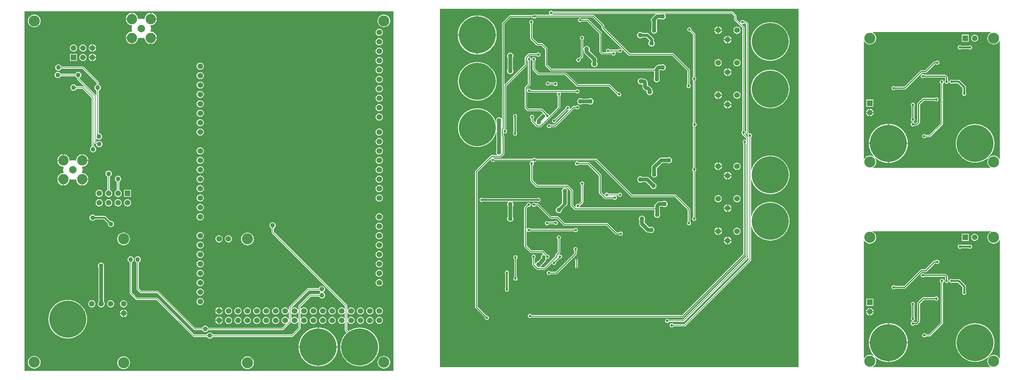
<source format=gbl>
%FSLAX25Y25*%
%MOIN*%
G70*
G01*
G75*
G04 Layer_Physical_Order=2*
G04 Layer_Color=16711680*
%ADD10O,0.02362X0.05906*%
G04:AMPARAMS|DCode=11|XSize=23.62mil|YSize=35.43mil|CornerRadius=5.91mil|HoleSize=0mil|Usage=FLASHONLY|Rotation=180.000|XOffset=0mil|YOffset=0mil|HoleType=Round|Shape=RoundedRectangle|*
%AMROUNDEDRECTD11*
21,1,0.02362,0.02362,0,0,180.0*
21,1,0.01181,0.03543,0,0,180.0*
1,1,0.01181,-0.00591,0.01181*
1,1,0.01181,0.00591,0.01181*
1,1,0.01181,0.00591,-0.01181*
1,1,0.01181,-0.00591,-0.01181*
%
%ADD11ROUNDEDRECTD11*%
%ADD12R,0.01654X0.03500*%
%ADD13R,0.03543X0.02756*%
G04:AMPARAMS|DCode=14|XSize=23.62mil|YSize=35.43mil|CornerRadius=5.91mil|HoleSize=0mil|Usage=FLASHONLY|Rotation=270.000|XOffset=0mil|YOffset=0mil|HoleType=Round|Shape=RoundedRectangle|*
%AMROUNDEDRECTD14*
21,1,0.02362,0.02362,0,0,270.0*
21,1,0.01181,0.03543,0,0,270.0*
1,1,0.01181,-0.01181,-0.00591*
1,1,0.01181,-0.01181,0.00591*
1,1,0.01181,0.01181,0.00591*
1,1,0.01181,0.01181,-0.00591*
%
%ADD14ROUNDEDRECTD14*%
%ADD15R,0.05906X0.09449*%
%ADD16R,0.09685X0.09095*%
%ADD17O,0.05512X0.01772*%
%ADD18R,0.02756X0.03543*%
G04:AMPARAMS|DCode=19|XSize=31.5mil|YSize=66.93mil|CornerRadius=7.87mil|HoleSize=0mil|Usage=FLASHONLY|Rotation=90.000|XOffset=0mil|YOffset=0mil|HoleType=Round|Shape=RoundedRectangle|*
%AMROUNDEDRECTD19*
21,1,0.03150,0.05118,0,0,90.0*
21,1,0.01575,0.06693,0,0,90.0*
1,1,0.01575,0.02559,0.00787*
1,1,0.01575,0.02559,-0.00787*
1,1,0.01575,-0.02559,-0.00787*
1,1,0.01575,-0.02559,0.00787*
%
%ADD19ROUNDEDRECTD19*%
G04:AMPARAMS|DCode=20|XSize=82.68mil|YSize=137.8mil|CornerRadius=20.67mil|HoleSize=0mil|Usage=FLASHONLY|Rotation=90.000|XOffset=0mil|YOffset=0mil|HoleType=Round|Shape=RoundedRectangle|*
%AMROUNDEDRECTD20*
21,1,0.08268,0.09646,0,0,90.0*
21,1,0.04134,0.13780,0,0,90.0*
1,1,0.04134,0.04823,0.02067*
1,1,0.04134,0.04823,-0.02067*
1,1,0.04134,-0.04823,-0.02067*
1,1,0.04134,-0.04823,0.02067*
%
%ADD20ROUNDEDRECTD20*%
%ADD21C,0.01181*%
%ADD22C,0.00787*%
%ADD23C,0.01969*%
%ADD24C,0.04331*%
%ADD25C,0.07874*%
%ADD26C,0.05512*%
%ADD27C,0.04724*%
%ADD28C,0.05906*%
%ADD29C,0.01000*%
%ADD30C,0.11798*%
%ADD31O,0.09843X0.02953*%
%ADD32O,0.04803X0.01575*%
%ADD33R,0.08661X0.03150*%
%ADD34O,0.01102X0.02520*%
%ADD35O,0.02520X0.01102*%
%ADD36O,0.00984X0.03189*%
%ADD37O,0.03189X0.00984*%
%ADD38R,0.01969X0.01181*%
%ADD39C,0.03937*%
%ADD40C,0.07087*%
%ADD41C,0.11794*%
%ADD42C,0.01102*%
%ADD43R,0.08071X0.08268*%
%ADD44R,0.07185X0.07677*%
%ADD45R,0.02362X0.05906*%
%ADD46R,0.04331X0.06693*%
%ADD47R,0.04449X0.08740*%
%ADD48R,0.03543X0.03150*%
%ADD49R,0.19488X0.10787*%
%ADD50O,0.01772X0.05512*%
%ADD51R,0.04331X0.02362*%
%ADD52R,0.05118X0.02756*%
%ADD53R,0.03500X0.01654*%
G04:AMPARAMS|DCode=54|XSize=31.5mil|YSize=66.93mil|CornerRadius=7.87mil|HoleSize=0mil|Usage=FLASHONLY|Rotation=0.000|XOffset=0mil|YOffset=0mil|HoleType=Round|Shape=RoundedRectangle|*
%AMROUNDEDRECTD54*
21,1,0.03150,0.05118,0,0,0.0*
21,1,0.01575,0.06693,0,0,0.0*
1,1,0.01575,0.00787,-0.02559*
1,1,0.01575,-0.00787,-0.02559*
1,1,0.01575,-0.00787,0.02559*
1,1,0.01575,0.00787,0.02559*
%
%ADD54ROUNDEDRECTD54*%
G04:AMPARAMS|DCode=55|XSize=82.68mil|YSize=137.8mil|CornerRadius=20.67mil|HoleSize=0mil|Usage=FLASHONLY|Rotation=0.000|XOffset=0mil|YOffset=0mil|HoleType=Round|Shape=RoundedRectangle|*
%AMROUNDEDRECTD55*
21,1,0.08268,0.09646,0,0,0.0*
21,1,0.04134,0.13780,0,0,0.0*
1,1,0.04134,0.02067,-0.04823*
1,1,0.04134,-0.02067,-0.04823*
1,1,0.04134,-0.02067,0.04823*
1,1,0.04134,0.02067,0.04823*
%
%ADD55ROUNDEDRECTD55*%
%ADD56R,0.03150X0.03543*%
%ADD57C,0.02756*%
%ADD58C,0.01575*%
%ADD59C,0.02362*%
%ADD60C,0.03150*%
%ADD61C,0.01772*%
%ADD62C,0.03543*%
%ADD63C,0.39370*%
%ADD64C,0.05906*%
%ADD65R,0.05906X0.05906*%
%ADD66R,0.05906X0.05906*%
%ADD67C,0.11811*%
%ADD68C,0.05000*%
%ADD69C,0.02756*%
%ADD70C,0.06000*%
%ADD71C,0.11024*%
%ADD72C,0.07874*%
%ADD73C,0.02559*%
G36*
X1184765Y303016D02*
X1184059Y302639D01*
X1183040Y301803D01*
X1182203Y300784D01*
X1181582Y299621D01*
X1181199Y298359D01*
X1181070Y297047D01*
X1181199Y295735D01*
X1181582Y294474D01*
X1182203Y293311D01*
X1183040Y292292D01*
X1184059Y291455D01*
X1185222Y290834D01*
X1186483Y290451D01*
X1187795Y290322D01*
X1189107Y290451D01*
X1190369Y290834D01*
X1191532Y291455D01*
X1192551Y292292D01*
X1193387Y293311D01*
X1193764Y294017D01*
X1194264Y293891D01*
Y168707D01*
X1193764Y168582D01*
X1193387Y169288D01*
X1192551Y170307D01*
X1191532Y171143D01*
X1190369Y171765D01*
X1189107Y172147D01*
X1187795Y172276D01*
X1186483Y172147D01*
X1185222Y171765D01*
X1184059Y171143D01*
X1183040Y170307D01*
X1182203Y169288D01*
X1181582Y168125D01*
X1181199Y166863D01*
X1181070Y165551D01*
X1181199Y164239D01*
X1181582Y162978D01*
X1182203Y161815D01*
X1183040Y160796D01*
X1184059Y159959D01*
X1184765Y159582D01*
X1184639Y159082D01*
X1059455D01*
X1059330Y159582D01*
X1060036Y159959D01*
X1061055Y160796D01*
X1061891Y161815D01*
X1062513Y162978D01*
X1062895Y164239D01*
X1063025Y165551D01*
X1062895Y166863D01*
X1062513Y168125D01*
X1061891Y169288D01*
X1061509Y169753D01*
X1061870Y170102D01*
X1063365Y168790D01*
X1065619Y167284D01*
X1068051Y166085D01*
X1070619Y165213D01*
X1073279Y164684D01*
X1075484Y164540D01*
Y184736D01*
X1055288D01*
X1055432Y182530D01*
X1055961Y179871D01*
X1056833Y177303D01*
X1058032Y174872D01*
X1059538Y172617D01*
X1060850Y171122D01*
X1060501Y170761D01*
X1060036Y171143D01*
X1058873Y171765D01*
X1057611Y172147D01*
X1056299Y172276D01*
X1054987Y172147D01*
X1053726Y171765D01*
X1052563Y171143D01*
X1051544Y170307D01*
X1050707Y169288D01*
X1050330Y168582D01*
X1049830Y168707D01*
Y293891D01*
X1050330Y294017D01*
X1050707Y293311D01*
X1051544Y292292D01*
X1052563Y291455D01*
X1053726Y290834D01*
X1054987Y290451D01*
X1056299Y290322D01*
X1057611Y290451D01*
X1058873Y290834D01*
X1060036Y291455D01*
X1061055Y292292D01*
X1061891Y293311D01*
X1062513Y294474D01*
X1062895Y295735D01*
X1063025Y297047D01*
X1062895Y298359D01*
X1062513Y299621D01*
X1061891Y300784D01*
X1061055Y301803D01*
X1060036Y302639D01*
X1059330Y303016D01*
X1059455Y303516D01*
X1184639D01*
X1184765Y303016D01*
D02*
G37*
%LPC*%
G36*
X1055799Y217551D02*
X1052378D01*
X1052448Y217019D01*
X1052847Y216058D01*
X1053480Y215232D01*
X1054306Y214598D01*
X1055267Y214200D01*
X1055799Y214130D01*
Y217551D01*
D02*
G37*
G36*
X1102067Y228487D02*
X1101222Y228319D01*
X1100506Y227841D01*
X1100027Y227124D01*
X1099859Y226279D01*
X1100027Y225435D01*
X1100506Y224718D01*
X1100662Y224614D01*
Y212197D01*
X1100506Y212093D01*
X1100027Y211376D01*
X1099859Y210531D01*
X1100027Y209687D01*
X1100506Y208970D01*
X1101222Y208492D01*
X1102067Y208324D01*
X1102912Y208492D01*
X1103628Y208970D01*
X1104107Y209687D01*
X1104275Y210531D01*
X1104107Y211376D01*
X1103628Y212093D01*
X1103472Y212197D01*
Y224614D01*
X1103628Y224718D01*
X1104107Y225435D01*
X1104275Y226279D01*
X1104107Y227124D01*
X1103628Y227841D01*
X1102912Y228319D01*
X1102067Y228487D01*
D02*
G37*
G36*
X1060220Y217551D02*
X1056799D01*
Y214130D01*
X1057331Y214200D01*
X1058293Y214598D01*
X1059118Y215232D01*
X1059752Y216058D01*
X1060150Y217019D01*
X1060220Y217551D01*
D02*
G37*
G36*
X1055799Y221972D02*
X1055267Y221902D01*
X1054306Y221504D01*
X1053480Y220870D01*
X1052847Y220045D01*
X1052448Y219083D01*
X1052378Y218551D01*
X1055799D01*
Y221972D01*
D02*
G37*
G36*
X1132776Y252995D02*
X1131931Y252827D01*
X1131215Y252348D01*
X1130736Y251632D01*
X1130568Y250787D01*
X1130736Y249942D01*
X1131215Y249226D01*
X1131571Y248988D01*
Y206601D01*
X1119186Y194216D01*
X1115874D01*
X1115636Y194573D01*
X1114920Y195052D01*
X1114075Y195220D01*
X1113230Y195052D01*
X1112514Y194573D01*
X1112035Y193857D01*
X1111867Y193012D01*
X1112035Y192167D01*
X1112514Y191451D01*
X1113230Y190972D01*
X1114075Y190804D01*
X1114920Y190972D01*
X1115636Y191451D01*
X1115874Y191808D01*
X1119685D01*
X1119685Y191808D01*
X1120146Y191899D01*
X1120537Y192160D01*
X1133627Y205251D01*
X1133627Y205251D01*
X1133784Y205485D01*
X1133888Y205642D01*
X1133980Y206102D01*
Y248988D01*
X1134337Y249226D01*
X1134815Y249942D01*
X1134983Y250787D01*
X1134815Y251632D01*
X1134337Y252348D01*
X1133620Y252827D01*
X1132776Y252995D01*
D02*
G37*
G36*
X1168110Y205753D02*
X1165432Y205577D01*
X1162800Y205053D01*
X1160259Y204191D01*
X1157852Y203004D01*
X1155621Y201513D01*
X1153603Y199743D01*
X1151834Y197726D01*
X1150342Y195494D01*
X1149156Y193087D01*
X1148293Y190546D01*
X1147769Y187914D01*
X1147594Y185236D01*
X1147769Y182558D01*
X1148293Y179926D01*
X1149156Y177385D01*
X1150342Y174978D01*
X1151834Y172747D01*
X1153603Y170729D01*
X1155621Y168959D01*
X1157852Y167469D01*
X1160259Y166282D01*
X1162800Y165419D01*
X1165432Y164895D01*
X1168110Y164720D01*
X1170788Y164895D01*
X1173420Y165419D01*
X1175961Y166282D01*
X1178368Y167469D01*
X1180600Y168959D01*
X1182617Y170729D01*
X1184387Y172747D01*
X1185878Y174978D01*
X1187065Y177385D01*
X1187928Y179926D01*
X1188451Y182558D01*
X1188627Y185236D01*
X1188451Y187914D01*
X1187928Y190546D01*
X1187065Y193087D01*
X1185878Y195494D01*
X1184387Y197726D01*
X1182617Y199743D01*
X1180600Y201513D01*
X1178368Y203004D01*
X1175961Y204191D01*
X1173420Y205053D01*
X1170788Y205577D01*
X1168110Y205753D01*
D02*
G37*
G36*
X1096681Y184736D02*
X1076484D01*
Y164540D01*
X1078690Y164684D01*
X1081349Y165213D01*
X1083917Y166085D01*
X1086349Y167284D01*
X1088603Y168790D01*
X1090642Y170578D01*
X1092430Y172617D01*
X1093937Y174872D01*
X1095136Y177303D01*
X1096007Y179871D01*
X1096536Y182530D01*
X1096681Y184736D01*
D02*
G37*
G36*
X1076484Y205933D02*
Y185736D01*
X1096681D01*
X1096536Y187942D01*
X1096007Y190601D01*
X1095136Y193169D01*
X1093937Y195601D01*
X1092430Y197855D01*
X1090642Y199894D01*
X1088603Y201682D01*
X1086349Y203188D01*
X1083917Y204388D01*
X1081349Y205259D01*
X1078690Y205788D01*
X1076484Y205933D01*
D02*
G37*
G36*
X1075484D02*
X1073279Y205788D01*
X1070619Y205259D01*
X1068051Y204388D01*
X1065619Y203188D01*
X1063365Y201682D01*
X1061326Y199894D01*
X1059538Y197855D01*
X1058032Y195601D01*
X1056833Y193169D01*
X1055961Y190601D01*
X1055432Y187942D01*
X1055288Y185736D01*
X1075484D01*
Y205933D01*
D02*
G37*
G36*
X1162598Y289412D02*
X1161753Y289244D01*
X1161404Y289011D01*
X1153163D01*
X1152813Y289244D01*
X1151968Y289412D01*
X1151124Y289244D01*
X1150407Y288766D01*
X1149929Y288050D01*
X1149761Y287205D01*
X1149929Y286360D01*
X1150407Y285644D01*
X1151124Y285165D01*
X1151968Y284997D01*
X1152813Y285165D01*
X1153163Y285398D01*
X1161404D01*
X1161753Y285165D01*
X1162598Y284997D01*
X1163443Y285165D01*
X1164159Y285644D01*
X1164638Y286360D01*
X1164806Y287205D01*
X1164638Y288050D01*
X1164159Y288766D01*
X1163443Y289244D01*
X1162598Y289412D01*
D02*
G37*
G36*
X1127953Y273172D02*
X1127108Y273004D01*
X1126392Y272526D01*
X1126287Y272370D01*
X1124902D01*
X1124364Y272263D01*
X1123908Y271958D01*
X1114969Y263019D01*
X1111024D01*
X1110486Y262912D01*
X1110030Y262608D01*
X1092824Y245401D01*
X1083260D01*
X1083156Y245557D01*
X1082439Y246036D01*
X1081594Y246204D01*
X1080750Y246036D01*
X1080033Y245557D01*
X1079555Y244841D01*
X1079387Y243996D01*
X1079555Y243151D01*
X1080033Y242435D01*
X1080750Y241956D01*
X1081594Y241788D01*
X1082439Y241956D01*
X1083156Y242435D01*
X1083260Y242591D01*
X1093406D01*
X1093943Y242698D01*
X1094399Y243003D01*
X1111606Y260209D01*
X1115551D01*
X1116089Y260316D01*
X1116545Y260621D01*
X1125484Y269560D01*
X1126287D01*
X1126392Y269403D01*
X1127108Y268925D01*
X1127953Y268757D01*
X1128798Y268925D01*
X1129514Y269403D01*
X1129992Y270120D01*
X1130161Y270965D01*
X1129992Y271810D01*
X1129514Y272526D01*
X1128798Y273004D01*
X1127953Y273172D01*
D02*
G37*
G36*
X1161319Y300787D02*
X1153839D01*
Y293307D01*
X1161319D01*
Y300787D01*
D02*
G37*
G36*
X1167579Y300820D02*
X1166602Y300691D01*
X1165693Y300314D01*
X1164911Y299715D01*
X1164312Y298933D01*
X1163935Y298024D01*
X1163806Y297047D01*
X1163935Y296071D01*
X1164312Y295161D01*
X1164911Y294380D01*
X1165693Y293780D01*
X1166602Y293403D01*
X1167579Y293275D01*
X1168555Y293403D01*
X1169465Y293780D01*
X1170246Y294380D01*
X1170846Y295161D01*
X1171223Y296071D01*
X1171351Y297047D01*
X1171223Y298024D01*
X1170846Y298933D01*
X1170246Y299715D01*
X1169465Y300314D01*
X1168555Y300691D01*
X1167579Y300820D01*
D02*
G37*
G36*
X1112598Y258901D02*
X1111753Y258733D01*
X1111037Y258254D01*
X1110559Y257538D01*
X1110391Y256693D01*
X1110559Y255848D01*
X1111037Y255132D01*
X1111753Y254653D01*
X1112598Y254485D01*
X1113443Y254653D01*
X1114159Y255132D01*
X1114264Y255288D01*
X1135639D01*
X1136331Y254595D01*
Y252512D01*
X1136175Y252408D01*
X1135697Y251691D01*
X1135528Y250846D01*
X1135697Y250002D01*
X1136175Y249285D01*
X1136891Y248807D01*
X1137736Y248639D01*
X1138581Y248807D01*
X1139297Y249285D01*
X1139776Y250002D01*
X1139944Y250846D01*
X1139776Y251691D01*
X1139297Y252408D01*
X1139141Y252512D01*
Y255177D01*
X1139034Y255715D01*
X1138730Y256171D01*
X1137214Y257686D01*
X1136758Y257991D01*
X1136220Y258098D01*
X1114264D01*
X1114159Y258254D01*
X1113443Y258733D01*
X1112598Y258901D01*
D02*
G37*
G36*
X1060039Y231791D02*
X1052559D01*
Y224311D01*
X1060039D01*
Y231791D01*
D02*
G37*
G36*
X1056799Y221972D02*
Y218551D01*
X1060220D01*
X1060150Y219083D01*
X1059752Y220045D01*
X1059118Y220870D01*
X1058293Y221504D01*
X1057331Y221902D01*
X1056799Y221972D01*
D02*
G37*
G36*
X1142815Y252995D02*
X1141970Y252827D01*
X1141254Y252348D01*
X1140775Y251632D01*
X1140607Y250787D01*
X1140775Y249942D01*
X1141254Y249226D01*
X1141970Y248748D01*
X1142815Y248580D01*
X1143660Y248748D01*
X1144009Y248981D01*
X1149842D01*
X1154788Y244035D01*
Y239285D01*
X1154555Y238935D01*
X1154387Y238090D01*
X1154555Y237246D01*
X1155033Y236529D01*
X1155750Y236051D01*
X1156594Y235883D01*
X1157439Y236051D01*
X1158156Y236529D01*
X1158634Y237246D01*
X1158802Y238090D01*
X1158634Y238935D01*
X1158401Y239285D01*
Y244783D01*
X1158263Y245475D01*
X1157872Y246061D01*
X1151868Y252065D01*
X1151282Y252456D01*
X1150591Y252594D01*
X1144009D01*
X1143660Y252827D01*
X1142815Y252995D01*
D02*
G37*
G36*
X1126968Y234196D02*
X1126124Y234028D01*
X1125407Y233549D01*
X1125303Y233393D01*
X1112894D01*
X1112356Y233286D01*
X1111900Y232982D01*
X1107077Y228159D01*
X1106773Y227703D01*
X1106666Y227165D01*
Y208259D01*
X1105324Y206917D01*
X1103634D01*
X1103530Y207073D01*
X1102813Y207552D01*
X1101968Y207720D01*
X1101124Y207552D01*
X1100407Y207073D01*
X1099929Y206357D01*
X1099761Y205512D01*
X1099929Y204667D01*
X1100407Y203951D01*
X1101124Y203472D01*
X1101968Y203304D01*
X1102813Y203472D01*
X1103530Y203951D01*
X1103634Y204107D01*
X1105906D01*
X1106443Y204214D01*
X1106899Y204518D01*
X1109064Y206684D01*
X1109369Y207139D01*
X1109476Y207677D01*
Y226583D01*
X1113476Y230583D01*
X1125303D01*
X1125407Y230427D01*
X1126124Y229948D01*
X1126968Y229780D01*
X1127813Y229948D01*
X1128530Y230427D01*
X1129008Y231143D01*
X1129176Y231988D01*
X1129008Y232833D01*
X1128530Y233549D01*
X1127813Y234028D01*
X1126968Y234196D01*
D02*
G37*
%LPD*%
G36*
X550787Y536950D02*
X550787Y155118D01*
X159212Y155118D01*
X158858Y155472D01*
X158858Y537303D01*
X550434Y537303D01*
X550787Y536950D01*
D02*
G37*
%LPC*%
G36*
X422421Y313040D02*
X421563Y312927D01*
X420763Y312596D01*
X420077Y312069D01*
X419550Y311382D01*
X419218Y310583D01*
X419105Y309724D01*
X419218Y308866D01*
X419550Y308067D01*
X420077Y307380D01*
X420763Y306853D01*
X421217Y306665D01*
Y302480D01*
X421217Y302480D01*
X421309Y302020D01*
X421570Y301629D01*
X499091Y224108D01*
Y221302D01*
X498591Y221132D01*
X498233Y221599D01*
X497441Y222206D01*
X496520Y222588D01*
X495532Y222718D01*
X494543Y222588D01*
X493621Y222206D01*
X492830Y221599D01*
X492223Y220808D01*
X491842Y219886D01*
X491711Y218898D01*
X491842Y217909D01*
X492223Y216988D01*
X492830Y216196D01*
X493621Y215589D01*
X494543Y215208D01*
X495532Y215078D01*
X496520Y215208D01*
X497441Y215589D01*
X498233Y216196D01*
X498591Y216664D01*
X499091Y216494D01*
Y211302D01*
X498591Y211132D01*
X498233Y211599D01*
X497441Y212206D01*
X496520Y212588D01*
X495532Y212718D01*
X494543Y212588D01*
X493621Y212206D01*
X492830Y211599D01*
X492223Y210808D01*
X491842Y209887D01*
X491711Y208898D01*
X491842Y207909D01*
X492223Y206988D01*
X492830Y206196D01*
X493621Y205590D01*
X494543Y205208D01*
X495532Y205078D01*
X496520Y205208D01*
X497441Y205590D01*
X498233Y206196D01*
X498591Y206664D01*
X499091Y206494D01*
Y198524D01*
X499123Y198364D01*
X499135Y198201D01*
X499168Y198135D01*
X499183Y198063D01*
X499273Y197927D01*
X499347Y197782D01*
X500953Y195728D01*
X500257Y195117D01*
X498487Y193100D01*
X496996Y190868D01*
X495809Y188462D01*
X494947Y185920D01*
X494423Y183288D01*
X494248Y180610D01*
X494423Y177932D01*
X494947Y175300D01*
X495809Y172759D01*
X496996Y170352D01*
X498487Y168121D01*
X500257Y166103D01*
X502274Y164333D01*
X504506Y162843D01*
X506913Y161656D01*
X509454Y160793D01*
X512086Y160269D01*
X514764Y160094D01*
X517442Y160269D01*
X520074Y160793D01*
X522615Y161656D01*
X525022Y162843D01*
X527253Y164333D01*
X529271Y166103D01*
X531041Y168121D01*
X532532Y170352D01*
X533719Y172759D01*
X534581Y175300D01*
X535105Y177932D01*
X535280Y180610D01*
X535105Y183288D01*
X534581Y185920D01*
X533719Y188462D01*
X532532Y190868D01*
X531041Y193100D01*
X529271Y195117D01*
X527253Y196887D01*
X525022Y198378D01*
X522615Y199565D01*
X520074Y200428D01*
X517442Y200951D01*
X514764Y201127D01*
X512086Y200951D01*
X509454Y200428D01*
X506913Y199565D01*
X504506Y198378D01*
X502819Y197251D01*
X501500Y198939D01*
Y207428D01*
X502000Y207528D01*
X502223Y206988D01*
X502830Y206196D01*
X503621Y205590D01*
X504543Y205208D01*
X505532Y205078D01*
X506520Y205208D01*
X507442Y205590D01*
X508233Y206196D01*
X508840Y206988D01*
X509221Y207909D01*
X509352Y208898D01*
X509221Y209887D01*
X508840Y210808D01*
X508233Y211599D01*
X507442Y212206D01*
X506520Y212588D01*
X505532Y212718D01*
X504543Y212588D01*
X503621Y212206D01*
X502830Y211599D01*
X502223Y210808D01*
X502000Y210268D01*
X501500Y210367D01*
Y217428D01*
X502000Y217528D01*
X502223Y216988D01*
X502830Y216196D01*
X503621Y215589D01*
X504543Y215208D01*
X505532Y215078D01*
X506520Y215208D01*
X507442Y215589D01*
X508233Y216196D01*
X508840Y216988D01*
X509221Y217909D01*
X509352Y218898D01*
X509221Y219886D01*
X508840Y220808D01*
X508233Y221599D01*
X507442Y222206D01*
X506520Y222588D01*
X505532Y222718D01*
X504543Y222588D01*
X503621Y222206D01*
X502830Y221599D01*
X502223Y220808D01*
X502000Y220268D01*
X501500Y220367D01*
Y224606D01*
X501408Y225067D01*
X501147Y225458D01*
X423626Y302979D01*
Y306665D01*
X424079Y306853D01*
X424766Y307380D01*
X425293Y308067D01*
X425624Y308866D01*
X425737Y309724D01*
X425624Y310583D01*
X425293Y311382D01*
X424766Y312069D01*
X424079Y312596D01*
X423279Y312927D01*
X422421Y313040D01*
D02*
G37*
G36*
X264173Y230150D02*
X263197Y230022D01*
X262287Y229645D01*
X261506Y229046D01*
X260906Y228264D01*
X260529Y227354D01*
X260401Y226378D01*
X260529Y225402D01*
X260906Y224492D01*
X261506Y223710D01*
X262287Y223111D01*
X263197Y222734D01*
X264173Y222605D01*
X265150Y222734D01*
X266059Y223111D01*
X266841Y223710D01*
X267440Y224492D01*
X267817Y225402D01*
X267946Y226378D01*
X267817Y227354D01*
X267440Y228264D01*
X266841Y229046D01*
X266059Y229645D01*
X265150Y230022D01*
X264173Y230150D01*
D02*
G37*
G36*
X365032Y222866D02*
X364487Y222795D01*
X363514Y222392D01*
X362679Y221751D01*
X362037Y220915D01*
X361634Y219942D01*
X361563Y219398D01*
X365032D01*
Y222866D01*
D02*
G37*
G36*
X366032D02*
Y219398D01*
X369500D01*
X369428Y219942D01*
X369025Y220915D01*
X368384Y221751D01*
X367549Y222392D01*
X366576Y222795D01*
X366032Y222866D01*
D02*
G37*
G36*
X250446Y230206D02*
X249469Y230078D01*
X248559Y229701D01*
X247778Y229101D01*
X247179Y228320D01*
X246802Y227410D01*
X246673Y226434D01*
X246802Y225457D01*
X247179Y224548D01*
X247778Y223766D01*
X248559Y223167D01*
X249469Y222790D01*
X250446Y222661D01*
X251422Y222790D01*
X252332Y223167D01*
X253113Y223766D01*
X253713Y224548D01*
X254090Y225457D01*
X254218Y226434D01*
X254090Y227410D01*
X253713Y228320D01*
X253113Y229101D01*
X252332Y229701D01*
X251422Y230078D01*
X250446Y230206D01*
D02*
G37*
G36*
X345472Y232737D02*
X344484Y232607D01*
X343562Y232226D01*
X342771Y231618D01*
X342164Y230827D01*
X341782Y229906D01*
X341652Y228917D01*
X341782Y227929D01*
X342164Y227007D01*
X342771Y226216D01*
X343562Y225609D01*
X344484Y225227D01*
X345472Y225097D01*
X346461Y225227D01*
X347382Y225609D01*
X348174Y226216D01*
X348781Y227007D01*
X349162Y227929D01*
X349292Y228917D01*
X349162Y229906D01*
X348781Y230827D01*
X348174Y231618D01*
X347382Y232226D01*
X346461Y232607D01*
X345472Y232737D01*
D02*
G37*
G36*
X230446Y230206D02*
X229469Y230078D01*
X228559Y229701D01*
X227778Y229101D01*
X227179Y228320D01*
X226802Y227410D01*
X226673Y226434D01*
X226802Y225457D01*
X227179Y224548D01*
X227778Y223766D01*
X228559Y223167D01*
X229469Y222790D01*
X230446Y222661D01*
X231422Y222790D01*
X232332Y223167D01*
X233113Y223766D01*
X233713Y224548D01*
X234090Y225457D01*
X234218Y226434D01*
X234090Y227410D01*
X233713Y228320D01*
X233113Y229101D01*
X232332Y229701D01*
X231422Y230078D01*
X230446Y230206D01*
D02*
G37*
G36*
X240158Y270245D02*
X239299Y270132D01*
X238500Y269801D01*
X237813Y269274D01*
X237286Y268587D01*
X236955Y267787D01*
X236842Y266929D01*
X236955Y266071D01*
X237286Y265271D01*
X237673Y264767D01*
X237667Y228956D01*
X237179Y228320D01*
X236802Y227410D01*
X236673Y226434D01*
X236802Y225457D01*
X237179Y224548D01*
X237778Y223766D01*
X238560Y223167D01*
X239469Y222790D01*
X240446Y222661D01*
X241422Y222790D01*
X242332Y223167D01*
X243113Y223766D01*
X243713Y224548D01*
X244090Y225457D01*
X244218Y226434D01*
X244090Y227410D01*
X243713Y228320D01*
X243226Y228955D01*
X243232Y265762D01*
X243360Y266071D01*
X243473Y266929D01*
X243360Y267787D01*
X243029Y268587D01*
X242502Y269274D01*
X241815Y269801D01*
X241016Y270132D01*
X240158Y270245D01*
D02*
G37*
G36*
X264673Y220299D02*
Y216878D01*
X268094D01*
X268024Y217410D01*
X267626Y218371D01*
X266992Y219197D01*
X266167Y219831D01*
X265205Y220229D01*
X264673Y220299D01*
D02*
G37*
G36*
X475531Y222718D02*
X474543Y222588D01*
X473622Y222206D01*
X472830Y221599D01*
X472223Y220808D01*
X471842Y219886D01*
X471711Y218898D01*
X471842Y217909D01*
X472223Y216988D01*
X472830Y216196D01*
X473622Y215589D01*
X474543Y215208D01*
X475531Y215078D01*
X476520Y215208D01*
X477442Y215589D01*
X478233Y216196D01*
X478840Y216988D01*
X479221Y217909D01*
X479352Y218898D01*
X479221Y219886D01*
X478840Y220808D01*
X478233Y221599D01*
X477442Y222206D01*
X476520Y222588D01*
X475531Y222718D01*
D02*
G37*
G36*
X485532D02*
X484543Y222588D01*
X483622Y222206D01*
X482830Y221599D01*
X482223Y220808D01*
X481842Y219886D01*
X481711Y218898D01*
X481842Y217909D01*
X482223Y216988D01*
X482830Y216196D01*
X483622Y215589D01*
X484543Y215208D01*
X485532Y215078D01*
X486520Y215208D01*
X487441Y215589D01*
X488233Y216196D01*
X488840Y216988D01*
X489221Y217909D01*
X489352Y218898D01*
X489221Y219886D01*
X488840Y220808D01*
X488233Y221599D01*
X487441Y222206D01*
X486520Y222588D01*
X485532Y222718D01*
D02*
G37*
G36*
X425531D02*
X424543Y222588D01*
X423622Y222206D01*
X422830Y221599D01*
X422223Y220808D01*
X421842Y219886D01*
X421711Y218898D01*
X421842Y217909D01*
X422223Y216988D01*
X422830Y216196D01*
X423622Y215589D01*
X424543Y215208D01*
X425531Y215078D01*
X426520Y215208D01*
X427442Y215589D01*
X428233Y216196D01*
X428840Y216988D01*
X429221Y217909D01*
X429352Y218898D01*
X429221Y219886D01*
X428840Y220808D01*
X428233Y221599D01*
X427442Y222206D01*
X426520Y222588D01*
X425531Y222718D01*
D02*
G37*
G36*
X465531D02*
X464543Y222588D01*
X463622Y222206D01*
X462830Y221599D01*
X462223Y220808D01*
X461842Y219886D01*
X461711Y218898D01*
X461842Y217909D01*
X462223Y216988D01*
X462830Y216196D01*
X463622Y215589D01*
X464543Y215208D01*
X465531Y215078D01*
X466520Y215208D01*
X467442Y215589D01*
X468233Y216196D01*
X468840Y216988D01*
X469221Y217909D01*
X469352Y218898D01*
X469221Y219886D01*
X468840Y220808D01*
X468233Y221599D01*
X467442Y222206D01*
X466520Y222588D01*
X465531Y222718D01*
D02*
G37*
G36*
X535532D02*
X534543Y222588D01*
X533622Y222206D01*
X532830Y221599D01*
X532223Y220808D01*
X531842Y219886D01*
X531711Y218898D01*
X531842Y217909D01*
X532223Y216988D01*
X532830Y216196D01*
X533622Y215589D01*
X534543Y215208D01*
X535532Y215078D01*
X536520Y215208D01*
X537441Y215589D01*
X538233Y216196D01*
X538840Y216988D01*
X539221Y217909D01*
X539352Y218898D01*
X539221Y219886D01*
X538840Y220808D01*
X538233Y221599D01*
X537441Y222206D01*
X536520Y222588D01*
X535532Y222718D01*
D02*
G37*
G36*
X263673Y220299D02*
X263141Y220229D01*
X262180Y219831D01*
X261354Y219197D01*
X260720Y218371D01*
X260322Y217410D01*
X260252Y216878D01*
X263673D01*
Y220299D01*
D02*
G37*
G36*
X515531Y222718D02*
X514543Y222588D01*
X513622Y222206D01*
X512830Y221599D01*
X512223Y220808D01*
X511842Y219886D01*
X511711Y218898D01*
X511842Y217909D01*
X512223Y216988D01*
X512830Y216196D01*
X513622Y215589D01*
X514543Y215208D01*
X515531Y215078D01*
X516520Y215208D01*
X517442Y215589D01*
X518233Y216196D01*
X518840Y216988D01*
X519221Y217909D01*
X519352Y218898D01*
X519221Y219886D01*
X518840Y220808D01*
X518233Y221599D01*
X517442Y222206D01*
X516520Y222588D01*
X515531Y222718D01*
D02*
G37*
G36*
X525531D02*
X524543Y222588D01*
X523622Y222206D01*
X522830Y221599D01*
X522223Y220808D01*
X521842Y219886D01*
X521711Y218898D01*
X521842Y217909D01*
X522223Y216988D01*
X522830Y216196D01*
X523622Y215589D01*
X524543Y215208D01*
X525531Y215078D01*
X526520Y215208D01*
X527442Y215589D01*
X528233Y216196D01*
X528840Y216988D01*
X529221Y217909D01*
X529352Y218898D01*
X529221Y219886D01*
X528840Y220808D01*
X528233Y221599D01*
X527442Y222206D01*
X526520Y222588D01*
X525531Y222718D01*
D02*
G37*
G36*
X264173Y302099D02*
X262861Y301970D01*
X261600Y301587D01*
X260437Y300966D01*
X259418Y300130D01*
X258581Y299110D01*
X257960Y297948D01*
X257577Y296686D01*
X257448Y295374D01*
X257577Y294062D01*
X257960Y292800D01*
X258581Y291638D01*
X259418Y290618D01*
X260437Y289782D01*
X261600Y289161D01*
X262861Y288778D01*
X264173Y288649D01*
X265485Y288778D01*
X266747Y289161D01*
X267910Y289782D01*
X268929Y290618D01*
X269765Y291638D01*
X270387Y292800D01*
X270769Y294062D01*
X270899Y295374D01*
X270769Y296686D01*
X270387Y297948D01*
X269765Y299110D01*
X268929Y300130D01*
X267910Y300966D01*
X266747Y301587D01*
X265485Y301970D01*
X264173Y302099D01*
D02*
G37*
G36*
X395669D02*
X394357Y301970D01*
X393096Y301587D01*
X391933Y300966D01*
X390914Y300130D01*
X390077Y299110D01*
X389456Y297948D01*
X389073Y296686D01*
X388944Y295374D01*
X389073Y294062D01*
X389456Y292800D01*
X390077Y291638D01*
X390914Y290618D01*
X391933Y289782D01*
X393096Y289161D01*
X394357Y288778D01*
X395669Y288649D01*
X396981Y288778D01*
X398243Y289161D01*
X399406Y289782D01*
X400425Y290618D01*
X401261Y291638D01*
X401883Y292800D01*
X402265Y294062D01*
X402395Y295374D01*
X402265Y296686D01*
X401883Y297948D01*
X401261Y299110D01*
X400425Y300130D01*
X399406Y300966D01*
X398243Y301587D01*
X396981Y301970D01*
X395669Y302099D01*
D02*
G37*
G36*
X535532Y292718D02*
X534543Y292588D01*
X533622Y292206D01*
X532830Y291599D01*
X532223Y290808D01*
X531842Y289886D01*
X531711Y288898D01*
X531842Y287909D01*
X532223Y286988D01*
X532830Y286196D01*
X533622Y285589D01*
X534543Y285208D01*
X535532Y285078D01*
X536520Y285208D01*
X537441Y285589D01*
X538233Y286196D01*
X538840Y286988D01*
X539221Y287909D01*
X539352Y288898D01*
X539221Y289886D01*
X538840Y290808D01*
X538233Y291599D01*
X537441Y292206D01*
X536520Y292588D01*
X535532Y292718D01*
D02*
G37*
G36*
X345472Y292737D02*
X344484Y292607D01*
X343562Y292226D01*
X342771Y291618D01*
X342164Y290827D01*
X341782Y289906D01*
X341652Y288917D01*
X341782Y287929D01*
X342164Y287007D01*
X342771Y286216D01*
X343562Y285609D01*
X344484Y285227D01*
X345472Y285097D01*
X346461Y285227D01*
X347382Y285609D01*
X348174Y286216D01*
X348781Y287007D01*
X349162Y287929D01*
X349292Y288917D01*
X349162Y289906D01*
X348781Y290827D01*
X348174Y291618D01*
X347382Y292226D01*
X346461Y292607D01*
X345472Y292737D01*
D02*
G37*
G36*
X535532Y302718D02*
X534543Y302588D01*
X533622Y302206D01*
X532830Y301599D01*
X532223Y300808D01*
X531842Y299886D01*
X531711Y298898D01*
X531842Y297909D01*
X532223Y296988D01*
X532830Y296197D01*
X533622Y295589D01*
X534543Y295208D01*
X535532Y295078D01*
X536520Y295208D01*
X537441Y295589D01*
X538233Y296197D01*
X538840Y296988D01*
X539221Y297909D01*
X539352Y298898D01*
X539221Y299886D01*
X538840Y300808D01*
X538233Y301599D01*
X537441Y302206D01*
X536520Y302588D01*
X535532Y302718D01*
D02*
G37*
G36*
X345472Y302737D02*
X344484Y302607D01*
X343562Y302226D01*
X342771Y301619D01*
X342164Y300827D01*
X341782Y299906D01*
X341652Y298917D01*
X341782Y297929D01*
X342164Y297007D01*
X342771Y296216D01*
X343562Y295609D01*
X344484Y295227D01*
X345472Y295097D01*
X346461Y295227D01*
X347382Y295609D01*
X348174Y296216D01*
X348781Y297007D01*
X349162Y297929D01*
X349292Y298917D01*
X349162Y299906D01*
X348781Y300827D01*
X348174Y301619D01*
X347382Y302226D01*
X346461Y302607D01*
X345472Y302737D01*
D02*
G37*
G36*
X365492Y299147D02*
X364516Y299018D01*
X363606Y298641D01*
X362825Y298042D01*
X362225Y297260D01*
X361848Y296350D01*
X361720Y295374D01*
X361848Y294398D01*
X362225Y293488D01*
X362825Y292706D01*
X363606Y292107D01*
X364516Y291730D01*
X365492Y291602D01*
X366469Y291730D01*
X367378Y292107D01*
X368160Y292706D01*
X368759Y293488D01*
X369136Y294398D01*
X369265Y295374D01*
X369136Y296350D01*
X368759Y297260D01*
X368160Y298042D01*
X367378Y298641D01*
X366469Y299018D01*
X365492Y299147D01*
D02*
G37*
G36*
X375453D02*
X374476Y299018D01*
X373567Y298641D01*
X372785Y298042D01*
X372186Y297260D01*
X371809Y296350D01*
X371680Y295374D01*
X371809Y294398D01*
X372186Y293488D01*
X372785Y292706D01*
X373567Y292107D01*
X374476Y291730D01*
X375453Y291602D01*
X376429Y291730D01*
X377339Y292107D01*
X378120Y292706D01*
X378720Y293488D01*
X379097Y294398D01*
X379225Y295374D01*
X379097Y296350D01*
X378720Y297260D01*
X378120Y298042D01*
X377339Y298641D01*
X376429Y299018D01*
X375453Y299147D01*
D02*
G37*
G36*
X345472Y282737D02*
X344484Y282607D01*
X343562Y282226D01*
X342771Y281618D01*
X342164Y280827D01*
X341782Y279906D01*
X341652Y278917D01*
X341782Y277929D01*
X342164Y277007D01*
X342771Y276216D01*
X343562Y275609D01*
X344484Y275227D01*
X345472Y275097D01*
X346461Y275227D01*
X347382Y275609D01*
X348174Y276216D01*
X348781Y277007D01*
X349162Y277929D01*
X349292Y278917D01*
X349162Y279906D01*
X348781Y280827D01*
X348174Y281618D01*
X347382Y282226D01*
X346461Y282607D01*
X345472Y282737D01*
D02*
G37*
G36*
Y252737D02*
X344484Y252607D01*
X343562Y252226D01*
X342771Y251619D01*
X342164Y250827D01*
X341782Y249906D01*
X341652Y248917D01*
X341782Y247929D01*
X342164Y247007D01*
X342771Y246216D01*
X343562Y245609D01*
X344484Y245227D01*
X345472Y245097D01*
X346461Y245227D01*
X347382Y245609D01*
X348174Y246216D01*
X348781Y247007D01*
X349162Y247929D01*
X349292Y248917D01*
X349162Y249906D01*
X348781Y250827D01*
X348174Y251619D01*
X347382Y252226D01*
X346461Y252607D01*
X345472Y252737D01*
D02*
G37*
G36*
X535532Y262718D02*
X534543Y262588D01*
X533622Y262206D01*
X532830Y261599D01*
X532223Y260808D01*
X531842Y259886D01*
X531711Y258898D01*
X531842Y257909D01*
X532223Y256988D01*
X532830Y256196D01*
X533622Y255589D01*
X534543Y255208D01*
X535532Y255078D01*
X536520Y255208D01*
X537441Y255589D01*
X538233Y256196D01*
X538840Y256988D01*
X539221Y257909D01*
X539352Y258898D01*
X539221Y259886D01*
X538840Y260808D01*
X538233Y261599D01*
X537441Y262206D01*
X536520Y262588D01*
X535532Y262718D01*
D02*
G37*
G36*
X345472Y242737D02*
X344484Y242607D01*
X343562Y242226D01*
X342771Y241618D01*
X342164Y240827D01*
X341782Y239906D01*
X341652Y238917D01*
X341782Y237929D01*
X342164Y237007D01*
X342771Y236216D01*
X343562Y235609D01*
X344484Y235227D01*
X345472Y235097D01*
X346461Y235227D01*
X347382Y235609D01*
X348174Y236216D01*
X348781Y237007D01*
X349162Y237929D01*
X349292Y238917D01*
X349162Y239906D01*
X348781Y240827D01*
X348174Y241618D01*
X347382Y242226D01*
X346461Y242607D01*
X345472Y242737D01*
D02*
G37*
G36*
X535532Y252718D02*
X534543Y252588D01*
X533622Y252206D01*
X532830Y251599D01*
X532223Y250808D01*
X531842Y249886D01*
X531711Y248898D01*
X531842Y247909D01*
X532223Y246988D01*
X532830Y246197D01*
X533622Y245589D01*
X534543Y245208D01*
X535532Y245078D01*
X536520Y245208D01*
X537441Y245589D01*
X538233Y246197D01*
X538840Y246988D01*
X539221Y247909D01*
X539352Y248898D01*
X539221Y249886D01*
X538840Y250808D01*
X538233Y251599D01*
X537441Y252206D01*
X536520Y252588D01*
X535532Y252718D01*
D02*
G37*
G36*
X345472Y272737D02*
X344484Y272607D01*
X343562Y272226D01*
X342771Y271619D01*
X342164Y270827D01*
X341782Y269906D01*
X341652Y268917D01*
X341782Y267929D01*
X342164Y267007D01*
X342771Y266216D01*
X343562Y265609D01*
X344484Y265227D01*
X345472Y265097D01*
X346461Y265227D01*
X347382Y265609D01*
X348174Y266216D01*
X348781Y267007D01*
X349162Y267929D01*
X349292Y268917D01*
X349162Y269906D01*
X348781Y270827D01*
X348174Y271619D01*
X347382Y272226D01*
X346461Y272607D01*
X345472Y272737D01*
D02*
G37*
G36*
X535532Y282718D02*
X534543Y282588D01*
X533622Y282206D01*
X532830Y281599D01*
X532223Y280808D01*
X531842Y279886D01*
X531711Y278898D01*
X531842Y277909D01*
X532223Y276988D01*
X532830Y276197D01*
X533622Y275589D01*
X534543Y275208D01*
X535532Y275078D01*
X536520Y275208D01*
X537441Y275589D01*
X538233Y276197D01*
X538840Y276988D01*
X539221Y277909D01*
X539352Y278898D01*
X539221Y279886D01*
X538840Y280808D01*
X538233Y281599D01*
X537441Y282206D01*
X536520Y282588D01*
X535532Y282718D01*
D02*
G37*
G36*
X345472Y262737D02*
X344484Y262607D01*
X343562Y262226D01*
X342771Y261618D01*
X342164Y260827D01*
X341782Y259906D01*
X341652Y258917D01*
X341782Y257929D01*
X342164Y257007D01*
X342771Y256216D01*
X343562Y255609D01*
X344484Y255227D01*
X345472Y255097D01*
X346461Y255227D01*
X347382Y255609D01*
X348174Y256216D01*
X348781Y257007D01*
X349162Y257929D01*
X349292Y258917D01*
X349162Y259906D01*
X348781Y260827D01*
X348174Y261618D01*
X347382Y262226D01*
X346461Y262607D01*
X345472Y262737D01*
D02*
G37*
G36*
X535532Y272718D02*
X534543Y272588D01*
X533622Y272206D01*
X532830Y271599D01*
X532223Y270808D01*
X531842Y269886D01*
X531711Y268898D01*
X531842Y267909D01*
X532223Y266988D01*
X532830Y266196D01*
X533622Y265589D01*
X534543Y265208D01*
X535532Y265078D01*
X536520Y265208D01*
X537441Y265589D01*
X538233Y266196D01*
X538840Y266988D01*
X539221Y267909D01*
X539352Y268898D01*
X539221Y269886D01*
X538840Y270808D01*
X538233Y271599D01*
X537441Y272206D01*
X536520Y272588D01*
X535532Y272718D01*
D02*
G37*
G36*
X415531Y222718D02*
X414543Y222588D01*
X413622Y222206D01*
X412830Y221599D01*
X412223Y220808D01*
X411842Y219886D01*
X411711Y218898D01*
X411842Y217909D01*
X412223Y216988D01*
X412830Y216196D01*
X413622Y215589D01*
X414543Y215208D01*
X415531Y215078D01*
X416520Y215208D01*
X417442Y215589D01*
X418233Y216196D01*
X418840Y216988D01*
X419221Y217909D01*
X419352Y218898D01*
X419221Y219886D01*
X418840Y220808D01*
X418233Y221599D01*
X417442Y222206D01*
X416520Y222588D01*
X415531Y222718D01*
D02*
G37*
G36*
X369500Y208398D02*
X366032D01*
Y204929D01*
X366576Y205001D01*
X367549Y205404D01*
X368384Y206045D01*
X369025Y206880D01*
X369428Y207854D01*
X369500Y208398D01*
D02*
G37*
G36*
X375532Y212718D02*
X374543Y212588D01*
X373622Y212206D01*
X372830Y211599D01*
X372223Y210808D01*
X371842Y209887D01*
X371711Y208898D01*
X371842Y207909D01*
X372223Y206988D01*
X372830Y206196D01*
X373622Y205590D01*
X374543Y205208D01*
X375532Y205078D01*
X376520Y205208D01*
X377442Y205590D01*
X378233Y206196D01*
X378840Y206988D01*
X379221Y207909D01*
X379352Y208898D01*
X379221Y209887D01*
X378840Y210808D01*
X378233Y211599D01*
X377442Y212206D01*
X376520Y212588D01*
X375532Y212718D01*
D02*
G37*
G36*
X279134Y276938D02*
X278276Y276825D01*
X277476Y276494D01*
X276789Y275967D01*
X276262Y275280D01*
X275931Y274480D01*
X275818Y273622D01*
X275931Y272764D01*
X276262Y271964D01*
X276789Y271277D01*
X277476Y270750D01*
X277930Y270563D01*
Y242323D01*
X277930Y242323D01*
X278021Y241862D01*
X278282Y241471D01*
X281530Y238223D01*
X281530Y238223D01*
X281921Y237962D01*
X282382Y237871D01*
X282382Y237871D01*
X299993D01*
X338962Y198902D01*
X338962Y198902D01*
X339196Y198746D01*
X339352Y198641D01*
X339813Y198550D01*
X347847D01*
X348014Y198145D01*
X348541Y197459D01*
X349228Y196932D01*
X350028Y196600D01*
X350886Y196487D01*
X351744Y196600D01*
X352544Y196932D01*
X353231Y197459D01*
X353757Y198145D01*
X353925Y198550D01*
X433120D01*
X433120Y198550D01*
X433581Y198641D01*
X433972Y198902D01*
X441796Y206727D01*
X441796Y206727D01*
X441810Y206747D01*
X442410Y206745D01*
X442830Y206196D01*
X443621Y205590D01*
X444543Y205208D01*
X445532Y205078D01*
X446520Y205208D01*
X447441Y205590D01*
X448233Y206196D01*
X448840Y206988D01*
X448985Y207338D01*
X449485Y207238D01*
Y200696D01*
X442513Y193724D01*
X358751D01*
X358482Y194374D01*
X357955Y195061D01*
X357268Y195588D01*
X356468Y195919D01*
X355610Y196032D01*
X354752Y195919D01*
X353952Y195588D01*
X353266Y195061D01*
X352739Y194374D01*
X352469Y193724D01*
X339180D01*
X300359Y232544D01*
X299969Y232805D01*
X299508Y232897D01*
X299508Y232897D01*
X278648D01*
X272956Y238589D01*
Y270563D01*
X273410Y270750D01*
X274097Y271277D01*
X274623Y271964D01*
X274955Y272764D01*
X275068Y273622D01*
X274955Y274480D01*
X274623Y275280D01*
X274097Y275967D01*
X273410Y276494D01*
X272610Y276825D01*
X271752Y276938D01*
X270894Y276825D01*
X270094Y276494D01*
X269407Y275967D01*
X268880Y275280D01*
X268549Y274480D01*
X268436Y273622D01*
X268549Y272764D01*
X268880Y271964D01*
X269407Y271277D01*
X270094Y270750D01*
X270548Y270563D01*
Y238091D01*
X270548Y238091D01*
X270639Y237630D01*
X270901Y237239D01*
X277298Y230841D01*
X277298Y230841D01*
X277689Y230580D01*
X278150Y230489D01*
X278150Y230489D01*
X299009D01*
X337830Y191668D01*
X337830Y191668D01*
X338220Y191407D01*
X338681Y191315D01*
X352632D01*
X352739Y191059D01*
X353266Y190372D01*
X353952Y189845D01*
X354752Y189514D01*
X355610Y189401D01*
X356468Y189514D01*
X357268Y189845D01*
X357955Y190372D01*
X358482Y191059D01*
X358588Y191315D01*
X443012D01*
X443012Y191315D01*
X443473Y191407D01*
X443863Y191668D01*
X451541Y199345D01*
X451541Y199345D01*
X451802Y199736D01*
X451893Y200197D01*
X451893Y200197D01*
Y206596D01*
X452393Y206766D01*
X452830Y206196D01*
X453621Y205590D01*
X454543Y205208D01*
X455532Y205078D01*
X456520Y205208D01*
X457442Y205590D01*
X458233Y206196D01*
X458840Y206988D01*
X459221Y207909D01*
X459352Y208898D01*
X459221Y209887D01*
X458840Y210808D01*
X458233Y211599D01*
X457442Y212206D01*
X456520Y212588D01*
X455532Y212718D01*
X454543Y212588D01*
X453621Y212206D01*
X452830Y211599D01*
X452393Y211029D01*
X451893Y211199D01*
Y216596D01*
X452393Y216766D01*
X452830Y216196D01*
X453621Y215589D01*
X454543Y215208D01*
X455532Y215078D01*
X456520Y215208D01*
X457442Y215589D01*
X458233Y216196D01*
X458840Y216988D01*
X459221Y217909D01*
X459352Y218898D01*
X459221Y219886D01*
X458840Y220808D01*
X458233Y221599D01*
X457442Y222206D01*
X456520Y222588D01*
X455532Y222718D01*
X454543Y222588D01*
X453621Y222206D01*
X452830Y221599D01*
X452393Y221029D01*
X451893Y221199D01*
Y223123D01*
X463097Y234327D01*
X471744D01*
X471932Y233874D01*
X472459Y233187D01*
X473145Y232660D01*
X473945Y232329D01*
X474803Y232216D01*
X475661Y232329D01*
X476461Y232660D01*
X477148Y233187D01*
X477675Y233874D01*
X478006Y234673D01*
X478119Y235531D01*
X478006Y236390D01*
X477675Y237189D01*
X477148Y237876D01*
X476461Y238403D01*
X476037Y238579D01*
Y239120D01*
X476363Y239254D01*
X477049Y239781D01*
X477576Y240468D01*
X477908Y241268D01*
X478020Y242126D01*
X477908Y242984D01*
X477576Y243784D01*
X477049Y244471D01*
X476363Y244998D01*
X475563Y245329D01*
X474705Y245442D01*
X473847Y245329D01*
X473047Y244998D01*
X472360Y244471D01*
X471833Y243784D01*
X471523Y243035D01*
X460039D01*
X460039Y243035D01*
X459579Y242943D01*
X459188Y242682D01*
X459188Y242682D01*
X440093Y223588D01*
X439832Y223197D01*
X439741Y222736D01*
X439741Y222736D01*
Y219773D01*
X439241Y219740D01*
X439221Y219886D01*
X438840Y220808D01*
X438233Y221599D01*
X437441Y222206D01*
X436520Y222588D01*
X435532Y222718D01*
X434543Y222588D01*
X433622Y222206D01*
X432830Y221599D01*
X432223Y220808D01*
X431842Y219886D01*
X431711Y218898D01*
X431842Y217909D01*
X432223Y216988D01*
X432830Y216196D01*
X433622Y215589D01*
X434543Y215208D01*
X435532Y215078D01*
X436520Y215208D01*
X437441Y215589D01*
X438233Y216196D01*
X438840Y216988D01*
X439221Y217909D01*
X439241Y218055D01*
X439741Y218023D01*
Y209773D01*
X439241Y209740D01*
X439221Y209887D01*
X438840Y210808D01*
X438233Y211599D01*
X437441Y212206D01*
X436520Y212588D01*
X435532Y212718D01*
X434543Y212588D01*
X433622Y212206D01*
X432830Y211599D01*
X432223Y210808D01*
X431842Y209887D01*
X431711Y208898D01*
X431842Y207909D01*
X432223Y206988D01*
X432830Y206196D01*
X433622Y205590D01*
X434543Y205208D01*
X435532Y205078D01*
X436110Y205154D01*
X436343Y204680D01*
X432621Y200958D01*
X353966D01*
X353757Y201461D01*
X353231Y202148D01*
X352544Y202675D01*
X351744Y203006D01*
X350886Y203119D01*
X350028Y203006D01*
X349228Y202675D01*
X348541Y202148D01*
X348014Y201461D01*
X347806Y200958D01*
X340312D01*
X301344Y239926D01*
X300953Y240187D01*
X300492Y240279D01*
X300492Y240279D01*
X282881D01*
X280338Y242822D01*
Y270563D01*
X280792Y270750D01*
X281479Y271277D01*
X282005Y271964D01*
X282337Y272764D01*
X282450Y273622D01*
X282337Y274480D01*
X282005Y275280D01*
X281479Y275967D01*
X280792Y276494D01*
X279992Y276825D01*
X279134Y276938D01*
D02*
G37*
G36*
X365032Y208398D02*
X361563D01*
X361634Y207854D01*
X362037Y206880D01*
X362679Y206045D01*
X363514Y205404D01*
X364487Y205001D01*
X365032Y204929D01*
Y208398D01*
D02*
G37*
G36*
X405532Y212718D02*
X404543Y212588D01*
X403621Y212206D01*
X402830Y211599D01*
X402223Y210808D01*
X401842Y209887D01*
X401711Y208898D01*
X401842Y207909D01*
X402223Y206988D01*
X402830Y206196D01*
X403621Y205590D01*
X404543Y205208D01*
X405532Y205078D01*
X406520Y205208D01*
X407442Y205590D01*
X408233Y206196D01*
X408840Y206988D01*
X409221Y207909D01*
X409352Y208898D01*
X409221Y209887D01*
X408840Y210808D01*
X408233Y211599D01*
X407442Y212206D01*
X406520Y212588D01*
X405532Y212718D01*
D02*
G37*
G36*
X415531D02*
X414543Y212588D01*
X413622Y212206D01*
X412830Y211599D01*
X412223Y210808D01*
X411842Y209887D01*
X411711Y208898D01*
X411842Y207909D01*
X412223Y206988D01*
X412830Y206196D01*
X413622Y205590D01*
X414543Y205208D01*
X415531Y205078D01*
X416520Y205208D01*
X417442Y205590D01*
X418233Y206196D01*
X418840Y206988D01*
X419221Y207909D01*
X419352Y208898D01*
X419221Y209887D01*
X418840Y210808D01*
X418233Y211599D01*
X417442Y212206D01*
X416520Y212588D01*
X415531Y212718D01*
D02*
G37*
G36*
X385531D02*
X384543Y212588D01*
X383622Y212206D01*
X382830Y211599D01*
X382223Y210808D01*
X381842Y209887D01*
X381711Y208898D01*
X381842Y207909D01*
X382223Y206988D01*
X382830Y206196D01*
X383622Y205590D01*
X384543Y205208D01*
X385531Y205078D01*
X386520Y205208D01*
X387441Y205590D01*
X388233Y206196D01*
X388840Y206988D01*
X389221Y207909D01*
X389352Y208898D01*
X389221Y209887D01*
X388840Y210808D01*
X388233Y211599D01*
X387441Y212206D01*
X386520Y212588D01*
X385531Y212718D01*
D02*
G37*
G36*
X395532D02*
X394543Y212588D01*
X393621Y212206D01*
X392830Y211599D01*
X392223Y210808D01*
X391842Y209887D01*
X391711Y208898D01*
X391842Y207909D01*
X392223Y206988D01*
X392830Y206196D01*
X393621Y205590D01*
X394543Y205208D01*
X395532Y205078D01*
X396520Y205208D01*
X397442Y205590D01*
X398233Y206196D01*
X398840Y206988D01*
X399221Y207909D01*
X399352Y208898D01*
X399221Y209887D01*
X398840Y210808D01*
X398233Y211599D01*
X397442Y212206D01*
X396520Y212588D01*
X395532Y212718D01*
D02*
G37*
G36*
X204823Y230654D02*
X202145Y230479D01*
X199513Y229955D01*
X196972Y229093D01*
X194565Y227906D01*
X192333Y226415D01*
X190316Y224645D01*
X188546Y222627D01*
X187055Y220396D01*
X185868Y217989D01*
X185006Y215448D01*
X184482Y212816D01*
X184307Y210138D01*
X184482Y207460D01*
X185006Y204828D01*
X185868Y202287D01*
X187055Y199880D01*
X188546Y197648D01*
X190316Y195631D01*
X192333Y193861D01*
X194565Y192370D01*
X196972Y191183D01*
X199513Y190321D01*
X202145Y189797D01*
X204823Y189621D01*
X207501Y189797D01*
X210133Y190321D01*
X212674Y191183D01*
X215081Y192370D01*
X217312Y193861D01*
X219330Y195631D01*
X221100Y197648D01*
X222590Y199880D01*
X223778Y202287D01*
X224640Y204828D01*
X225164Y207460D01*
X225339Y210138D01*
X225164Y212816D01*
X224640Y215448D01*
X223778Y217989D01*
X222590Y220396D01*
X221100Y222627D01*
X219330Y224645D01*
X217312Y226415D01*
X215081Y227906D01*
X212674Y229093D01*
X210133Y229955D01*
X207501Y230479D01*
X204823Y230654D01*
D02*
G37*
G36*
X169291Y171095D02*
X167979Y170966D01*
X166718Y170583D01*
X165555Y169962D01*
X164536Y169125D01*
X163699Y168106D01*
X163078Y166944D01*
X162695Y165682D01*
X162566Y164370D01*
X162695Y163058D01*
X163078Y161796D01*
X163699Y160634D01*
X164536Y159615D01*
X165555Y158778D01*
X166718Y158157D01*
X167979Y157774D01*
X169291Y157645D01*
X170603Y157774D01*
X171865Y158157D01*
X173028Y158778D01*
X174047Y159615D01*
X174883Y160634D01*
X175505Y161796D01*
X175887Y163058D01*
X176017Y164370D01*
X175887Y165682D01*
X175505Y166944D01*
X174883Y168106D01*
X174047Y169125D01*
X173028Y169962D01*
X171865Y170583D01*
X170603Y170966D01*
X169291Y171095D01*
D02*
G37*
G36*
X540453D02*
X539141Y170966D01*
X537879Y170583D01*
X536717Y169962D01*
X535697Y169125D01*
X534861Y168106D01*
X534240Y166944D01*
X533857Y165682D01*
X533728Y164370D01*
X533857Y163058D01*
X534240Y161796D01*
X534861Y160634D01*
X535697Y159615D01*
X536717Y158778D01*
X537879Y158157D01*
X539141Y157774D01*
X540453Y157645D01*
X541765Y157774D01*
X543027Y158157D01*
X544189Y158778D01*
X545208Y159615D01*
X546045Y160634D01*
X546666Y161796D01*
X547049Y163058D01*
X547178Y164370D01*
X547049Y165682D01*
X546666Y166944D01*
X546045Y168106D01*
X545208Y169125D01*
X544189Y169962D01*
X543027Y170583D01*
X541765Y170966D01*
X540453Y171095D01*
D02*
G37*
G36*
X264173Y170603D02*
X262861Y170474D01*
X261600Y170091D01*
X260437Y169470D01*
X259418Y168633D01*
X258581Y167614D01*
X257960Y166452D01*
X257577Y165190D01*
X257448Y163878D01*
X257577Y162566D01*
X257960Y161304D01*
X258581Y160142D01*
X259418Y159123D01*
X260437Y158286D01*
X261600Y157665D01*
X262861Y157282D01*
X264173Y157153D01*
X265485Y157282D01*
X266747Y157665D01*
X267910Y158286D01*
X268929Y159123D01*
X269765Y160142D01*
X270387Y161304D01*
X270769Y162566D01*
X270899Y163878D01*
X270769Y165190D01*
X270387Y166452D01*
X269765Y167614D01*
X268929Y168633D01*
X267910Y169470D01*
X266747Y170091D01*
X265485Y170474D01*
X264173Y170603D01*
D02*
G37*
G36*
X395669D02*
X394357Y170474D01*
X393096Y170091D01*
X391933Y169470D01*
X390914Y168633D01*
X390077Y167614D01*
X389456Y166452D01*
X389073Y165190D01*
X388944Y163878D01*
X389073Y162566D01*
X389456Y161304D01*
X390077Y160142D01*
X390914Y159123D01*
X391933Y158286D01*
X393096Y157665D01*
X394357Y157282D01*
X395669Y157153D01*
X396981Y157282D01*
X398243Y157665D01*
X399406Y158286D01*
X400425Y159123D01*
X401261Y160142D01*
X401883Y161304D01*
X402265Y162566D01*
X402395Y163878D01*
X402265Y165190D01*
X401883Y166452D01*
X401261Y167614D01*
X400425Y168633D01*
X399406Y169470D01*
X398243Y170091D01*
X396981Y170474D01*
X395669Y170603D01*
D02*
G37*
G36*
X470177Y201307D02*
X467972Y201162D01*
X465312Y200633D01*
X462744Y199762D01*
X460313Y198563D01*
X458058Y197056D01*
X456019Y195268D01*
X454231Y193229D01*
X452725Y190975D01*
X451526Y188543D01*
X450654Y185976D01*
X450125Y183316D01*
X449980Y181110D01*
X470177D01*
Y201307D01*
D02*
G37*
G36*
X471177D02*
Y181110D01*
X491374D01*
X491229Y183316D01*
X490700Y185976D01*
X489829Y188543D01*
X488629Y190975D01*
X487123Y193229D01*
X485335Y195268D01*
X483296Y197056D01*
X481042Y198563D01*
X478610Y199762D01*
X476042Y200633D01*
X473383Y201162D01*
X471177Y201307D01*
D02*
G37*
G36*
X470177Y180110D02*
X449980D01*
X450125Y177904D01*
X450654Y175245D01*
X451526Y172678D01*
X452725Y170246D01*
X454231Y167991D01*
X456019Y165952D01*
X458058Y164164D01*
X460313Y162658D01*
X462744Y161459D01*
X465312Y160587D01*
X467972Y160058D01*
X470177Y159914D01*
Y180110D01*
D02*
G37*
G36*
X491374D02*
X471177D01*
Y159914D01*
X473383Y160058D01*
X476042Y160587D01*
X478610Y161459D01*
X481042Y162658D01*
X483296Y164164D01*
X485335Y165952D01*
X487123Y167991D01*
X488629Y170246D01*
X489829Y172678D01*
X490700Y175245D01*
X491229Y177904D01*
X491374Y180110D01*
D02*
G37*
G36*
X365032Y218398D02*
X361563D01*
X361634Y217853D01*
X362037Y216880D01*
X362679Y216045D01*
X363514Y215404D01*
X364487Y215001D01*
X365032Y214929D01*
Y218398D01*
D02*
G37*
G36*
X369500D02*
X366032D01*
Y214929D01*
X366576Y215001D01*
X367549Y215404D01*
X368384Y216045D01*
X369025Y216880D01*
X369428Y217853D01*
X369500Y218398D01*
D02*
G37*
G36*
X263673Y215878D02*
X260252D01*
X260322Y215346D01*
X260720Y214385D01*
X261354Y213559D01*
X262180Y212925D01*
X263141Y212527D01*
X263673Y212457D01*
Y215878D01*
D02*
G37*
G36*
X268094D02*
X264673D01*
Y212457D01*
X265205Y212527D01*
X266167Y212925D01*
X266992Y213559D01*
X267626Y214385D01*
X268024Y215346D01*
X268094Y215878D01*
D02*
G37*
G36*
X395532Y222718D02*
X394543Y222588D01*
X393621Y222206D01*
X392830Y221599D01*
X392223Y220808D01*
X391842Y219886D01*
X391711Y218898D01*
X391842Y217909D01*
X392223Y216988D01*
X392830Y216196D01*
X393621Y215589D01*
X394543Y215208D01*
X395532Y215078D01*
X396520Y215208D01*
X397442Y215589D01*
X398233Y216196D01*
X398840Y216988D01*
X399221Y217909D01*
X399352Y218898D01*
X399221Y219886D01*
X398840Y220808D01*
X398233Y221599D01*
X397442Y222206D01*
X396520Y222588D01*
X395532Y222718D01*
D02*
G37*
G36*
X405532D02*
X404543Y222588D01*
X403621Y222206D01*
X402830Y221599D01*
X402223Y220808D01*
X401842Y219886D01*
X401711Y218898D01*
X401842Y217909D01*
X402223Y216988D01*
X402830Y216196D01*
X403621Y215589D01*
X404543Y215208D01*
X405532Y215078D01*
X406520Y215208D01*
X407442Y215589D01*
X408233Y216196D01*
X408840Y216988D01*
X409221Y217909D01*
X409352Y218898D01*
X409221Y219886D01*
X408840Y220808D01*
X408233Y221599D01*
X407442Y222206D01*
X406520Y222588D01*
X405532Y222718D01*
D02*
G37*
G36*
X375532D02*
X374543Y222588D01*
X373622Y222206D01*
X372830Y221599D01*
X372223Y220808D01*
X371842Y219886D01*
X371711Y218898D01*
X371842Y217909D01*
X372223Y216988D01*
X372830Y216196D01*
X373622Y215589D01*
X374543Y215208D01*
X375532Y215078D01*
X376520Y215208D01*
X377442Y215589D01*
X378233Y216196D01*
X378840Y216988D01*
X379221Y217909D01*
X379352Y218898D01*
X379221Y219886D01*
X378840Y220808D01*
X378233Y221599D01*
X377442Y222206D01*
X376520Y222588D01*
X375532Y222718D01*
D02*
G37*
G36*
X385531D02*
X384543Y222588D01*
X383622Y222206D01*
X382830Y221599D01*
X382223Y220808D01*
X381842Y219886D01*
X381711Y218898D01*
X381842Y217909D01*
X382223Y216988D01*
X382830Y216196D01*
X383622Y215589D01*
X384543Y215208D01*
X385531Y215078D01*
X386520Y215208D01*
X387441Y215589D01*
X388233Y216196D01*
X388840Y216988D01*
X389221Y217909D01*
X389352Y218898D01*
X389221Y219886D01*
X388840Y220808D01*
X388233Y221599D01*
X387441Y222206D01*
X386520Y222588D01*
X385531Y222718D01*
D02*
G37*
G36*
X366032Y212866D02*
Y209398D01*
X369500D01*
X369428Y209942D01*
X369025Y210915D01*
X368384Y211751D01*
X367549Y212392D01*
X366576Y212795D01*
X366032Y212866D01*
D02*
G37*
G36*
X475531Y212718D02*
X474543Y212588D01*
X473622Y212206D01*
X472830Y211599D01*
X472223Y210808D01*
X471842Y209887D01*
X471711Y208898D01*
X471842Y207909D01*
X472223Y206988D01*
X472830Y206196D01*
X473622Y205590D01*
X474543Y205208D01*
X475531Y205078D01*
X476520Y205208D01*
X477442Y205590D01*
X478233Y206196D01*
X478840Y206988D01*
X479221Y207909D01*
X479352Y208898D01*
X479221Y209887D01*
X478840Y210808D01*
X478233Y211599D01*
X477442Y212206D01*
X476520Y212588D01*
X475531Y212718D01*
D02*
G37*
G36*
X485532D02*
X484543Y212588D01*
X483622Y212206D01*
X482830Y211599D01*
X482223Y210808D01*
X481842Y209887D01*
X481711Y208898D01*
X481842Y207909D01*
X482223Y206988D01*
X482830Y206196D01*
X483622Y205590D01*
X484543Y205208D01*
X485532Y205078D01*
X486520Y205208D01*
X487441Y205590D01*
X488233Y206196D01*
X488840Y206988D01*
X489221Y207909D01*
X489352Y208898D01*
X489221Y209887D01*
X488840Y210808D01*
X488233Y211599D01*
X487441Y212206D01*
X486520Y212588D01*
X485532Y212718D01*
D02*
G37*
G36*
X425531D02*
X424543Y212588D01*
X423622Y212206D01*
X422830Y211599D01*
X422223Y210808D01*
X421842Y209887D01*
X421711Y208898D01*
X421842Y207909D01*
X422223Y206988D01*
X422830Y206196D01*
X423622Y205590D01*
X424543Y205208D01*
X425531Y205078D01*
X426520Y205208D01*
X427442Y205590D01*
X428233Y206196D01*
X428840Y206988D01*
X429221Y207909D01*
X429352Y208898D01*
X429221Y209887D01*
X428840Y210808D01*
X428233Y211599D01*
X427442Y212206D01*
X426520Y212588D01*
X425531Y212718D01*
D02*
G37*
G36*
X465531D02*
X464543Y212588D01*
X463622Y212206D01*
X462830Y211599D01*
X462223Y210808D01*
X461842Y209887D01*
X461711Y208898D01*
X461842Y207909D01*
X462223Y206988D01*
X462830Y206196D01*
X463622Y205590D01*
X464543Y205208D01*
X465531Y205078D01*
X466520Y205208D01*
X467442Y205590D01*
X468233Y206196D01*
X468840Y206988D01*
X469221Y207909D01*
X469352Y208898D01*
X469221Y209887D01*
X468840Y210808D01*
X468233Y211599D01*
X467442Y212206D01*
X466520Y212588D01*
X465531Y212718D01*
D02*
G37*
G36*
X535532D02*
X534543Y212588D01*
X533622Y212206D01*
X532830Y211599D01*
X532223Y210808D01*
X531842Y209887D01*
X531711Y208898D01*
X531842Y207909D01*
X532223Y206988D01*
X532830Y206196D01*
X533622Y205590D01*
X534543Y205208D01*
X535532Y205078D01*
X536520Y205208D01*
X537441Y205590D01*
X538233Y206196D01*
X538840Y206988D01*
X539221Y207909D01*
X539352Y208898D01*
X539221Y209887D01*
X538840Y210808D01*
X538233Y211599D01*
X537441Y212206D01*
X536520Y212588D01*
X535532Y212718D01*
D02*
G37*
G36*
X365032Y212866D02*
X364487Y212795D01*
X363514Y212392D01*
X362679Y211751D01*
X362037Y210915D01*
X361634Y209942D01*
X361563Y209398D01*
X365032D01*
Y212866D01*
D02*
G37*
G36*
X515531Y212718D02*
X514543Y212588D01*
X513622Y212206D01*
X512830Y211599D01*
X512223Y210808D01*
X511842Y209887D01*
X511711Y208898D01*
X511842Y207909D01*
X512223Y206988D01*
X512830Y206196D01*
X513622Y205590D01*
X514543Y205208D01*
X515531Y205078D01*
X516520Y205208D01*
X517442Y205590D01*
X518233Y206196D01*
X518840Y206988D01*
X519221Y207909D01*
X519352Y208898D01*
X519221Y209887D01*
X518840Y210808D01*
X518233Y211599D01*
X517442Y212206D01*
X516520Y212588D01*
X515531Y212718D01*
D02*
G37*
G36*
X525531D02*
X524543Y212588D01*
X523622Y212206D01*
X522830Y211599D01*
X522223Y210808D01*
X521842Y209887D01*
X521711Y208898D01*
X521842Y207909D01*
X522223Y206988D01*
X522830Y206196D01*
X523622Y205590D01*
X524543Y205208D01*
X525531Y205078D01*
X526520Y205208D01*
X527442Y205590D01*
X528233Y206196D01*
X528840Y206988D01*
X529221Y207909D01*
X529352Y208898D01*
X529221Y209887D01*
X528840Y210808D01*
X528233Y211599D01*
X527442Y212206D01*
X526520Y212588D01*
X525531Y212718D01*
D02*
G37*
G36*
X535532Y478683D02*
X534543Y478552D01*
X533622Y478171D01*
X532830Y477564D01*
X532223Y476772D01*
X531842Y475851D01*
X531711Y474862D01*
X531842Y473874D01*
X532223Y472952D01*
X532830Y472161D01*
X533622Y471554D01*
X534543Y471173D01*
X535532Y471042D01*
X536520Y471173D01*
X537441Y471554D01*
X538233Y472161D01*
X538840Y472952D01*
X539221Y473874D01*
X539352Y474862D01*
X539221Y475851D01*
X538840Y476772D01*
X538233Y477564D01*
X537441Y478171D01*
X536520Y478552D01*
X535532Y478683D01*
D02*
G37*
G36*
X345472Y482659D02*
X344484Y482528D01*
X343562Y482147D01*
X342771Y481540D01*
X342164Y480749D01*
X341782Y479827D01*
X341652Y478839D01*
X341782Y477850D01*
X342164Y476929D01*
X342771Y476137D01*
X343562Y475530D01*
X344484Y475149D01*
X345472Y475019D01*
X346461Y475149D01*
X347382Y475530D01*
X348174Y476137D01*
X348781Y476929D01*
X349162Y477850D01*
X349292Y478839D01*
X349162Y479827D01*
X348781Y480749D01*
X348174Y481540D01*
X347382Y482147D01*
X346461Y482528D01*
X345472Y482659D01*
D02*
G37*
G36*
X535532Y468682D02*
X534543Y468552D01*
X533622Y468171D01*
X532830Y467564D01*
X532223Y466772D01*
X531842Y465851D01*
X531711Y464862D01*
X531842Y463874D01*
X532223Y462952D01*
X532830Y462161D01*
X533622Y461554D01*
X534543Y461172D01*
X535532Y461042D01*
X536520Y461172D01*
X537441Y461554D01*
X538233Y462161D01*
X538840Y462952D01*
X539221Y463874D01*
X539352Y464862D01*
X539221Y465851D01*
X538840Y466772D01*
X538233Y467564D01*
X537441Y468171D01*
X536520Y468552D01*
X535532Y468682D01*
D02*
G37*
G36*
X345472Y472659D02*
X344484Y472529D01*
X343562Y472147D01*
X342771Y471540D01*
X342164Y470749D01*
X341782Y469827D01*
X341652Y468839D01*
X341782Y467850D01*
X342164Y466928D01*
X342771Y466137D01*
X343562Y465530D01*
X344484Y465149D01*
X345472Y465019D01*
X346461Y465149D01*
X347382Y465530D01*
X348174Y466137D01*
X348781Y466928D01*
X349162Y467850D01*
X349292Y468839D01*
X349162Y469827D01*
X348781Y470749D01*
X348174Y471540D01*
X347382Y472147D01*
X346461Y472529D01*
X345472Y472659D01*
D02*
G37*
G36*
X535532Y488683D02*
X534543Y488552D01*
X533622Y488171D01*
X532830Y487564D01*
X532223Y486772D01*
X531842Y485851D01*
X531711Y484862D01*
X531842Y483874D01*
X532223Y482952D01*
X532830Y482161D01*
X533622Y481554D01*
X534543Y481173D01*
X535532Y481042D01*
X536520Y481173D01*
X537441Y481554D01*
X538233Y482161D01*
X538840Y482952D01*
X539221Y483874D01*
X539352Y484862D01*
X539221Y485851D01*
X538840Y486772D01*
X538233Y487564D01*
X537441Y488171D01*
X536520Y488552D01*
X535532Y488683D01*
D02*
G37*
G36*
X221024Y491961D02*
X220047Y491833D01*
X219138Y491456D01*
X218356Y490857D01*
X217757Y490075D01*
X217380Y489165D01*
X217251Y488189D01*
X217380Y487213D01*
X217757Y486303D01*
X218356Y485522D01*
X219138Y484922D01*
X220047Y484545D01*
X221024Y484417D01*
X222000Y484545D01*
X222910Y484922D01*
X223691Y485522D01*
X224291Y486303D01*
X224668Y487213D01*
X224796Y488189D01*
X224668Y489165D01*
X224291Y490075D01*
X223691Y490857D01*
X222910Y491456D01*
X222000Y491833D01*
X221024Y491961D01*
D02*
G37*
G36*
X214764Y491929D02*
X207284D01*
Y484449D01*
X214764D01*
Y491929D01*
D02*
G37*
G36*
X230524Y487689D02*
X227103D01*
X227173Y487157D01*
X227571Y486196D01*
X228205Y485370D01*
X229030Y484736D01*
X229992Y484338D01*
X230524Y484268D01*
Y487689D01*
D02*
G37*
G36*
X234945D02*
X231524D01*
Y484268D01*
X232056Y484338D01*
X233017Y484736D01*
X233843Y485370D01*
X234476Y486196D01*
X234875Y487157D01*
X234945Y487689D01*
D02*
G37*
G36*
X535532Y438683D02*
X534543Y438552D01*
X533622Y438171D01*
X532830Y437564D01*
X532223Y436772D01*
X531842Y435851D01*
X531711Y434862D01*
X531842Y433874D01*
X532223Y432952D01*
X532830Y432161D01*
X533622Y431554D01*
X534543Y431173D01*
X535532Y431042D01*
X536520Y431173D01*
X537441Y431554D01*
X538233Y432161D01*
X538840Y432952D01*
X539221Y433874D01*
X539352Y434862D01*
X539221Y435851D01*
X538840Y436772D01*
X538233Y437564D01*
X537441Y438171D01*
X536520Y438552D01*
X535532Y438683D01*
D02*
G37*
G36*
X345472Y442659D02*
X344484Y442528D01*
X343562Y442147D01*
X342771Y441540D01*
X342164Y440749D01*
X341782Y439827D01*
X341652Y438839D01*
X341782Y437850D01*
X342164Y436929D01*
X342771Y436137D01*
X343562Y435530D01*
X344484Y435149D01*
X345472Y435018D01*
X346461Y435149D01*
X347382Y435530D01*
X348174Y436137D01*
X348781Y436929D01*
X349162Y437850D01*
X349292Y438839D01*
X349162Y439827D01*
X348781Y440749D01*
X348174Y441540D01*
X347382Y442147D01*
X346461Y442528D01*
X345472Y442659D01*
D02*
G37*
G36*
X535532Y428683D02*
X534543Y428552D01*
X533622Y428171D01*
X532830Y427564D01*
X532223Y426772D01*
X531842Y425851D01*
X531711Y424862D01*
X531842Y423874D01*
X532223Y422952D01*
X532830Y422161D01*
X533622Y421554D01*
X534543Y421173D01*
X535532Y421042D01*
X536520Y421173D01*
X537441Y421554D01*
X538233Y422161D01*
X538840Y422952D01*
X539221Y423874D01*
X539352Y424862D01*
X539221Y425851D01*
X538840Y426772D01*
X538233Y427564D01*
X537441Y428171D01*
X536520Y428552D01*
X535532Y428683D01*
D02*
G37*
G36*
X345472Y432659D02*
X344484Y432528D01*
X343562Y432147D01*
X342771Y431540D01*
X342164Y430749D01*
X341782Y429827D01*
X341652Y428839D01*
X341782Y427850D01*
X342164Y426929D01*
X342771Y426137D01*
X343562Y425530D01*
X344484Y425149D01*
X345472Y425019D01*
X346461Y425149D01*
X347382Y425530D01*
X348174Y426137D01*
X348781Y426929D01*
X349162Y427850D01*
X349292Y428839D01*
X349162Y429827D01*
X348781Y430749D01*
X348174Y431540D01*
X347382Y432147D01*
X346461Y432528D01*
X345472Y432659D01*
D02*
G37*
G36*
X535532Y448682D02*
X534543Y448552D01*
X533622Y448171D01*
X532830Y447564D01*
X532223Y446772D01*
X531842Y445851D01*
X531711Y444862D01*
X531842Y443874D01*
X532223Y442952D01*
X532830Y442161D01*
X533622Y441554D01*
X534543Y441173D01*
X535532Y441042D01*
X536520Y441173D01*
X537441Y441554D01*
X538233Y442161D01*
X538840Y442952D01*
X539221Y443874D01*
X539352Y444862D01*
X539221Y445851D01*
X538840Y446772D01*
X538233Y447564D01*
X537441Y448171D01*
X536520Y448552D01*
X535532Y448682D01*
D02*
G37*
G36*
Y458682D02*
X534543Y458552D01*
X533622Y458171D01*
X532830Y457564D01*
X532223Y456772D01*
X531842Y455851D01*
X531711Y454862D01*
X531842Y453874D01*
X532223Y452952D01*
X532830Y452161D01*
X533622Y451554D01*
X534543Y451172D01*
X535532Y451042D01*
X536520Y451172D01*
X537441Y451554D01*
X538233Y452161D01*
X538840Y452952D01*
X539221Y453874D01*
X539352Y454862D01*
X539221Y455851D01*
X538840Y456772D01*
X538233Y457564D01*
X537441Y458171D01*
X536520Y458552D01*
X535532Y458682D01*
D02*
G37*
G36*
X345472Y462659D02*
X344484Y462529D01*
X343562Y462147D01*
X342771Y461540D01*
X342164Y460749D01*
X341782Y459827D01*
X341652Y458839D01*
X341782Y457850D01*
X342164Y456928D01*
X342771Y456137D01*
X343562Y455530D01*
X344484Y455149D01*
X345472Y455019D01*
X346461Y455149D01*
X347382Y455530D01*
X348174Y456137D01*
X348781Y456928D01*
X349162Y457850D01*
X349292Y458839D01*
X349162Y459827D01*
X348781Y460749D01*
X348174Y461540D01*
X347382Y462147D01*
X346461Y462529D01*
X345472Y462659D01*
D02*
G37*
G36*
Y452659D02*
X344484Y452528D01*
X343562Y452147D01*
X342771Y451540D01*
X342164Y450749D01*
X341782Y449827D01*
X341652Y448839D01*
X341782Y447850D01*
X342164Y446929D01*
X342771Y446137D01*
X343562Y445530D01*
X344484Y445149D01*
X345472Y445018D01*
X346461Y445149D01*
X347382Y445530D01*
X348174Y446137D01*
X348781Y446929D01*
X349162Y447850D01*
X349292Y448839D01*
X349162Y449827D01*
X348781Y450749D01*
X348174Y451540D01*
X347382Y452147D01*
X346461Y452528D01*
X345472Y452659D01*
D02*
G37*
G36*
X194882Y480678D02*
X194024Y480565D01*
X193224Y480234D01*
X192537Y479707D01*
X192010Y479020D01*
X191679Y478220D01*
X191566Y477362D01*
X191679Y476504D01*
X192010Y475704D01*
X192537Y475018D01*
X193224Y474491D01*
X194024Y474159D01*
X194882Y474047D01*
X195740Y474159D01*
X196540Y474491D01*
X197227Y475018D01*
X197753Y475704D01*
X197941Y476158D01*
X220564D01*
X235705Y461017D01*
Y459186D01*
X234956Y458876D01*
X234269Y458349D01*
X233743Y457662D01*
X233411Y456862D01*
X233298Y456004D01*
X233411Y455146D01*
X233743Y454346D01*
X234269Y453659D01*
X234956Y453132D01*
X235410Y452945D01*
Y448273D01*
X235356Y448252D01*
X234910Y448190D01*
X234710Y448489D01*
X234710Y448489D01*
X217248Y465952D01*
Y466429D01*
X217701Y466617D01*
X218388Y467144D01*
X218915Y467830D01*
X219246Y468630D01*
X219359Y469488D01*
X219246Y470346D01*
X218915Y471146D01*
X218388Y471833D01*
X217701Y472360D01*
X216901Y472691D01*
X216043Y472804D01*
X215185Y472691D01*
X214385Y472360D01*
X213699Y471833D01*
X213172Y471146D01*
X212984Y470692D01*
X197392D01*
X197163Y471244D01*
X196636Y471931D01*
X195949Y472458D01*
X195150Y472789D01*
X194291Y472902D01*
X193433Y472789D01*
X192633Y472458D01*
X191947Y471931D01*
X191420Y471244D01*
X191089Y470445D01*
X190976Y469587D01*
X191089Y468728D01*
X191420Y467929D01*
X191947Y467242D01*
X192633Y466715D01*
X193433Y466384D01*
X194291Y466271D01*
X195150Y466384D01*
X195949Y466715D01*
X196636Y467242D01*
X197163Y467929D01*
X197310Y468284D01*
X212984D01*
X213172Y467830D01*
X213699Y467144D01*
X214385Y466617D01*
X214839Y466429D01*
Y465453D01*
X214839Y465453D01*
X214931Y464992D01*
X215192Y464601D01*
X232425Y447368D01*
X232390Y447185D01*
X231850Y447019D01*
X221816Y457052D01*
X221425Y457313D01*
X220965Y457405D01*
X220965Y457405D01*
X214083D01*
X213895Y457859D01*
X213368Y458545D01*
X212682Y459072D01*
X211882Y459404D01*
X211024Y459517D01*
X210165Y459404D01*
X209366Y459072D01*
X208679Y458545D01*
X208152Y457859D01*
X207821Y457059D01*
X207708Y456201D01*
X207821Y455343D01*
X208152Y454543D01*
X208679Y453856D01*
X209366Y453329D01*
X210165Y452998D01*
X211024Y452885D01*
X211882Y452998D01*
X212682Y453329D01*
X213368Y453856D01*
X213895Y454543D01*
X214083Y454997D01*
X220466D01*
X230390Y445072D01*
Y393529D01*
X230133Y393423D01*
X229447Y392896D01*
X228920Y392209D01*
X228589Y391409D01*
X228475Y390551D01*
X228589Y389693D01*
X228920Y388893D01*
X229447Y388207D01*
X230133Y387680D01*
X230933Y387348D01*
X231791Y387235D01*
X232649Y387348D01*
X233449Y387680D01*
X234136Y388207D01*
X234663Y388893D01*
X234994Y389693D01*
X235107Y390551D01*
X234994Y391409D01*
X234663Y392209D01*
X234136Y392896D01*
X233449Y393423D01*
X232799Y393692D01*
Y397173D01*
X233299Y397380D01*
X235026Y395653D01*
X235085Y395205D01*
X235416Y394405D01*
X235943Y393718D01*
X236630Y393192D01*
X237429Y392860D01*
X238287Y392747D01*
X239146Y392860D01*
X239945Y393192D01*
X240632Y393718D01*
X241159Y394405D01*
X241490Y395205D01*
X241603Y396063D01*
X241490Y396921D01*
X241159Y397721D01*
X240632Y398408D01*
X239945Y398935D01*
X239146Y399266D01*
X238287Y399379D01*
X237429Y399266D01*
X236630Y398935D01*
X235943Y398408D01*
X235694Y398391D01*
X235063Y399023D01*
Y401859D01*
X235562Y402028D01*
X235746Y401789D01*
X236433Y401262D01*
X237232Y400931D01*
X238090Y400818D01*
X238949Y400931D01*
X239748Y401262D01*
X240435Y401789D01*
X240962Y402476D01*
X241293Y403276D01*
X241406Y404134D01*
X241293Y404992D01*
X240962Y405792D01*
X240435Y406479D01*
X239748Y407005D01*
X238949Y407337D01*
X238090Y407450D01*
X237818Y407688D01*
Y452945D01*
X238272Y453132D01*
X238959Y453659D01*
X239486Y454346D01*
X239817Y455146D01*
X239930Y456004D01*
X239817Y456862D01*
X239486Y457662D01*
X238959Y458349D01*
X238272Y458876D01*
X238114Y458941D01*
Y461516D01*
X238114Y461516D01*
X238022Y461977D01*
X237761Y462367D01*
X237761Y462367D01*
X221915Y478214D01*
X221524Y478475D01*
X221063Y478567D01*
X221063Y478567D01*
X197941D01*
X197753Y479020D01*
X197227Y479707D01*
X196540Y480234D01*
X195740Y480565D01*
X194882Y480678D01*
D02*
G37*
G36*
X299467Y508496D02*
X293473D01*
Y502502D01*
X294249Y502578D01*
X295477Y502951D01*
X296608Y503555D01*
X297599Y504369D01*
X298413Y505361D01*
X299018Y506492D01*
X299390Y507720D01*
X299467Y508496D01*
D02*
G37*
G36*
X535532Y518682D02*
X534543Y518552D01*
X533622Y518171D01*
X532830Y517564D01*
X532223Y516772D01*
X531842Y515851D01*
X531711Y514862D01*
X531842Y513874D01*
X532223Y512952D01*
X532830Y512161D01*
X533622Y511554D01*
X534543Y511172D01*
X535532Y511042D01*
X536520Y511172D01*
X537441Y511554D01*
X538233Y512161D01*
X538840Y512952D01*
X539221Y513874D01*
X539352Y514862D01*
X539221Y515851D01*
X538840Y516772D01*
X538233Y517564D01*
X537441Y518171D01*
X536520Y518552D01*
X535532Y518682D01*
D02*
G37*
G36*
Y508682D02*
X534543Y508552D01*
X533622Y508171D01*
X532830Y507564D01*
X532223Y506772D01*
X531842Y505851D01*
X531711Y504862D01*
X531842Y503874D01*
X532223Y502952D01*
X532830Y502161D01*
X533622Y501554D01*
X534543Y501172D01*
X535532Y501042D01*
X536520Y501172D01*
X537441Y501554D01*
X538233Y502161D01*
X538840Y502952D01*
X539221Y503874D01*
X539352Y504862D01*
X539221Y505851D01*
X538840Y506772D01*
X538233Y507564D01*
X537441Y508171D01*
X536520Y508552D01*
X535532Y508682D01*
D02*
G37*
G36*
X272473Y508496D02*
X266478D01*
X266555Y507720D01*
X266927Y506492D01*
X267532Y505361D01*
X268346Y504369D01*
X269337Y503555D01*
X270469Y502951D01*
X271696Y502578D01*
X272473Y502502D01*
Y508496D01*
D02*
G37*
G36*
X169291Y533694D02*
X167979Y533565D01*
X166718Y533182D01*
X165555Y532560D01*
X164536Y531724D01*
X163699Y530705D01*
X163078Y529542D01*
X162695Y528281D01*
X162566Y526968D01*
X162695Y525657D01*
X163078Y524395D01*
X163699Y523232D01*
X164536Y522213D01*
X165555Y521377D01*
X166718Y520755D01*
X167979Y520372D01*
X169291Y520243D01*
X170603Y520372D01*
X171865Y520755D01*
X173028Y521377D01*
X174047Y522213D01*
X174883Y523232D01*
X175505Y524395D01*
X175887Y525657D01*
X176017Y526968D01*
X175887Y528281D01*
X175505Y529542D01*
X174883Y530705D01*
X174047Y531724D01*
X173028Y532560D01*
X171865Y533182D01*
X170603Y533565D01*
X169291Y533694D01*
D02*
G37*
G36*
X272473Y535490D02*
X271696Y535414D01*
X270469Y535041D01*
X269337Y534437D01*
X268346Y533623D01*
X267532Y532631D01*
X266927Y531500D01*
X266555Y530273D01*
X266478Y529496D01*
X272473D01*
Y535490D01*
D02*
G37*
G36*
X293473D02*
Y529496D01*
X299467D01*
X299390Y530273D01*
X299018Y531500D01*
X298413Y532631D01*
X297599Y533623D01*
X296608Y534437D01*
X295477Y535041D01*
X294249Y535414D01*
X293473Y535490D01*
D02*
G37*
G36*
X540453Y533694D02*
X539141Y533565D01*
X537879Y533182D01*
X536717Y532560D01*
X535697Y531724D01*
X534861Y530705D01*
X534239Y529542D01*
X533857Y528281D01*
X533728Y526968D01*
X533857Y525657D01*
X534239Y524395D01*
X534861Y523232D01*
X535697Y522213D01*
X536717Y521377D01*
X537879Y520755D01*
X539141Y520372D01*
X540453Y520243D01*
X541765Y520372D01*
X543027Y520755D01*
X544189Y521377D01*
X545208Y522213D01*
X546045Y523232D01*
X546666Y524395D01*
X547049Y525657D01*
X547178Y526968D01*
X547049Y528281D01*
X546666Y529542D01*
X546045Y530705D01*
X545208Y531724D01*
X544189Y532560D01*
X543027Y533182D01*
X541765Y533565D01*
X540453Y533694D01*
D02*
G37*
G36*
X292473Y535490D02*
X291696Y535414D01*
X290469Y535041D01*
X289337Y534437D01*
X288346Y533623D01*
X287532Y532631D01*
X286927Y531500D01*
X286555Y530273D01*
X286446Y529162D01*
X286015Y528770D01*
X284979Y529084D01*
X282973Y529282D01*
X280966Y529084D01*
X279930Y528770D01*
X279500Y529162D01*
X279390Y530273D01*
X279018Y531500D01*
X278413Y532631D01*
X277599Y533623D01*
X276608Y534437D01*
X275477Y535041D01*
X274249Y535414D01*
X273473Y535490D01*
Y528996D01*
X272973D01*
Y528496D01*
X266478D01*
X266555Y527719D01*
X266927Y526492D01*
X267532Y525361D01*
X268346Y524369D01*
X269337Y523556D01*
X270469Y522951D01*
X271696Y522578D01*
X272807Y522469D01*
X273199Y522039D01*
X272884Y521003D01*
X272687Y518996D01*
X272884Y516989D01*
X273199Y515953D01*
X272807Y515523D01*
X271696Y515414D01*
X270469Y515041D01*
X269337Y514437D01*
X268346Y513623D01*
X267532Y512631D01*
X266927Y511500D01*
X266555Y510273D01*
X266478Y509496D01*
X272973D01*
Y508996D01*
X273473D01*
Y502502D01*
X274249Y502578D01*
X275477Y502951D01*
X276608Y503555D01*
X277599Y504369D01*
X278413Y505361D01*
X279018Y506492D01*
X279390Y507720D01*
X279500Y508830D01*
X279930Y509222D01*
X280966Y508908D01*
X282973Y508710D01*
X284979Y508908D01*
X286015Y509222D01*
X286446Y508830D01*
X286555Y507720D01*
X286927Y506492D01*
X287532Y505361D01*
X288346Y504369D01*
X289337Y503555D01*
X290469Y502951D01*
X291696Y502578D01*
X292473Y502502D01*
Y508996D01*
X292973D01*
Y509496D01*
X299467D01*
X299390Y510273D01*
X299018Y511500D01*
X298413Y512631D01*
X297599Y513623D01*
X296608Y514437D01*
X295477Y515041D01*
X294249Y515414D01*
X293138Y515523D01*
X292746Y515953D01*
X293061Y516989D01*
X293258Y518996D01*
X293061Y521003D01*
X292746Y522039D01*
X293138Y522469D01*
X294249Y522578D01*
X295477Y522951D01*
X296608Y523556D01*
X297599Y524369D01*
X298413Y525361D01*
X299018Y526492D01*
X299390Y527719D01*
X299467Y528496D01*
X292973D01*
Y528996D01*
X292473D01*
Y535490D01*
D02*
G37*
G36*
X535532Y498682D02*
X534543Y498552D01*
X533622Y498171D01*
X532830Y497564D01*
X532223Y496772D01*
X531842Y495851D01*
X531711Y494862D01*
X531842Y493874D01*
X532223Y492952D01*
X532830Y492161D01*
X533622Y491554D01*
X534543Y491173D01*
X535532Y491042D01*
X536520Y491173D01*
X537441Y491554D01*
X538233Y492161D01*
X538840Y492952D01*
X539221Y493874D01*
X539352Y494862D01*
X539221Y495851D01*
X538840Y496772D01*
X538233Y497564D01*
X537441Y498171D01*
X536520Y498552D01*
X535532Y498682D01*
D02*
G37*
G36*
X230524Y497689D02*
X227103D01*
X227173Y497157D01*
X227571Y496196D01*
X228205Y495370D01*
X229030Y494736D01*
X229992Y494338D01*
X230524Y494268D01*
Y497689D01*
D02*
G37*
G36*
Y492110D02*
X229992Y492040D01*
X229030Y491642D01*
X228205Y491008D01*
X227571Y490182D01*
X227173Y489221D01*
X227103Y488689D01*
X230524D01*
Y492110D01*
D02*
G37*
G36*
X231524D02*
Y488689D01*
X234945D01*
X234875Y489221D01*
X234476Y490182D01*
X233843Y491008D01*
X233017Y491642D01*
X232056Y492040D01*
X231524Y492110D01*
D02*
G37*
G36*
X234945Y497689D02*
X231524D01*
Y494268D01*
X232056Y494338D01*
X233017Y494736D01*
X233843Y495370D01*
X234476Y496196D01*
X234875Y497157D01*
X234945Y497689D01*
D02*
G37*
G36*
X230524Y502110D02*
X229992Y502040D01*
X229030Y501642D01*
X228205Y501008D01*
X227571Y500182D01*
X227173Y499221D01*
X227103Y498689D01*
X230524D01*
Y502110D01*
D02*
G37*
G36*
X231524D02*
Y498689D01*
X234945D01*
X234875Y499221D01*
X234476Y500182D01*
X233843Y501008D01*
X233017Y501642D01*
X232056Y502040D01*
X231524Y502110D01*
D02*
G37*
G36*
X211024Y501961D02*
X210047Y501833D01*
X209138Y501456D01*
X208356Y500856D01*
X207757Y500075D01*
X207380Y499165D01*
X207251Y498189D01*
X207380Y497213D01*
X207757Y496303D01*
X208356Y495521D01*
X209138Y494922D01*
X210047Y494545D01*
X211024Y494417D01*
X212000Y494545D01*
X212910Y494922D01*
X213691Y495521D01*
X214291Y496303D01*
X214668Y497213D01*
X214796Y498189D01*
X214668Y499165D01*
X214291Y500075D01*
X213691Y500856D01*
X212910Y501456D01*
X212000Y501833D01*
X211024Y501961D01*
D02*
G37*
G36*
X221024D02*
X220047Y501833D01*
X219138Y501456D01*
X218356Y500856D01*
X217757Y500075D01*
X217380Y499165D01*
X217251Y498189D01*
X217380Y497213D01*
X217757Y496303D01*
X218356Y495521D01*
X219138Y494922D01*
X220047Y494545D01*
X221024Y494417D01*
X222000Y494545D01*
X222910Y494922D01*
X223691Y495521D01*
X224291Y496303D01*
X224668Y497213D01*
X224796Y498189D01*
X224668Y499165D01*
X224291Y500075D01*
X223691Y500856D01*
X222910Y501456D01*
X222000Y501833D01*
X221024Y501961D01*
D02*
G37*
G36*
X238283Y347520D02*
X237307Y347391D01*
X236397Y347014D01*
X235616Y346415D01*
X235016Y345634D01*
X234640Y344724D01*
X234511Y343747D01*
X234640Y342771D01*
X235016Y341861D01*
X235616Y341080D01*
X236397Y340480D01*
X237307Y340103D01*
X238283Y339975D01*
X239260Y340103D01*
X240170Y340480D01*
X240951Y341080D01*
X241550Y341861D01*
X241927Y342771D01*
X242056Y343747D01*
X241927Y344724D01*
X241550Y345634D01*
X240951Y346415D01*
X240170Y347014D01*
X239260Y347391D01*
X238283Y347520D01*
D02*
G37*
G36*
X248327Y367981D02*
X247469Y367868D01*
X246669Y367537D01*
X245982Y367010D01*
X245455Y366323D01*
X245124Y365524D01*
X245011Y364665D01*
X245124Y363807D01*
X245455Y363007D01*
X245982Y362321D01*
X246669Y361794D01*
X247079Y361624D01*
Y347297D01*
X246397Y347014D01*
X245616Y346415D01*
X245016Y345634D01*
X244639Y344724D01*
X244511Y343747D01*
X244639Y342771D01*
X245016Y341861D01*
X245616Y341080D01*
X246397Y340480D01*
X247307Y340103D01*
X248283Y339975D01*
X249260Y340103D01*
X250170Y340480D01*
X250951Y341080D01*
X251550Y341861D01*
X251927Y342771D01*
X252056Y343747D01*
X251927Y344724D01*
X251550Y345634D01*
X250951Y346415D01*
X250170Y347014D01*
X249488Y347297D01*
Y361588D01*
X249985Y361794D01*
X250671Y362321D01*
X251198Y363007D01*
X251530Y363807D01*
X251642Y364665D01*
X251530Y365524D01*
X251198Y366323D01*
X250671Y367010D01*
X249985Y367537D01*
X249185Y367868D01*
X248327Y367981D01*
D02*
G37*
G36*
X535532Y342678D02*
X534543Y342548D01*
X533622Y342167D01*
X532830Y341560D01*
X532223Y340769D01*
X531842Y339847D01*
X531711Y338858D01*
X531842Y337870D01*
X532223Y336948D01*
X532830Y336157D01*
X533622Y335550D01*
X534543Y335169D01*
X535532Y335038D01*
X536520Y335169D01*
X537441Y335550D01*
X538233Y336157D01*
X538840Y336948D01*
X539221Y337870D01*
X539352Y338858D01*
X539221Y339847D01*
X538840Y340769D01*
X538233Y341560D01*
X537441Y342167D01*
X536520Y342548D01*
X535532Y342678D01*
D02*
G37*
G36*
X345472Y342698D02*
X344484Y342568D01*
X343562Y342186D01*
X342771Y341579D01*
X342164Y340788D01*
X341782Y339867D01*
X341652Y338878D01*
X341782Y337889D01*
X342164Y336968D01*
X342771Y336177D01*
X343562Y335570D01*
X344484Y335188D01*
X345472Y335058D01*
X346461Y335188D01*
X347382Y335570D01*
X348174Y336177D01*
X348781Y336968D01*
X349162Y337889D01*
X349292Y338878D01*
X349162Y339867D01*
X348781Y340788D01*
X348174Y341579D01*
X347382Y342186D01*
X346461Y342568D01*
X345472Y342698D01*
D02*
G37*
G36*
X535532Y352678D02*
X534543Y352548D01*
X533622Y352167D01*
X532830Y351560D01*
X532223Y350768D01*
X531842Y349847D01*
X531711Y348858D01*
X531842Y347870D01*
X532223Y346948D01*
X532830Y346157D01*
X533622Y345550D01*
X534543Y345168D01*
X535532Y345038D01*
X536520Y345168D01*
X537441Y345550D01*
X538233Y346157D01*
X538840Y346948D01*
X539221Y347870D01*
X539352Y348858D01*
X539221Y349847D01*
X538840Y350768D01*
X538233Y351560D01*
X537441Y352167D01*
X536520Y352548D01*
X535532Y352678D01*
D02*
G37*
G36*
X345472Y352698D02*
X344484Y352568D01*
X343562Y352186D01*
X342771Y351579D01*
X342164Y350788D01*
X341782Y349867D01*
X341652Y348878D01*
X341782Y347889D01*
X342164Y346968D01*
X342771Y346177D01*
X343562Y345570D01*
X344484Y345188D01*
X345472Y345058D01*
X346461Y345188D01*
X347382Y345570D01*
X348174Y346177D01*
X348781Y346968D01*
X349162Y347889D01*
X349292Y348878D01*
X349162Y349867D01*
X348781Y350788D01*
X348174Y351579D01*
X347382Y352186D01*
X346461Y352568D01*
X345472Y352698D01*
D02*
G37*
G36*
X258184Y362463D02*
X257325Y362350D01*
X256526Y362019D01*
X255839Y361492D01*
X255312Y360805D01*
X254981Y360005D01*
X254868Y359147D01*
X254981Y358289D01*
X255312Y357489D01*
X255839Y356803D01*
X256526Y356276D01*
X257079Y356046D01*
Y347297D01*
X256397Y347014D01*
X255616Y346415D01*
X255016Y345634D01*
X254640Y344724D01*
X254511Y343747D01*
X254640Y342771D01*
X255016Y341861D01*
X255616Y341080D01*
X256397Y340480D01*
X257307Y340103D01*
X258283Y339975D01*
X259260Y340103D01*
X260170Y340480D01*
X260951Y341080D01*
X261550Y341861D01*
X261927Y342771D01*
X262056Y343747D01*
X261927Y344724D01*
X261550Y345634D01*
X260951Y346415D01*
X260170Y347014D01*
X259488Y347297D01*
Y356129D01*
X259841Y356276D01*
X260528Y356803D01*
X261055Y357489D01*
X261386Y358289D01*
X261499Y359147D01*
X261386Y360005D01*
X261055Y360805D01*
X260528Y361492D01*
X259841Y362019D01*
X259042Y362350D01*
X258184Y362463D01*
D02*
G37*
G36*
X272024Y347487D02*
X264543D01*
Y340007D01*
X272024D01*
Y347487D01*
D02*
G37*
G36*
X268283Y337520D02*
X267307Y337391D01*
X266397Y337014D01*
X265616Y336415D01*
X265016Y335633D01*
X264639Y334724D01*
X264511Y333747D01*
X264639Y332771D01*
X265016Y331861D01*
X265616Y331080D01*
X266397Y330480D01*
X267307Y330103D01*
X268283Y329975D01*
X269260Y330103D01*
X270170Y330480D01*
X270951Y331080D01*
X271550Y331861D01*
X271927Y332771D01*
X272056Y333747D01*
X271927Y334724D01*
X271550Y335633D01*
X270951Y336415D01*
X270170Y337014D01*
X269260Y337391D01*
X268283Y337520D01*
D02*
G37*
G36*
X345472Y322698D02*
X344484Y322568D01*
X343562Y322186D01*
X342771Y321579D01*
X342164Y320788D01*
X341782Y319867D01*
X341652Y318878D01*
X341782Y317889D01*
X342164Y316968D01*
X342771Y316177D01*
X343562Y315570D01*
X344484Y315188D01*
X345472Y315058D01*
X346461Y315188D01*
X347382Y315570D01*
X348174Y316177D01*
X348781Y316968D01*
X349162Y317889D01*
X349292Y318878D01*
X349162Y319867D01*
X348781Y320788D01*
X348174Y321579D01*
X347382Y322186D01*
X346461Y322568D01*
X345472Y322698D01*
D02*
G37*
G36*
X535532Y322718D02*
X534543Y322588D01*
X533622Y322206D01*
X532830Y321599D01*
X532223Y320808D01*
X531842Y319886D01*
X531711Y318898D01*
X531842Y317909D01*
X532223Y316988D01*
X532830Y316196D01*
X533622Y315589D01*
X534543Y315208D01*
X535532Y315078D01*
X536520Y315208D01*
X537441Y315589D01*
X538233Y316196D01*
X538840Y316988D01*
X539221Y317909D01*
X539352Y318898D01*
X539221Y319886D01*
X538840Y320808D01*
X538233Y321599D01*
X537441Y322206D01*
X536520Y322588D01*
X535532Y322718D01*
D02*
G37*
G36*
Y312718D02*
X534543Y312588D01*
X533622Y312206D01*
X532830Y311599D01*
X532223Y310808D01*
X531842Y309886D01*
X531711Y308898D01*
X531842Y307909D01*
X532223Y306988D01*
X532830Y306196D01*
X533622Y305589D01*
X534543Y305208D01*
X535532Y305078D01*
X536520Y305208D01*
X537441Y305589D01*
X538233Y306196D01*
X538840Y306988D01*
X539221Y307909D01*
X539352Y308898D01*
X539221Y309886D01*
X538840Y310808D01*
X538233Y311599D01*
X537441Y312206D01*
X536520Y312588D01*
X535532Y312718D01*
D02*
G37*
G36*
X231246Y321250D02*
X230387Y321137D01*
X229588Y320805D01*
X228901Y320279D01*
X228374Y319592D01*
X228043Y318792D01*
X227930Y317934D01*
X228043Y317076D01*
X228374Y316276D01*
X228901Y315589D01*
X229588Y315062D01*
X230387Y314731D01*
X231246Y314618D01*
X232104Y314731D01*
X232904Y315062D01*
X233590Y315589D01*
X234003Y316127D01*
X243298D01*
X247518Y311907D01*
X247430Y311234D01*
X247543Y310376D01*
X247874Y309576D01*
X248401Y308889D01*
X249088Y308362D01*
X249887Y308031D01*
X250746Y307918D01*
X251604Y308031D01*
X252404Y308362D01*
X253090Y308889D01*
X253617Y309576D01*
X253948Y310376D01*
X254062Y311234D01*
X253948Y312092D01*
X253617Y312892D01*
X253090Y313579D01*
X252404Y314105D01*
X251604Y314437D01*
X250746Y314550D01*
X250073Y314461D01*
X245623Y318911D01*
X245443Y319031D01*
X245323Y319211D01*
X244737Y319603D01*
X244046Y319740D01*
X234003D01*
X233590Y320279D01*
X232904Y320805D01*
X232104Y321137D01*
X231246Y321250D01*
D02*
G37*
G36*
X248283Y337520D02*
X247307Y337391D01*
X246397Y337014D01*
X245616Y336415D01*
X245016Y335633D01*
X244639Y334724D01*
X244511Y333747D01*
X244639Y332771D01*
X245016Y331861D01*
X245616Y331080D01*
X246397Y330480D01*
X247307Y330103D01*
X248283Y329975D01*
X249260Y330103D01*
X250170Y330480D01*
X250951Y331080D01*
X251550Y331861D01*
X251927Y332771D01*
X252056Y333747D01*
X251927Y334724D01*
X251550Y335633D01*
X250951Y336415D01*
X250170Y337014D01*
X249260Y337391D01*
X248283Y337520D01*
D02*
G37*
G36*
X258283D02*
X257307Y337391D01*
X256397Y337014D01*
X255616Y336415D01*
X255016Y335633D01*
X254640Y334724D01*
X254511Y333747D01*
X254640Y332771D01*
X255016Y331861D01*
X255616Y331080D01*
X256397Y330480D01*
X257307Y330103D01*
X258283Y329975D01*
X259260Y330103D01*
X260170Y330480D01*
X260951Y331080D01*
X261550Y331861D01*
X261927Y332771D01*
X262056Y333747D01*
X261927Y334724D01*
X261550Y335633D01*
X260951Y336415D01*
X260170Y337014D01*
X259260Y337391D01*
X258283Y337520D01*
D02*
G37*
G36*
X345472Y332698D02*
X344484Y332568D01*
X343562Y332186D01*
X342771Y331579D01*
X342164Y330788D01*
X341782Y329867D01*
X341652Y328878D01*
X341782Y327889D01*
X342164Y326968D01*
X342771Y326177D01*
X343562Y325570D01*
X344484Y325188D01*
X345472Y325058D01*
X346461Y325188D01*
X347382Y325570D01*
X348174Y326177D01*
X348781Y326968D01*
X349162Y327889D01*
X349292Y328878D01*
X349162Y329867D01*
X348781Y330788D01*
X348174Y331579D01*
X347382Y332186D01*
X346461Y332568D01*
X345472Y332698D01*
D02*
G37*
G36*
X238283Y337520D02*
X237307Y337391D01*
X236397Y337014D01*
X235616Y336415D01*
X235016Y335633D01*
X234640Y334724D01*
X234511Y333747D01*
X234640Y332771D01*
X235016Y331861D01*
X235616Y331080D01*
X236397Y330480D01*
X237307Y330103D01*
X238283Y329975D01*
X239260Y330103D01*
X240170Y330480D01*
X240951Y331080D01*
X241550Y331861D01*
X241927Y332771D01*
X242056Y333747D01*
X241927Y334724D01*
X241550Y335633D01*
X240951Y336415D01*
X240170Y337014D01*
X239260Y337391D01*
X238283Y337520D01*
D02*
G37*
G36*
X199736Y358201D02*
X193742D01*
X193819Y357424D01*
X194191Y356197D01*
X194796Y355066D01*
X195610Y354074D01*
X196601Y353260D01*
X197732Y352656D01*
X198960Y352283D01*
X199736Y352207D01*
Y358201D01*
D02*
G37*
G36*
X535532Y392678D02*
X534543Y392548D01*
X533622Y392167D01*
X532830Y391560D01*
X532223Y390769D01*
X531842Y389847D01*
X531711Y388858D01*
X531842Y387870D01*
X532223Y386948D01*
X532830Y386157D01*
X533622Y385550D01*
X534543Y385169D01*
X535532Y385038D01*
X536520Y385169D01*
X537441Y385550D01*
X538233Y386157D01*
X538840Y386948D01*
X539221Y387870D01*
X539352Y388858D01*
X539221Y389847D01*
X538840Y390769D01*
X538233Y391560D01*
X537441Y392167D01*
X536520Y392548D01*
X535532Y392678D01*
D02*
G37*
G36*
X345472Y392698D02*
X344484Y392568D01*
X343562Y392186D01*
X342771Y391579D01*
X342164Y390788D01*
X341782Y389867D01*
X341652Y388878D01*
X341782Y387889D01*
X342164Y386968D01*
X342771Y386177D01*
X343562Y385570D01*
X344484Y385188D01*
X345472Y385058D01*
X346461Y385188D01*
X347382Y385570D01*
X348174Y386177D01*
X348781Y386968D01*
X349162Y387889D01*
X349292Y388878D01*
X349162Y389867D01*
X348781Y390788D01*
X348174Y391579D01*
X347382Y392186D01*
X346461Y392568D01*
X345472Y392698D01*
D02*
G37*
G36*
X199736Y385195D02*
X198960Y385119D01*
X197732Y384746D01*
X196601Y384141D01*
X195610Y383328D01*
X194796Y382336D01*
X194191Y381205D01*
X193819Y379977D01*
X193742Y379201D01*
X199736D01*
Y385195D01*
D02*
G37*
G36*
X220736D02*
Y379201D01*
X226730D01*
X226654Y379977D01*
X226282Y381205D01*
X225677Y382336D01*
X224863Y383328D01*
X223872Y384141D01*
X222740Y384746D01*
X221513Y385119D01*
X220736Y385195D01*
D02*
G37*
G36*
X535532Y412678D02*
X534543Y412548D01*
X533622Y412167D01*
X532830Y411560D01*
X532223Y410769D01*
X531842Y409847D01*
X531711Y408858D01*
X531842Y407870D01*
X532223Y406948D01*
X532830Y406157D01*
X533622Y405550D01*
X534543Y405168D01*
X535532Y405038D01*
X536520Y405168D01*
X537441Y405550D01*
X538233Y406157D01*
X538840Y406948D01*
X539221Y407870D01*
X539352Y408858D01*
X539221Y409847D01*
X538840Y410769D01*
X538233Y411560D01*
X537441Y412167D01*
X536520Y412548D01*
X535532Y412678D01*
D02*
G37*
G36*
X345472Y422659D02*
X344484Y422529D01*
X343562Y422147D01*
X342771Y421540D01*
X342164Y420749D01*
X341782Y419827D01*
X341652Y418839D01*
X341782Y417850D01*
X342164Y416928D01*
X342771Y416137D01*
X343562Y415530D01*
X344484Y415149D01*
X345472Y415019D01*
X346461Y415149D01*
X347382Y415530D01*
X348174Y416137D01*
X348781Y416928D01*
X349162Y417850D01*
X349292Y418839D01*
X349162Y419827D01*
X348781Y420749D01*
X348174Y421540D01*
X347382Y422147D01*
X346461Y422529D01*
X345472Y422659D01*
D02*
G37*
G36*
X535532Y402678D02*
X534543Y402548D01*
X533622Y402167D01*
X532830Y401560D01*
X532223Y400769D01*
X531842Y399847D01*
X531711Y398858D01*
X531842Y397870D01*
X532223Y396948D01*
X532830Y396157D01*
X533622Y395550D01*
X534543Y395168D01*
X535532Y395038D01*
X536520Y395168D01*
X537441Y395550D01*
X538233Y396157D01*
X538840Y396948D01*
X539221Y397870D01*
X539352Y398858D01*
X539221Y399847D01*
X538840Y400769D01*
X538233Y401560D01*
X537441Y402167D01*
X536520Y402548D01*
X535532Y402678D01*
D02*
G37*
G36*
X345472Y412659D02*
X344484Y412529D01*
X343562Y412147D01*
X342771Y411540D01*
X342164Y410749D01*
X341782Y409827D01*
X341652Y408839D01*
X341782Y407850D01*
X342164Y406928D01*
X342771Y406137D01*
X343562Y405530D01*
X344484Y405149D01*
X345472Y405019D01*
X346461Y405149D01*
X347382Y405530D01*
X348174Y406137D01*
X348781Y406928D01*
X349162Y407850D01*
X349292Y408839D01*
X349162Y409827D01*
X348781Y410749D01*
X348174Y411540D01*
X347382Y412147D01*
X346461Y412529D01*
X345472Y412659D01*
D02*
G37*
G36*
X219736Y385195D02*
X218960Y385119D01*
X217732Y384746D01*
X216601Y384141D01*
X215610Y383328D01*
X214796Y382336D01*
X214191Y381205D01*
X213819Y379977D01*
X213709Y378867D01*
X213279Y378475D01*
X212243Y378789D01*
X210236Y378987D01*
X208230Y378789D01*
X207194Y378475D01*
X206763Y378867D01*
X206654Y379977D01*
X206282Y381205D01*
X205677Y382336D01*
X204863Y383328D01*
X203872Y384141D01*
X202740Y384746D01*
X201513Y385119D01*
X200736Y385195D01*
Y378701D01*
X200236D01*
Y378201D01*
X193742D01*
X193819Y377424D01*
X194191Y376197D01*
X194796Y375066D01*
X195610Y374074D01*
X196601Y373260D01*
X197732Y372656D01*
X198960Y372283D01*
X200071Y372174D01*
X200463Y371743D01*
X200148Y370708D01*
X199951Y368701D01*
X200148Y366694D01*
X200463Y365658D01*
X200071Y365228D01*
X198960Y365119D01*
X197732Y364746D01*
X196601Y364142D01*
X195610Y363328D01*
X194796Y362336D01*
X194191Y361205D01*
X193819Y359978D01*
X193742Y359201D01*
X200236D01*
Y358701D01*
X200736D01*
Y352207D01*
X201513Y352283D01*
X202740Y352656D01*
X203872Y353260D01*
X204863Y354074D01*
X205677Y355066D01*
X206282Y356197D01*
X206654Y357424D01*
X206763Y358535D01*
X207194Y358927D01*
X208230Y358613D01*
X210236Y358415D01*
X212243Y358613D01*
X213279Y358927D01*
X213709Y358535D01*
X213819Y357424D01*
X214191Y356197D01*
X214796Y355066D01*
X215610Y354074D01*
X216601Y353260D01*
X217732Y352656D01*
X218960Y352283D01*
X219736Y352207D01*
Y358701D01*
X220236D01*
Y359201D01*
X226730D01*
X226654Y359978D01*
X226282Y361205D01*
X225677Y362336D01*
X224863Y363328D01*
X223872Y364142D01*
X222740Y364746D01*
X221513Y365119D01*
X220402Y365228D01*
X220010Y365658D01*
X220324Y366694D01*
X220522Y368701D01*
X220324Y370708D01*
X220010Y371743D01*
X220402Y372174D01*
X221513Y372283D01*
X222740Y372656D01*
X223872Y373260D01*
X224863Y374074D01*
X225677Y375066D01*
X226282Y376197D01*
X226654Y377424D01*
X226730Y378201D01*
X220236D01*
Y378701D01*
X219736D01*
Y385195D01*
D02*
G37*
G36*
X345472Y362698D02*
X344484Y362568D01*
X343562Y362186D01*
X342771Y361579D01*
X342164Y360788D01*
X341782Y359867D01*
X341652Y358878D01*
X341782Y357889D01*
X342164Y356968D01*
X342771Y356177D01*
X343562Y355570D01*
X344484Y355188D01*
X345472Y355058D01*
X346461Y355188D01*
X347382Y355570D01*
X348174Y356177D01*
X348781Y356968D01*
X349162Y357889D01*
X349292Y358878D01*
X349162Y359867D01*
X348781Y360788D01*
X348174Y361579D01*
X347382Y362186D01*
X346461Y362568D01*
X345472Y362698D01*
D02*
G37*
G36*
X535532Y362679D02*
X534543Y362548D01*
X533622Y362167D01*
X532830Y361560D01*
X532223Y360769D01*
X531842Y359847D01*
X531711Y358858D01*
X531842Y357870D01*
X532223Y356948D01*
X532830Y356157D01*
X533622Y355550D01*
X534543Y355169D01*
X535532Y355038D01*
X536520Y355169D01*
X537441Y355550D01*
X538233Y356157D01*
X538840Y356948D01*
X539221Y357870D01*
X539352Y358858D01*
X539221Y359847D01*
X538840Y360769D01*
X538233Y361560D01*
X537441Y362167D01*
X536520Y362548D01*
X535532Y362679D01*
D02*
G37*
G36*
X226730Y358201D02*
X220736D01*
Y352207D01*
X221513Y352283D01*
X222740Y352656D01*
X223872Y353260D01*
X224863Y354074D01*
X225677Y355066D01*
X226282Y356197D01*
X226654Y357424D01*
X226730Y358201D01*
D02*
G37*
G36*
X535532Y372678D02*
X534543Y372548D01*
X533622Y372167D01*
X532830Y371560D01*
X532223Y370768D01*
X531842Y369847D01*
X531711Y368858D01*
X531842Y367870D01*
X532223Y366948D01*
X532830Y366157D01*
X533622Y365550D01*
X534543Y365168D01*
X535532Y365038D01*
X536520Y365168D01*
X537441Y365550D01*
X538233Y366157D01*
X538840Y366948D01*
X539221Y367870D01*
X539352Y368858D01*
X539221Y369847D01*
X538840Y370768D01*
X538233Y371560D01*
X537441Y372167D01*
X536520Y372548D01*
X535532Y372678D01*
D02*
G37*
G36*
X345472Y382698D02*
X344484Y382568D01*
X343562Y382186D01*
X342771Y381579D01*
X342164Y380788D01*
X341782Y379867D01*
X341652Y378878D01*
X341782Y377889D01*
X342164Y376968D01*
X342771Y376177D01*
X343562Y375570D01*
X344484Y375188D01*
X345472Y375058D01*
X346461Y375188D01*
X347382Y375570D01*
X348174Y376177D01*
X348781Y376968D01*
X349162Y377889D01*
X349292Y378878D01*
X349162Y379867D01*
X348781Y380788D01*
X348174Y381579D01*
X347382Y382186D01*
X346461Y382568D01*
X345472Y382698D01*
D02*
G37*
G36*
X535532Y382679D02*
X534543Y382548D01*
X533622Y382167D01*
X532830Y381560D01*
X532223Y380768D01*
X531842Y379847D01*
X531711Y378858D01*
X531842Y377870D01*
X532223Y376948D01*
X532830Y376157D01*
X533622Y375550D01*
X534543Y375168D01*
X535532Y375038D01*
X536520Y375168D01*
X537441Y375550D01*
X538233Y376157D01*
X538840Y376948D01*
X539221Y377870D01*
X539352Y378858D01*
X539221Y379847D01*
X538840Y380768D01*
X538233Y381560D01*
X537441Y382167D01*
X536520Y382548D01*
X535532Y382679D01*
D02*
G37*
G36*
X345472Y372698D02*
X344484Y372568D01*
X343562Y372186D01*
X342771Y371579D01*
X342164Y370788D01*
X341782Y369867D01*
X341652Y368878D01*
X341782Y367889D01*
X342164Y366968D01*
X342771Y366177D01*
X343562Y365570D01*
X344484Y365188D01*
X345472Y365058D01*
X346461Y365188D01*
X347382Y365570D01*
X348174Y366177D01*
X348781Y366968D01*
X349162Y367889D01*
X349292Y368878D01*
X349162Y369867D01*
X348781Y370788D01*
X348174Y371579D01*
X347382Y372186D01*
X346461Y372568D01*
X345472Y372698D01*
D02*
G37*
%LPD*%
G36*
X449485Y217238D02*
Y210557D01*
X448985Y210458D01*
X448840Y210808D01*
X448233Y211599D01*
X447441Y212206D01*
X446520Y212588D01*
X445532Y212718D01*
X444543Y212588D01*
X443621Y212206D01*
X442830Y211599D01*
X442649Y211363D01*
X442149Y211533D01*
Y216263D01*
X442649Y216433D01*
X442830Y216196D01*
X443621Y215589D01*
X444543Y215208D01*
X445532Y215078D01*
X446520Y215208D01*
X447441Y215589D01*
X448233Y216196D01*
X448840Y216988D01*
X448985Y217338D01*
X449485Y217238D01*
D02*
G37*
G36*
X471833Y240468D02*
X472360Y239781D01*
X473047Y239254D01*
X473470Y239079D01*
Y238538D01*
X473145Y238403D01*
X472459Y237876D01*
X471932Y237189D01*
X471744Y236736D01*
X462599D01*
X462598Y236736D01*
X462138Y236644D01*
X461747Y236383D01*
X449837Y224474D01*
X449576Y224083D01*
X449485Y223622D01*
X449485Y223622D01*
Y220557D01*
X448985Y220458D01*
X448840Y220808D01*
X448233Y221599D01*
X447441Y222206D01*
X446520Y222588D01*
X445532Y222718D01*
X444543Y222588D01*
X443621Y222206D01*
X442830Y221599D01*
X442649Y221363D01*
X442149Y221533D01*
Y222237D01*
X460538Y240627D01*
X471768D01*
X471833Y240468D01*
D02*
G37*
G36*
X980682Y159082D02*
X600027D01*
Y539737D01*
X980682D01*
Y159082D01*
D02*
G37*
%LPC*%
G36*
X904815Y362020D02*
X901346D01*
X901418Y361475D01*
X901821Y360502D01*
X902462Y359667D01*
X903298Y359026D01*
X904271Y358623D01*
X904815Y358551D01*
Y362020D01*
D02*
G37*
G36*
X812795Y361780D02*
X811937Y361667D01*
X811137Y361336D01*
X810451Y360809D01*
X809924Y360122D01*
X809593Y359323D01*
X809480Y358465D01*
X809593Y357606D01*
X809924Y356807D01*
X810451Y356120D01*
X811137Y355593D01*
X811937Y355262D01*
X812795Y355149D01*
X813653Y355262D01*
X814453Y355593D01*
X814573Y355685D01*
X818731D01*
X823352Y351063D01*
X823372Y350914D01*
X823703Y350114D01*
X824230Y349427D01*
X824917Y348900D01*
X825717Y348569D01*
X826575Y348456D01*
X827433Y348569D01*
X828233Y348900D01*
X828919Y349427D01*
X829446Y350114D01*
X829778Y350914D01*
X829891Y351772D01*
X829778Y352630D01*
X829446Y353430D01*
X828919Y354116D01*
X828233Y354643D01*
X827433Y354974D01*
X827283Y354994D01*
X821847Y360430D01*
X821272Y360872D01*
X820601Y361150D01*
X819882Y361244D01*
X814573D01*
X814453Y361336D01*
X813653Y361667D01*
X812795Y361780D01*
D02*
G37*
G36*
X904815Y366488D02*
X904271Y366417D01*
X903298Y366014D01*
X902462Y365372D01*
X901821Y364537D01*
X901418Y363564D01*
X901346Y363020D01*
X904815D01*
Y366488D01*
D02*
G37*
G36*
X909284Y362020D02*
X905815D01*
Y358551D01*
X906359Y358623D01*
X907332Y359026D01*
X908168Y359667D01*
X908809Y360502D01*
X909212Y361475D01*
X909284Y362020D01*
D02*
G37*
G36*
X704528Y339019D02*
X703683Y338851D01*
X703334Y338617D01*
X645485D01*
X645136Y338851D01*
X644291Y339019D01*
X643446Y338851D01*
X642730Y338372D01*
X642252Y337656D01*
X642084Y336811D01*
X642252Y335966D01*
X642730Y335250D01*
X643446Y334771D01*
X644291Y334603D01*
X645136Y334771D01*
X645485Y335005D01*
X672188D01*
X672357Y334505D01*
X672262Y334431D01*
X671735Y333745D01*
X671404Y332945D01*
X671290Y332087D01*
X671404Y331228D01*
X671735Y330429D01*
X671827Y330309D01*
Y318707D01*
X671735Y318587D01*
X671404Y317787D01*
X671290Y316929D01*
X671404Y316071D01*
X671735Y315271D01*
X672262Y314584D01*
X672948Y314058D01*
X673748Y313726D01*
X674606Y313613D01*
X675464Y313726D01*
X676264Y314058D01*
X676951Y314584D01*
X677478Y315271D01*
X677809Y316071D01*
X677922Y316929D01*
X677809Y317787D01*
X677478Y318587D01*
X677386Y318707D01*
Y330309D01*
X677478Y330429D01*
X677809Y331228D01*
X677922Y332087D01*
X677809Y332945D01*
X677478Y333745D01*
X676951Y334431D01*
X676855Y334505D01*
X677025Y335005D01*
X703334D01*
X703683Y334771D01*
X704528Y334603D01*
X705372Y334771D01*
X706089Y335250D01*
X706567Y335966D01*
X706735Y336811D01*
X706567Y337656D01*
X706089Y338372D01*
X705372Y338851D01*
X704528Y339019D01*
D02*
G37*
G36*
X694291Y333901D02*
X693446Y333733D01*
X692730Y333254D01*
X692252Y332538D01*
X692094Y331746D01*
X689820Y329471D01*
X689535Y329046D01*
X689435Y328543D01*
Y287598D01*
X689535Y287096D01*
X689820Y286670D01*
X695725Y280765D01*
X696151Y280480D01*
X696654Y280380D01*
X708708D01*
X709545Y279543D01*
X709497Y279400D01*
X709330Y279051D01*
X708749Y278810D01*
X708214Y278400D01*
X707804Y277865D01*
X707546Y277243D01*
X707458Y276575D01*
Y274775D01*
X704272Y271589D01*
X703669Y271510D01*
X702870Y271179D01*
X702183Y270652D01*
X701656Y269965D01*
X701325Y269165D01*
X701324Y269163D01*
X700790Y268931D01*
X700722Y268979D01*
Y274848D01*
X700971Y275014D01*
X701449Y275730D01*
X701617Y276575D01*
X701449Y277420D01*
X700971Y278136D01*
X700254Y278614D01*
X699409Y278783D01*
X698565Y278614D01*
X697848Y278136D01*
X697370Y277420D01*
X697202Y276575D01*
X697370Y275730D01*
X697848Y275014D01*
X698097Y274848D01*
Y267913D01*
X698197Y267411D01*
X698481Y266985D01*
X702418Y263048D01*
X702844Y262764D01*
X703346Y262664D01*
X711221D01*
X711723Y262764D01*
X712149Y263048D01*
X718501Y269401D01*
X718980Y269256D01*
X719023Y269037D01*
X719502Y268321D01*
X720218Y267842D01*
X721063Y267674D01*
X721908Y267842D01*
X722624Y268321D01*
X723103Y269037D01*
X723271Y269882D01*
X723212Y270175D01*
X727415Y274377D01*
X728207Y274535D01*
X728923Y275014D01*
X729402Y275730D01*
X729570Y276575D01*
X729402Y277420D01*
X728923Y278136D01*
X728207Y278614D01*
X727362Y278783D01*
X726664Y278644D01*
X726414Y279101D01*
X727109Y279796D01*
X727280Y280051D01*
X727394Y280222D01*
X727494Y280724D01*
Y295320D01*
X727742Y295486D01*
X728221Y296202D01*
X728389Y297047D01*
X728221Y297892D01*
X727742Y298608D01*
X727026Y299087D01*
X726181Y299255D01*
X725336Y299087D01*
X724620Y298608D01*
X724141Y297892D01*
X723973Y297047D01*
X724141Y296202D01*
X724620Y295486D01*
X724868Y295320D01*
Y281268D01*
X722785Y279184D01*
X722500Y278758D01*
X722400Y278256D01*
Y277012D01*
X710677Y265289D01*
X706816D01*
X706646Y265789D01*
X706872Y265963D01*
X707399Y266649D01*
X707544Y266999D01*
X712005Y271460D01*
X712447Y272035D01*
X712724Y272706D01*
X712819Y273425D01*
X712724Y274145D01*
X712689Y274229D01*
X713093Y274561D01*
X713132Y274535D01*
X713976Y274367D01*
X714821Y274535D01*
X715538Y275014D01*
X716016Y275730D01*
X716184Y276575D01*
X716016Y277420D01*
X715538Y278136D01*
X714821Y278614D01*
X714029Y278772D01*
X710180Y282621D01*
X709754Y282906D01*
X709252Y283005D01*
X697197D01*
X692061Y288142D01*
Y303462D01*
X692561Y303614D01*
X692730Y303360D01*
X693446Y302882D01*
X694291Y302713D01*
X695136Y302882D01*
X695853Y303360D01*
X695948Y303502D01*
X742458D01*
X742624Y303254D01*
X743340Y302775D01*
X744185Y302607D01*
X745030Y302775D01*
X745746Y303254D01*
X746225Y303970D01*
X746393Y304815D01*
X746225Y305660D01*
X745746Y306376D01*
X745030Y306855D01*
X744185Y307023D01*
X743340Y306855D01*
X742624Y306376D01*
X742458Y306128D01*
X696090D01*
X695853Y306482D01*
X695136Y306961D01*
X694291Y307129D01*
X693446Y306961D01*
X692730Y306482D01*
X692561Y306229D01*
X692061Y306380D01*
Y328000D01*
X693670Y329609D01*
X694291Y329485D01*
X695136Y329653D01*
X695853Y330132D01*
X696331Y330848D01*
X696499Y331693D01*
X696331Y332538D01*
X695853Y333254D01*
X695136Y333733D01*
X694291Y333901D01*
D02*
G37*
G36*
X905815Y332040D02*
Y328571D01*
X909284D01*
X909212Y329115D01*
X908809Y330088D01*
X908168Y330924D01*
X907332Y331565D01*
X906359Y331968D01*
X905815Y332040D01*
D02*
G37*
G36*
X915315Y341891D02*
X914326Y341761D01*
X913405Y341379D01*
X912614Y340772D01*
X912007Y339981D01*
X911625Y339060D01*
X911495Y338071D01*
X911625Y337082D01*
X912007Y336161D01*
X912614Y335370D01*
X913405Y334763D01*
X914326Y334381D01*
X915315Y334251D01*
X916304Y334381D01*
X917225Y334763D01*
X918016Y335370D01*
X918623Y336161D01*
X919005Y337082D01*
X919135Y338071D01*
X919005Y339060D01*
X918623Y339981D01*
X918016Y340772D01*
X917225Y341379D01*
X916304Y341761D01*
X915315Y341891D01*
D02*
G37*
G36*
X895315D02*
X894326Y341761D01*
X893405Y341379D01*
X892614Y340772D01*
X892007Y339981D01*
X891625Y339060D01*
X891495Y338071D01*
X891625Y337082D01*
X892007Y336161D01*
X892614Y335370D01*
X893405Y334763D01*
X894326Y334381D01*
X895315Y334251D01*
X896304Y334381D01*
X897225Y334763D01*
X898016Y335370D01*
X898623Y336161D01*
X899005Y337082D01*
X899135Y338071D01*
X899005Y339060D01*
X898623Y339981D01*
X898016Y340772D01*
X897225Y341379D01*
X896304Y341761D01*
X895315Y341891D01*
D02*
G37*
G36*
X905815Y366488D02*
Y363020D01*
X909284D01*
X909212Y363564D01*
X908809Y364537D01*
X908168Y365372D01*
X907332Y366014D01*
X906359Y366417D01*
X905815Y366488D01*
D02*
G37*
G36*
X717913Y537838D02*
X717068Y537670D01*
X716352Y537191D01*
X715874Y536475D01*
X715706Y535630D01*
X715874Y534785D01*
X716352Y534069D01*
X716606Y533899D01*
X716454Y533399D01*
X701541D01*
X701042Y533733D01*
X700197Y533901D01*
X699352Y533733D01*
X698636Y533254D01*
X698470Y533006D01*
X674606D01*
X674104Y532906D01*
X673678Y532621D01*
X666198Y525141D01*
X665913Y524715D01*
X665813Y524213D01*
Y423548D01*
X665313Y423378D01*
X665140Y423604D01*
X664453Y424131D01*
X663654Y424463D01*
X662795Y424576D01*
X661937Y424463D01*
X661137Y424131D01*
X660451Y423604D01*
X659924Y422918D01*
X659592Y422118D01*
X659480Y421260D01*
X659592Y420402D01*
X659924Y419602D01*
X660016Y419482D01*
Y418282D01*
X659516Y418232D01*
X659384Y418893D01*
X658522Y421434D01*
X657335Y423841D01*
X655844Y426072D01*
X654074Y428090D01*
X652057Y429859D01*
X649825Y431350D01*
X647418Y432537D01*
X644877Y433400D01*
X642245Y433923D01*
X639567Y434099D01*
X636889Y433923D01*
X634257Y433400D01*
X631716Y432537D01*
X629309Y431350D01*
X627077Y429859D01*
X625060Y428090D01*
X623290Y426072D01*
X621799Y423841D01*
X620612Y421434D01*
X619750Y418893D01*
X619226Y416261D01*
X619051Y413583D01*
X619226Y410905D01*
X619750Y408273D01*
X620612Y405731D01*
X621799Y403325D01*
X623290Y401093D01*
X625060Y399075D01*
X627077Y397306D01*
X629309Y395815D01*
X631716Y394628D01*
X634257Y393765D01*
X636889Y393242D01*
X639567Y393066D01*
X642245Y393242D01*
X644877Y393765D01*
X647418Y394628D01*
X649825Y395815D01*
X652057Y397306D01*
X654074Y399075D01*
X655844Y401093D01*
X657335Y403325D01*
X658522Y405731D01*
X659384Y408273D01*
X659516Y408933D01*
X660016Y408884D01*
Y389376D01*
X659924Y389256D01*
X659592Y388457D01*
X659480Y387598D01*
X659592Y386740D01*
X659924Y385941D01*
X660451Y385254D01*
X660677Y385080D01*
X660507Y384580D01*
X654921D01*
X654419Y384480D01*
X653993Y384196D01*
X637851Y368054D01*
X637567Y367628D01*
X637467Y367126D01*
Y222638D01*
X637567Y222135D01*
X637851Y221710D01*
X647654Y211907D01*
X647595Y211614D01*
X647763Y210769D01*
X648242Y210053D01*
X648958Y209575D01*
X649803Y209406D01*
X650648Y209575D01*
X651364Y210053D01*
X651843Y210769D01*
X652011Y211614D01*
X651843Y212459D01*
X651364Y213175D01*
X650648Y213654D01*
X649803Y213822D01*
X649510Y213764D01*
X640092Y223182D01*
Y366582D01*
X653520Y380010D01*
X653981Y379764D01*
X653895Y379331D01*
X654063Y378486D01*
X654541Y377770D01*
X655258Y377291D01*
X656102Y377123D01*
X656947Y377291D01*
X657663Y377770D01*
X657830Y378018D01*
X696285D01*
X696569Y377555D01*
X696564Y377518D01*
X695880Y377061D01*
X695401Y376345D01*
X695233Y375500D01*
X695401Y374655D01*
X695880Y373939D01*
X696128Y373773D01*
Y356890D01*
X696228Y356387D01*
X696513Y355962D01*
X702025Y350450D01*
X702280Y350279D01*
X702451Y350165D01*
X702953Y350065D01*
X732369D01*
X732398Y349624D01*
X732401Y349588D01*
X732402Y349570D01*
X732402Y349567D01*
X732094Y349525D01*
X732085Y349523D01*
Y349523D01*
X731622Y349463D01*
X730822Y349131D01*
X730136Y348604D01*
X729609Y347918D01*
X729278Y347118D01*
X729165Y346260D01*
X729278Y345402D01*
X729609Y344602D01*
X729701Y344482D01*
Y333501D01*
X725624Y329423D01*
X725323Y329384D01*
X724523Y329053D01*
X723837Y328526D01*
X723310Y327839D01*
X722978Y327039D01*
X722865Y326181D01*
X722978Y325323D01*
X723310Y324523D01*
X723837Y323836D01*
X724523Y323310D01*
X725323Y322978D01*
X726181Y322865D01*
X727039Y322978D01*
X727839Y323310D01*
X728526Y323836D01*
X729053Y324523D01*
X729384Y325323D01*
X729497Y326181D01*
X729462Y326449D01*
X733203Y330190D01*
X733870Y330467D01*
X734446Y330908D01*
X734888Y331484D01*
X735165Y332155D01*
X735260Y332874D01*
Y344482D01*
X735352Y344602D01*
X735683Y345402D01*
X735796Y346260D01*
X735683Y347118D01*
X735352Y347918D01*
X734825Y348604D01*
X734138Y349131D01*
X733338Y349463D01*
X732876Y349523D01*
X732876Y349523D01*
X732867Y349525D01*
X732558Y349567D01*
X732559Y349570D01*
X732560Y349588D01*
X732562Y349624D01*
X732591Y350065D01*
X734692D01*
X738648Y346110D01*
Y330906D01*
X738748Y330403D01*
X739033Y329977D01*
X742576Y326434D01*
X743002Y326150D01*
X743504Y326050D01*
X827732D01*
Y322841D01*
X827640Y322721D01*
X827309Y321921D01*
X827196Y321063D01*
X827309Y320205D01*
X827640Y319405D01*
X828167Y318718D01*
X828854Y318192D01*
X829654Y317860D01*
X830512Y317747D01*
X831370Y317860D01*
X832170Y318192D01*
X832856Y318718D01*
X833383Y319405D01*
X833715Y320205D01*
X833828Y321063D01*
X833715Y321921D01*
X833383Y322721D01*
X833292Y322841D01*
Y329360D01*
X833632Y329701D01*
X836608D01*
X836728Y329609D01*
X837528Y329277D01*
X838386Y329165D01*
X839244Y329277D01*
X840044Y329609D01*
X840730Y330136D01*
X841257Y330822D01*
X841589Y331622D01*
X841702Y332480D01*
X841589Y333338D01*
X841257Y334138D01*
X840730Y334825D01*
X840044Y335352D01*
X839244Y335683D01*
X838386Y335796D01*
X837528Y335683D01*
X836728Y335352D01*
X836608Y335260D01*
X832480D01*
X831761Y335165D01*
X831091Y334888D01*
X830515Y334446D01*
X828546Y332477D01*
X828105Y331902D01*
X827827Y331231D01*
X827732Y330512D01*
Y328675D01*
X748238D01*
X747971Y329175D01*
X748300Y329667D01*
X748397Y330159D01*
X751836Y333597D01*
X751836Y333597D01*
X752097Y333988D01*
X752188Y334449D01*
Y352334D01*
X752545Y352573D01*
X753024Y353289D01*
X753192Y354134D01*
X753024Y354979D01*
X752545Y355695D01*
X751829Y356174D01*
X750984Y356342D01*
X750139Y356174D01*
X749423Y355695D01*
X748945Y354979D01*
X748776Y354134D01*
X748945Y353289D01*
X749423Y352573D01*
X749780Y352334D01*
Y334948D01*
X747272Y332440D01*
X747105Y332552D01*
X746260Y332720D01*
X745415Y332552D01*
X744699Y332073D01*
X744220Y331357D01*
X744052Y330512D01*
X744220Y329667D01*
X744365Y329451D01*
X744119Y328918D01*
X743838Y328884D01*
X741273Y331449D01*
Y346654D01*
X741173Y347156D01*
X740889Y347582D01*
X736164Y352306D01*
X735739Y352591D01*
X735236Y352691D01*
X703497D01*
X698754Y357434D01*
Y373773D01*
X699002Y373939D01*
X699481Y374655D01*
X699649Y375500D01*
X699481Y376345D01*
X699134Y376863D01*
X699194Y376982D01*
X699465Y377269D01*
X700197Y377123D01*
X701042Y377291D01*
X701758Y377770D01*
X701924Y378018D01*
X745004D01*
X745053Y377518D01*
X744628Y377433D01*
X743911Y376955D01*
X743433Y376239D01*
X743265Y375394D01*
X743433Y374549D01*
X743911Y373833D01*
X744628Y373354D01*
X745472Y373186D01*
X746317Y373354D01*
X747034Y373833D01*
X747200Y374081D01*
X757133D01*
X768569Y362645D01*
Y344685D01*
X768669Y344183D01*
X768954Y343757D01*
X774466Y338245D01*
X774721Y338074D01*
X774891Y337961D01*
X775394Y337861D01*
X783903D01*
X784069Y337612D01*
X784785Y337134D01*
X785630Y336965D01*
X786475Y337134D01*
X787191Y337612D01*
X787670Y338328D01*
X787838Y339173D01*
X787670Y340018D01*
X787268Y340619D01*
X787448Y341119D01*
X789342D01*
X789581Y340762D01*
X790297Y340283D01*
X791142Y340115D01*
X791987Y340283D01*
X792703Y340762D01*
X793182Y341478D01*
X793350Y342323D01*
X793182Y343168D01*
X792703Y343884D01*
X791987Y344363D01*
X791142Y344531D01*
X790297Y344363D01*
X789581Y343884D01*
X789342Y343527D01*
X778768D01*
X778530Y343884D01*
X777813Y344363D01*
X776968Y344531D01*
X776124Y344363D01*
X775407Y343884D01*
X774929Y343168D01*
X774768Y342362D01*
X774431Y342146D01*
X774330Y342093D01*
X771195Y345229D01*
Y363189D01*
X771095Y363691D01*
X770810Y364117D01*
X758605Y376322D01*
X758180Y376606D01*
X757677Y376706D01*
X747200D01*
X747034Y376955D01*
X746317Y377433D01*
X745892Y377518D01*
X745941Y378018D01*
X765007D01*
X802812Y340214D01*
X803238Y339929D01*
X803740Y339829D01*
X849653D01*
X863058Y326425D01*
Y313735D01*
X862809Y313569D01*
X862330Y312853D01*
X862162Y312008D01*
X862330Y311163D01*
X862809Y310447D01*
X863525Y309968D01*
X864370Y309800D01*
X865215Y309968D01*
X865931Y310447D01*
X866410Y311163D01*
X866578Y312008D01*
X866410Y312853D01*
X865931Y313569D01*
X865683Y313735D01*
Y326969D01*
X865583Y327471D01*
X865298Y327897D01*
X851125Y342070D01*
X850699Y342354D01*
X850197Y342454D01*
X804284D01*
X766479Y380259D01*
X766053Y380543D01*
X765551Y380643D01*
X701924D01*
X701758Y380892D01*
X701042Y381370D01*
X700197Y381539D01*
X699352Y381370D01*
X698636Y380892D01*
X698470Y380643D01*
X657830D01*
X657663Y380892D01*
X656947Y381370D01*
X656522Y381455D01*
X656571Y381955D01*
X664370D01*
X664872Y382055D01*
X665298Y382340D01*
X668054Y385096D01*
X668339Y385521D01*
X668439Y386024D01*
Y404134D01*
X668339Y404636D01*
X668054Y405062D01*
X667364Y405752D01*
Y407596D01*
X667864Y407864D01*
X668250Y407606D01*
X669095Y407438D01*
X669939Y407606D01*
X670656Y408084D01*
X671134Y408801D01*
X671302Y409646D01*
X671134Y410491D01*
X670656Y411207D01*
X670407Y411373D01*
Y457527D01*
X692070Y479190D01*
X692354Y479616D01*
X692454Y480118D01*
Y484958D01*
X692954Y485110D01*
X693124Y484856D01*
X693372Y484690D01*
Y459796D01*
X690214Y456637D01*
X689929Y456211D01*
X689829Y455709D01*
Y434842D01*
X689929Y434340D01*
X690214Y433914D01*
X692618Y431510D01*
X693044Y431226D01*
X693546Y431126D01*
X707402D01*
X709394Y429133D01*
X709215Y428605D01*
X709036Y428581D01*
X708365Y428304D01*
X707790Y427862D01*
X702955Y423028D01*
X702514Y422452D01*
X702236Y421782D01*
X702174Y421307D01*
X702049Y421146D01*
X701718Y420346D01*
X701605Y419488D01*
X701615Y419415D01*
X701166Y419194D01*
X699147Y421213D01*
Y423273D01*
X699396Y423439D01*
X699874Y424155D01*
X700042Y425000D01*
X699874Y425845D01*
X699396Y426561D01*
X698680Y427040D01*
X697835Y427208D01*
X696990Y427040D01*
X696274Y426561D01*
X695795Y425845D01*
X695627Y425000D01*
X695795Y424155D01*
X696274Y423439D01*
X696522Y423273D01*
Y420669D01*
X696622Y420167D01*
X696907Y419741D01*
X702025Y414623D01*
X702451Y414338D01*
X702953Y414239D01*
X707116D01*
X707619Y414338D01*
X708044Y414623D01*
X727109Y433688D01*
X727394Y434114D01*
X727494Y434616D01*
Y447289D01*
X727742Y447455D01*
X728221Y448171D01*
X728389Y449016D01*
X728221Y449861D01*
X727892Y450353D01*
X728159Y450853D01*
X744139D01*
X744305Y450604D01*
X745021Y450126D01*
X745866Y449958D01*
X746711Y450126D01*
X747427Y450604D01*
X747906Y451321D01*
X748074Y452165D01*
X747906Y453010D01*
X747427Y453726D01*
X746711Y454205D01*
X745866Y454373D01*
X745021Y454205D01*
X744305Y453726D01*
X744139Y453478D01*
X696788D01*
X696725Y453798D01*
X696246Y454514D01*
X695530Y454992D01*
X694685Y455161D01*
X693840Y454992D01*
X693124Y454514D01*
X692954Y454260D01*
X692454Y454412D01*
Y455165D01*
X695613Y458324D01*
X695898Y458750D01*
X695998Y459252D01*
Y484690D01*
X696246Y484856D01*
X696725Y485572D01*
X696893Y486417D01*
X696725Y487262D01*
X696246Y487979D01*
X695530Y488457D01*
X694724Y488617D01*
X694509Y488955D01*
X694455Y489055D01*
X695229Y489829D01*
X702800D01*
X702966Y489581D01*
X703683Y489102D01*
X704528Y488934D01*
X705372Y489102D01*
X706089Y489581D01*
X706567Y490297D01*
X706735Y491142D01*
X706567Y491987D01*
X706089Y492703D01*
X705372Y493182D01*
X704528Y493350D01*
X703683Y493182D01*
X702966Y492703D01*
X702800Y492454D01*
X694685D01*
X694183Y492354D01*
X693757Y492070D01*
X690214Y488527D01*
X689929Y488101D01*
X689829Y487598D01*
Y480662D01*
X668901Y459733D01*
X668439Y459925D01*
Y523669D01*
X675150Y530380D01*
X698470D01*
X698636Y530132D01*
X699352Y529653D01*
X700197Y529485D01*
X701042Y529653D01*
X701758Y530132D01*
X702187Y530774D01*
X762252D01*
X771621Y521405D01*
Y519587D01*
X771720Y519084D01*
X772005Y518658D01*
X800056Y490607D01*
X800482Y490323D01*
X800984Y490223D01*
X846504D01*
X862664Y474063D01*
Y459601D01*
X862415Y459435D01*
X861937Y458719D01*
X861769Y457874D01*
X861937Y457029D01*
X862415Y456313D01*
X863132Y455834D01*
X863976Y455666D01*
X864821Y455834D01*
X865537Y456313D01*
X866016Y457029D01*
X866184Y457874D01*
X866016Y458719D01*
X865537Y459435D01*
X865289Y459601D01*
Y474606D01*
X865189Y475109D01*
X864905Y475534D01*
X847975Y492464D01*
X847550Y492748D01*
X847047Y492848D01*
X801528D01*
X774246Y520130D01*
Y521949D01*
X774146Y522451D01*
X773861Y522877D01*
X763724Y533015D01*
X763298Y533299D01*
X762795Y533399D01*
X719373D01*
X719221Y533899D01*
X719475Y534069D01*
X719713Y534426D01*
X828725D01*
X828895Y533926D01*
X828546Y533658D01*
X824609Y529721D01*
X824168Y529146D01*
X823890Y528475D01*
X823795Y527756D01*
X823890Y527037D01*
X824168Y526366D01*
X824583Y525825D01*
Y518510D01*
X824491Y518390D01*
X824159Y517591D01*
X824047Y516732D01*
X824159Y515874D01*
X824491Y515074D01*
X825018Y514388D01*
X825704Y513861D01*
X826504Y513529D01*
X827362Y513416D01*
X828220Y513529D01*
X829020Y513861D01*
X829707Y514388D01*
X830234Y515074D01*
X830565Y515874D01*
X830678Y516732D01*
X830565Y517591D01*
X830234Y518390D01*
X830142Y518510D01*
Y526968D01*
X830093Y527343D01*
X831663Y528913D01*
X834640D01*
X834760Y528821D01*
X835559Y528490D01*
X836417Y528377D01*
X837276Y528490D01*
X838075Y528821D01*
X838762Y529348D01*
X839289Y530035D01*
X839620Y530835D01*
X839733Y531693D01*
X839620Y532551D01*
X839289Y533351D01*
X838848Y533926D01*
X839013Y534426D01*
X909934D01*
X912182Y532178D01*
Y528740D01*
X912182Y528740D01*
X912273Y528279D01*
X912534Y527889D01*
X921040Y519383D01*
Y410264D01*
X920683Y410026D01*
X920204Y409309D01*
X920036Y408465D01*
X920204Y407620D01*
X920683Y406903D01*
X921040Y406665D01*
Y406496D01*
X921040Y406496D01*
X921132Y406035D01*
X921393Y405645D01*
X925371Y401667D01*
Y400440D01*
X924871Y400261D01*
X924270Y400662D01*
X923425Y400830D01*
X922580Y400662D01*
X921864Y400183D01*
X921385Y399467D01*
X921217Y398622D01*
X921385Y397777D01*
X921864Y397061D01*
X922113Y396895D01*
Y279481D01*
X857133Y214502D01*
X697463D01*
X697034Y215144D01*
X696317Y215622D01*
X695472Y215791D01*
X694628Y215622D01*
X693911Y215144D01*
X693433Y214428D01*
X693265Y213583D01*
X693433Y212738D01*
X693911Y212022D01*
X694628Y211543D01*
X695472Y211375D01*
X696317Y211543D01*
X696816Y211876D01*
X857677D01*
X858179Y211976D01*
X858605Y212261D01*
X924353Y278009D01*
X924638Y278435D01*
X924738Y278937D01*
Y396500D01*
X924871Y396593D01*
X925371Y396334D01*
Y277074D01*
X857867Y209570D01*
X842843D01*
X842605Y209927D01*
X841888Y210406D01*
X841043Y210574D01*
X840199Y210406D01*
X839482Y209927D01*
X839004Y209211D01*
X838836Y208366D01*
X839004Y207521D01*
X839482Y206805D01*
X840199Y206327D01*
X841043Y206158D01*
X841888Y206327D01*
X842605Y206805D01*
X842843Y207162D01*
X858366D01*
X858366Y207162D01*
X858827Y207254D01*
X859218Y207515D01*
X927233Y275530D01*
X927733Y275323D01*
Y273137D01*
X859442Y204846D01*
X847764D01*
X847526Y205203D01*
X846809Y205681D01*
X845965Y205850D01*
X845120Y205681D01*
X844403Y205203D01*
X843925Y204487D01*
X843757Y203642D01*
X843925Y202797D01*
X844403Y202081D01*
X845120Y201602D01*
X845965Y201434D01*
X846809Y201602D01*
X847526Y202081D01*
X847764Y202437D01*
X859941D01*
X859941Y202437D01*
X860402Y202529D01*
X860793Y202790D01*
X929788Y271786D01*
X929789Y271786D01*
X930050Y272177D01*
X930141Y272638D01*
X930141Y272638D01*
Y309042D01*
X930641Y309091D01*
X930687Y308863D01*
X931549Y306322D01*
X932736Y303915D01*
X934227Y301684D01*
X935997Y299666D01*
X938014Y297897D01*
X940246Y296406D01*
X942653Y295219D01*
X945194Y294356D01*
X947826Y293832D01*
X950504Y293657D01*
X953182Y293832D01*
X955814Y294356D01*
X958355Y295219D01*
X960762Y296406D01*
X962994Y297897D01*
X965011Y299666D01*
X966781Y301684D01*
X968272Y303915D01*
X969459Y306322D01*
X970321Y308863D01*
X970845Y311495D01*
X971020Y314173D01*
X970845Y316851D01*
X970321Y319483D01*
X969459Y322024D01*
X968272Y324431D01*
X966781Y326663D01*
X965011Y328680D01*
X962994Y330450D01*
X960762Y331941D01*
X958355Y333128D01*
X955814Y333991D01*
X953182Y334514D01*
X950504Y334690D01*
X947826Y334514D01*
X945194Y333991D01*
X942653Y333128D01*
X940246Y331941D01*
X938014Y330450D01*
X935997Y328680D01*
X934227Y326663D01*
X932736Y324431D01*
X931549Y322024D01*
X930687Y319483D01*
X930641Y319255D01*
X930141Y319304D01*
Y358255D01*
X930641Y358304D01*
X930687Y358076D01*
X931549Y355535D01*
X932736Y353128D01*
X934227Y350896D01*
X935997Y348879D01*
X938014Y347109D01*
X940246Y345618D01*
X942653Y344431D01*
X945194Y343568D01*
X947826Y343045D01*
X950504Y342869D01*
X953182Y343045D01*
X955814Y343568D01*
X958355Y344431D01*
X960762Y345618D01*
X962994Y347109D01*
X965011Y348879D01*
X966781Y350896D01*
X968272Y353128D01*
X969459Y355535D01*
X970321Y358076D01*
X970845Y360708D01*
X971020Y363386D01*
X970845Y366064D01*
X970321Y368696D01*
X969459Y371237D01*
X968272Y373644D01*
X966781Y375875D01*
X965011Y377893D01*
X962994Y379663D01*
X960762Y381153D01*
X958355Y382341D01*
X955814Y383203D01*
X953182Y383727D01*
X950504Y383902D01*
X947826Y383727D01*
X945194Y383203D01*
X942653Y382341D01*
X940246Y381153D01*
X938014Y379663D01*
X935997Y377893D01*
X934227Y375875D01*
X932736Y373644D01*
X931549Y371237D01*
X930687Y368696D01*
X930641Y368468D01*
X930141Y368517D01*
Y403515D01*
X930498Y403754D01*
X930977Y404470D01*
X931145Y405315D01*
X930977Y406160D01*
X930498Y406876D01*
X929782Y407355D01*
X928937Y407523D01*
X928516Y407439D01*
X927385Y408570D01*
Y523819D01*
X927385Y523819D01*
X927294Y524280D01*
X927033Y524670D01*
X925064Y526639D01*
X924673Y526900D01*
X924213Y526992D01*
X924213Y526992D01*
X922863D01*
X922624Y527349D01*
X921908Y527827D01*
X921063Y527995D01*
X920218Y527827D01*
X919502Y527349D01*
X919023Y526632D01*
X918855Y525787D01*
X918882Y525655D01*
X918421Y525408D01*
X914590Y529239D01*
Y532677D01*
X914590Y532677D01*
X914498Y533138D01*
X914237Y533529D01*
X911285Y536482D01*
X910894Y536742D01*
X910433Y536834D01*
X910433Y536834D01*
X719713D01*
X719475Y537191D01*
X718758Y537670D01*
X717913Y537838D01*
D02*
G37*
G36*
X843110Y382253D02*
X842252Y382140D01*
X841452Y381809D01*
X841333Y381717D01*
X834842D01*
X834123Y381622D01*
X833453Y381344D01*
X832877Y380903D01*
X825397Y373422D01*
X824955Y372847D01*
X824677Y372176D01*
X824582Y371457D01*
Y365754D01*
X824491Y365634D01*
X824159Y364835D01*
X824047Y363976D01*
X824159Y363118D01*
X824491Y362318D01*
X825018Y361632D01*
X825704Y361105D01*
X826504Y360774D01*
X827362Y360661D01*
X828220Y360774D01*
X829020Y361105D01*
X829707Y361632D01*
X830234Y362318D01*
X830565Y363118D01*
X830678Y363976D01*
X830565Y364835D01*
X830234Y365634D01*
X830142Y365754D01*
Y370305D01*
X835994Y376157D01*
X841333D01*
X841452Y376065D01*
X842252Y375734D01*
X843110Y375621D01*
X843968Y375734D01*
X844768Y376065D01*
X845455Y376592D01*
X845982Y377279D01*
X846313Y378079D01*
X846426Y378937D01*
X846313Y379795D01*
X845982Y380595D01*
X845455Y381282D01*
X844768Y381809D01*
X843968Y382140D01*
X843110Y382253D01*
D02*
G37*
G36*
X950504Y475075D02*
X947826Y474900D01*
X945194Y474376D01*
X942653Y473514D01*
X940246Y472327D01*
X938014Y470836D01*
X935997Y469066D01*
X934227Y467049D01*
X932736Y464817D01*
X931549Y462410D01*
X930687Y459869D01*
X930163Y457237D01*
X929988Y454559D01*
X930163Y451881D01*
X930687Y449249D01*
X931549Y446708D01*
X932736Y444301D01*
X934227Y442069D01*
X935997Y440052D01*
X938014Y438282D01*
X940246Y436791D01*
X942653Y435604D01*
X945194Y434742D01*
X947826Y434218D01*
X950504Y434043D01*
X953182Y434218D01*
X955814Y434742D01*
X958355Y435604D01*
X960762Y436791D01*
X962994Y438282D01*
X965011Y440052D01*
X966781Y442069D01*
X968272Y444301D01*
X969459Y446708D01*
X970321Y449249D01*
X970845Y451881D01*
X971020Y454559D01*
X970845Y457237D01*
X970321Y459869D01*
X969459Y462410D01*
X968272Y464817D01*
X966781Y467049D01*
X965011Y469066D01*
X962994Y470836D01*
X960762Y472327D01*
X958355Y473514D01*
X955814Y474376D01*
X953182Y474900D01*
X950504Y475075D01*
D02*
G37*
G36*
X679724Y427995D02*
X678880Y427827D01*
X678163Y427349D01*
X677685Y426632D01*
X677517Y425787D01*
X677685Y424942D01*
X678119Y424293D01*
Y408778D01*
X677685Y408128D01*
X677517Y407283D01*
X677685Y406439D01*
X678163Y405722D01*
X678880Y405244D01*
X679724Y405076D01*
X680569Y405244D01*
X681286Y405722D01*
X681764Y406439D01*
X681932Y407283D01*
X681764Y408128D01*
X681330Y408778D01*
Y424293D01*
X681764Y424942D01*
X681932Y425787D01*
X681764Y426632D01*
X681286Y427349D01*
X680569Y427827D01*
X679724Y427995D01*
D02*
G37*
G36*
X895815Y376488D02*
Y373020D01*
X899284D01*
X899212Y373564D01*
X898809Y374537D01*
X898168Y375373D01*
X897332Y376014D01*
X896359Y376417D01*
X895815Y376488D01*
D02*
G37*
G36*
X899284Y372020D02*
X895815D01*
Y368551D01*
X896359Y368623D01*
X897332Y369026D01*
X898168Y369667D01*
X898809Y370502D01*
X899212Y371476D01*
X899284Y372020D01*
D02*
G37*
G36*
X894815D02*
X891346D01*
X891418Y371476D01*
X891821Y370502D01*
X892462Y369667D01*
X893298Y369026D01*
X894271Y368623D01*
X894815Y368551D01*
Y372020D01*
D02*
G37*
G36*
Y376488D02*
X894271Y376417D01*
X893298Y376014D01*
X892462Y375373D01*
X891821Y374537D01*
X891418Y373564D01*
X891346Y373020D01*
X894815D01*
Y376488D01*
D02*
G37*
G36*
X915315Y376340D02*
X914326Y376210D01*
X913405Y375828D01*
X912614Y375221D01*
X912007Y374430D01*
X911625Y373508D01*
X911495Y372520D01*
X911625Y371531D01*
X912007Y370610D01*
X912614Y369818D01*
X913405Y369211D01*
X914326Y368830D01*
X915315Y368700D01*
X916304Y368830D01*
X917225Y369211D01*
X918016Y369818D01*
X918623Y370610D01*
X919005Y371531D01*
X919135Y372520D01*
X919005Y373508D01*
X918623Y374430D01*
X918016Y375221D01*
X917225Y375828D01*
X916304Y376210D01*
X915315Y376340D01*
D02*
G37*
G36*
X904815Y332040D02*
X904271Y331968D01*
X903298Y331565D01*
X902462Y330924D01*
X901821Y330088D01*
X901418Y329115D01*
X901346Y328571D01*
X904815D01*
Y332040D01*
D02*
G37*
G36*
Y297591D02*
X904271Y297519D01*
X903298Y297116D01*
X902462Y296475D01*
X901821Y295639D01*
X901418Y294666D01*
X901346Y294122D01*
X904815D01*
Y297591D01*
D02*
G37*
G36*
X909284Y293122D02*
X905815D01*
Y289653D01*
X906359Y289725D01*
X907332Y290128D01*
X908168Y290769D01*
X908809Y291605D01*
X909212Y292578D01*
X909284Y293122D01*
D02*
G37*
G36*
X699803Y333901D02*
X698958Y333733D01*
X698242Y333254D01*
X697763Y332538D01*
X697595Y331693D01*
X697763Y330848D01*
X698242Y330132D01*
X698958Y329653D01*
X699803Y329485D01*
X700648Y329653D01*
X701364Y330132D01*
X701530Y330380D01*
X703539D01*
X716634Y317285D01*
X717060Y317001D01*
X717562Y316901D01*
X724156D01*
X731158Y309899D01*
X731584Y309614D01*
X732087Y309514D01*
X776819D01*
X786277Y300056D01*
X786702Y299771D01*
X787205Y299672D01*
X790202D01*
X790368Y299423D01*
X791084Y298944D01*
X791929Y298777D01*
X792774Y298944D01*
X793490Y299423D01*
X793969Y300139D01*
X794137Y300984D01*
X793969Y301829D01*
X793490Y302545D01*
X792774Y303024D01*
X791929Y303192D01*
X791084Y303024D01*
X790368Y302545D01*
X790202Y302297D01*
X787748D01*
X778290Y311755D01*
X777865Y312039D01*
X777362Y312139D01*
X732630D01*
X725628Y319142D01*
X725202Y319426D01*
X724700Y319526D01*
X718106D01*
X705011Y332621D01*
X704585Y332906D01*
X704083Y333005D01*
X701530D01*
X701364Y333254D01*
X700648Y333733D01*
X699803Y333901D01*
D02*
G37*
G36*
X905815Y297591D02*
Y294122D01*
X909284D01*
X909212Y294666D01*
X908809Y295639D01*
X908168Y296475D01*
X907332Y297116D01*
X906359Y297519D01*
X905815Y297591D01*
D02*
G37*
G36*
X904815Y293122D02*
X901346D01*
X901418Y292578D01*
X901821Y291605D01*
X902462Y290769D01*
X903298Y290128D01*
X904271Y289725D01*
X904815Y289653D01*
Y293122D01*
D02*
G37*
G36*
X680118Y277995D02*
X679273Y277827D01*
X678557Y277348D01*
X678078Y276632D01*
X677910Y275787D01*
X678078Y274942D01*
X678557Y274226D01*
X678805Y274060D01*
Y255074D01*
X678557Y254908D01*
X678078Y254191D01*
X677910Y253346D01*
X678078Y252502D01*
X678557Y251785D01*
X679273Y251307D01*
X680118Y251139D01*
X680963Y251307D01*
X681679Y251785D01*
X682158Y252502D01*
X682326Y253346D01*
X682158Y254191D01*
X681679Y254908D01*
X681431Y255074D01*
Y274060D01*
X681679Y274226D01*
X682158Y274942D01*
X682326Y275787D01*
X682158Y276632D01*
X681679Y277348D01*
X680963Y277827D01*
X680118Y277995D01*
D02*
G37*
G36*
X671063Y261853D02*
X670218Y261685D01*
X669502Y261207D01*
X669023Y260490D01*
X668855Y259646D01*
X669023Y258801D01*
X669257Y258452D01*
Y242730D01*
X669023Y242380D01*
X668855Y241535D01*
X669023Y240691D01*
X669502Y239974D01*
X670218Y239496D01*
X671063Y239328D01*
X671908Y239496D01*
X672624Y239974D01*
X673103Y240691D01*
X673271Y241535D01*
X673103Y242380D01*
X672869Y242730D01*
Y258452D01*
X673103Y258801D01*
X673271Y259646D01*
X673103Y260490D01*
X672624Y261207D01*
X671908Y261685D01*
X671063Y261853D01*
D02*
G37*
G36*
X745079Y275919D02*
X744576Y275819D01*
X744151Y275535D01*
X743866Y275109D01*
X743766Y274606D01*
Y263976D01*
X743866Y263474D01*
X744151Y263048D01*
X744576Y262764D01*
X745079Y262664D01*
X745581Y262764D01*
X746007Y263048D01*
X746291Y263474D01*
X746391Y263976D01*
Y274606D01*
X746291Y275109D01*
X746007Y275535D01*
X745581Y275819D01*
X745079Y275919D01*
D02*
G37*
G36*
X743898Y286657D02*
X743053Y286489D01*
X742337Y286010D01*
X741858Y285294D01*
X741690Y284449D01*
X741858Y283604D01*
X742337Y282888D01*
X742585Y282722D01*
Y280268D01*
X722882Y260565D01*
X717278D01*
X717112Y260813D01*
X716396Y261292D01*
X715551Y261460D01*
X714706Y261292D01*
X713990Y260813D01*
X713512Y260097D01*
X713343Y259252D01*
X713512Y258407D01*
X713990Y257691D01*
X714706Y257212D01*
X715551Y257044D01*
X716396Y257212D01*
X717112Y257691D01*
X717278Y257939D01*
X723425D01*
X723927Y258039D01*
X724353Y258324D01*
X744826Y278796D01*
X745110Y279222D01*
X745210Y279724D01*
Y282722D01*
X745459Y282888D01*
X745937Y283604D01*
X746105Y284449D01*
X745937Y285294D01*
X745459Y286010D01*
X744742Y286489D01*
X743898Y286657D01*
D02*
G37*
G36*
X894815Y303122D02*
X891346D01*
X891418Y302578D01*
X891821Y301605D01*
X892462Y300769D01*
X893298Y300128D01*
X894271Y299725D01*
X894815Y299653D01*
Y303122D01*
D02*
G37*
G36*
X864764Y520121D02*
X863919Y519953D01*
X863203Y519475D01*
X862724Y518758D01*
X862556Y517913D01*
X862724Y517068D01*
X863203Y516352D01*
X863919Y515874D01*
X864764Y515706D01*
X865185Y515789D01*
X868678Y512296D01*
Y467351D01*
X868321Y467112D01*
X867842Y466396D01*
X867674Y465551D01*
X867842Y464706D01*
X868321Y463990D01*
X868678Y463752D01*
Y418238D01*
X868236Y417577D01*
X868068Y416732D01*
X868236Y415887D01*
X868678Y415226D01*
Y370894D01*
X868321Y370656D01*
X867842Y369939D01*
X867674Y369094D01*
X867842Y368250D01*
X868321Y367533D01*
X868678Y367295D01*
Y318532D01*
X868321Y318293D01*
X867842Y317577D01*
X867674Y316732D01*
X867842Y315887D01*
X868321Y315171D01*
X869037Y314693D01*
X869882Y314525D01*
X870727Y314693D01*
X871443Y315171D01*
X871922Y315887D01*
X872090Y316732D01*
X871922Y317577D01*
X871443Y318293D01*
X871086Y318532D01*
Y367295D01*
X871443Y367533D01*
X871922Y368250D01*
X872090Y369094D01*
X871922Y369939D01*
X871443Y370656D01*
X871086Y370894D01*
Y414686D01*
X871120Y414693D01*
X871837Y415171D01*
X872315Y415887D01*
X872483Y416732D01*
X872315Y417577D01*
X871837Y418293D01*
X871120Y418772D01*
X871086Y418779D01*
Y463752D01*
X871443Y463990D01*
X871922Y464706D01*
X872090Y465551D01*
X871922Y466396D01*
X871443Y467112D01*
X871086Y467351D01*
Y512795D01*
X870994Y513256D01*
X870890Y513413D01*
X870733Y513647D01*
X870733Y513647D01*
X866888Y517492D01*
X866972Y517913D01*
X866803Y518758D01*
X866325Y519475D01*
X865609Y519953D01*
X864764Y520121D01*
D02*
G37*
G36*
X723032Y314609D02*
X722187Y314441D01*
X721470Y313963D01*
X721304Y313714D01*
X715544D01*
X715068Y313620D01*
X714428Y314048D01*
X713583Y314216D01*
X712738Y314048D01*
X712022Y313569D01*
X711543Y312853D01*
X711375Y312008D01*
X711543Y311163D01*
X712022Y310447D01*
X712738Y309968D01*
X713583Y309800D01*
X714428Y309968D01*
X715144Y310447D01*
X715334Y310732D01*
X715652Y310795D01*
X716078Y311080D01*
X716087Y311089D01*
X721304D01*
X721470Y310841D01*
X722187Y310362D01*
X723032Y310194D01*
X723876Y310362D01*
X724593Y310841D01*
X725071Y311557D01*
X725239Y312402D01*
X725071Y313246D01*
X724593Y313963D01*
X723876Y314441D01*
X723032Y314609D01*
D02*
G37*
G36*
X909284Y327571D02*
X905815D01*
Y324102D01*
X906359Y324174D01*
X907332Y324577D01*
X908168Y325218D01*
X908809Y326054D01*
X909212Y327027D01*
X909284Y327571D01*
D02*
G37*
G36*
X904815D02*
X901346D01*
X901418Y327027D01*
X901821Y326054D01*
X902462Y325218D01*
X903298Y324577D01*
X904271Y324174D01*
X904815Y324102D01*
Y327571D01*
D02*
G37*
G36*
X895815Y307591D02*
Y304122D01*
X899284D01*
X899212Y304666D01*
X898809Y305639D01*
X898168Y306475D01*
X897332Y307116D01*
X896359Y307519D01*
X895815Y307591D01*
D02*
G37*
G36*
X915315Y307442D02*
X914326Y307312D01*
X913405Y306930D01*
X912614Y306323D01*
X912007Y305532D01*
X911625Y304611D01*
X911495Y303622D01*
X911625Y302633D01*
X912007Y301712D01*
X912614Y300921D01*
X913405Y300314D01*
X914326Y299932D01*
X915315Y299802D01*
X916304Y299932D01*
X917225Y300314D01*
X918016Y300921D01*
X918623Y301712D01*
X919005Y302633D01*
X919135Y303622D01*
X919005Y304611D01*
X918623Y305532D01*
X918016Y306323D01*
X917225Y306930D01*
X916304Y307312D01*
X915315Y307442D01*
D02*
G37*
G36*
X899284Y303122D02*
X895815D01*
Y299653D01*
X896359Y299725D01*
X897332Y300128D01*
X898168Y300769D01*
X898809Y301605D01*
X899212Y302578D01*
X899284Y303122D01*
D02*
G37*
G36*
X894815Y307591D02*
X894271Y307519D01*
X893298Y307116D01*
X892462Y306475D01*
X891821Y305639D01*
X891418Y304666D01*
X891346Y304122D01*
X894815D01*
Y307591D01*
D02*
G37*
G36*
X814370Y320048D02*
X813511Y319935D01*
X812712Y319603D01*
X812025Y319077D01*
X811498Y318390D01*
X811167Y317590D01*
X811054Y316732D01*
X811167Y315874D01*
X811498Y315074D01*
X811590Y314954D01*
Y311615D01*
X811685Y310895D01*
X811962Y310225D01*
X812404Y309649D01*
X819098Y302956D01*
X819673Y302514D01*
X820344Y302236D01*
X821063Y302142D01*
X822435D01*
X822555Y302050D01*
X823354Y301718D01*
X824213Y301606D01*
X825071Y301718D01*
X825871Y302050D01*
X826557Y302577D01*
X827084Y303263D01*
X827415Y304063D01*
X827528Y304921D01*
X827415Y305779D01*
X827084Y306579D01*
X826557Y307266D01*
X825871Y307793D01*
X825071Y308124D01*
X824213Y308237D01*
X823354Y308124D01*
X822555Y307793D01*
X822435Y307701D01*
X822214D01*
X817149Y312766D01*
Y314954D01*
X817241Y315074D01*
X817572Y315874D01*
X817685Y316732D01*
X817572Y317590D01*
X817241Y318390D01*
X816714Y319077D01*
X816028Y319603D01*
X815228Y319935D01*
X814370Y320048D01*
D02*
G37*
G36*
X904815Y437610D02*
X901346D01*
X901418Y437066D01*
X901821Y436093D01*
X902462Y435257D01*
X903298Y434616D01*
X904271Y434213D01*
X904815Y434141D01*
Y437610D01*
D02*
G37*
G36*
X660264Y511508D02*
X640067D01*
Y491311D01*
X642273Y491456D01*
X644932Y491985D01*
X647500Y492856D01*
X649932Y494056D01*
X652186Y495562D01*
X654225Y497350D01*
X656013Y499389D01*
X657519Y501643D01*
X658718Y504075D01*
X659590Y506643D01*
X660119Y509302D01*
X660264Y511508D01*
D02*
G37*
G36*
X639067D02*
X618870D01*
X619015Y509302D01*
X619544Y506643D01*
X620415Y504075D01*
X621615Y501643D01*
X623121Y499389D01*
X624909Y497350D01*
X626948Y495562D01*
X629202Y494056D01*
X631634Y492856D01*
X634202Y491985D01*
X636861Y491456D01*
X639067Y491311D01*
Y511508D01*
D02*
G37*
G36*
X748819Y529964D02*
X747974Y529796D01*
X747258Y529317D01*
X746779Y528601D01*
X746611Y527756D01*
X746779Y526911D01*
X747258Y526195D01*
X747974Y525716D01*
X748819Y525548D01*
X749664Y525716D01*
X750380Y526195D01*
X750546Y526443D01*
X756149D01*
X769160Y513433D01*
Y494291D01*
X769260Y493789D01*
X769544Y493363D01*
X771513Y491395D01*
X771939Y491110D01*
X772441Y491010D01*
X782525D01*
X782691Y490762D01*
X783407Y490283D01*
X784252Y490115D01*
X785097Y490283D01*
X785813Y490762D01*
X786292Y491478D01*
X786460Y492323D01*
X786292Y493168D01*
X786094Y493463D01*
X786362Y493963D01*
X789415D01*
X789581Y493715D01*
X790297Y493236D01*
X791142Y493068D01*
X791987Y493236D01*
X792703Y493715D01*
X793182Y494431D01*
X793350Y495276D01*
X793182Y496121D01*
X792703Y496837D01*
X791987Y497315D01*
X791142Y497483D01*
X790297Y497315D01*
X789581Y496837D01*
X789415Y496588D01*
X780074D01*
X779908Y496837D01*
X779191Y497315D01*
X778346Y497483D01*
X777502Y497315D01*
X776785Y496837D01*
X776307Y496121D01*
X776139Y495276D01*
X776307Y494431D01*
X776504Y494136D01*
X776237Y493636D01*
X772985D01*
X771785Y494835D01*
Y513976D01*
X771685Y514479D01*
X771401Y514905D01*
X757621Y528684D01*
X757195Y528969D01*
X756693Y529069D01*
X750546D01*
X750380Y529317D01*
X749664Y529796D01*
X748819Y529964D01*
D02*
G37*
G36*
X904815Y506508D02*
X901346D01*
X901418Y505964D01*
X901821Y504991D01*
X902462Y504155D01*
X903298Y503514D01*
X904271Y503111D01*
X904815Y503039D01*
Y506508D01*
D02*
G37*
G36*
X812598Y515127D02*
X811740Y515014D01*
X810941Y514683D01*
X810254Y514156D01*
X809727Y513469D01*
X809396Y512669D01*
X809283Y511811D01*
X809396Y510953D01*
X809727Y510153D01*
X810254Y509466D01*
X810941Y508940D01*
X811740Y508608D01*
X812598Y508495D01*
X813457Y508608D01*
X814256Y508940D01*
X814860Y509403D01*
X818884D01*
X822198Y506089D01*
Y505411D01*
X821735Y504808D01*
X821404Y504008D01*
X821291Y503150D01*
X821404Y502291D01*
X821735Y501492D01*
X822262Y500805D01*
X822948Y500278D01*
X823748Y499947D01*
X824606Y499834D01*
X825465Y499947D01*
X826264Y500278D01*
X826951Y500805D01*
X827478Y501492D01*
X827809Y502291D01*
X827922Y503150D01*
X827809Y504008D01*
X827478Y504808D01*
X827015Y505411D01*
Y507087D01*
X826832Y508008D01*
X826309Y508790D01*
X821585Y513514D01*
X820804Y514036D01*
X819882Y514220D01*
X814860D01*
X814256Y514683D01*
X813457Y515014D01*
X812598Y515127D01*
D02*
G37*
G36*
X750787Y511263D02*
X749943Y511095D01*
X749226Y510616D01*
X748748Y509900D01*
X748580Y509055D01*
X748748Y508210D01*
X749226Y507494D01*
X749475Y507328D01*
Y489914D01*
X747144Y487582D01*
X746850Y487641D01*
X746005Y487473D01*
X745289Y486994D01*
X744811Y486278D01*
X744643Y485433D01*
X744811Y484588D01*
X745289Y483872D01*
X746005Y483393D01*
X746850Y483225D01*
X747695Y483393D01*
X748412Y483872D01*
X748890Y484588D01*
X749058Y485433D01*
X749000Y485726D01*
X751716Y488442D01*
X752000Y488868D01*
X752100Y489370D01*
Y495862D01*
X752600Y495962D01*
X752837Y495389D01*
X752929Y495270D01*
Y494291D01*
X753024Y493572D01*
X753301Y492902D01*
X753743Y492326D01*
X761197Y484872D01*
Y483077D01*
X761105Y482957D01*
X760774Y482157D01*
X760661Y481299D01*
X760774Y480441D01*
X761105Y479641D01*
X761632Y478955D01*
X762319Y478428D01*
X763118Y478096D01*
X763976Y477983D01*
X764835Y478096D01*
X765634Y478428D01*
X766321Y478955D01*
X766848Y479641D01*
X767179Y480441D01*
X767292Y481299D01*
X767179Y482157D01*
X766848Y482957D01*
X766756Y483077D01*
Y486024D01*
X766661Y486743D01*
X766384Y487414D01*
X765942Y487989D01*
X758564Y495368D01*
X758580Y495389D01*
X758912Y496189D01*
X759024Y497047D01*
X758912Y497905D01*
X758580Y498705D01*
X758053Y499392D01*
X757367Y499919D01*
X756567Y500250D01*
X755709Y500363D01*
X754850Y500250D01*
X754051Y499919D01*
X753364Y499392D01*
X752837Y498705D01*
X752600Y498133D01*
X752100Y498232D01*
Y507328D01*
X752349Y507494D01*
X752827Y508210D01*
X752995Y509055D01*
X752827Y509900D01*
X752349Y510616D01*
X751632Y511095D01*
X750787Y511263D01*
D02*
G37*
G36*
X697047Y527995D02*
X696202Y527827D01*
X695486Y527349D01*
X695008Y526632D01*
X694839Y525787D01*
X695008Y524942D01*
X695486Y524226D01*
X695735Y524060D01*
Y508465D01*
X695835Y507962D01*
X696119Y507536D01*
X702418Y501237D01*
X702844Y500953D01*
X703346Y500853D01*
X707527D01*
X711495Y496885D01*
Y480106D01*
X711595Y479603D01*
X711879Y479178D01*
X717133Y473924D01*
X717559Y473640D01*
X718061Y473540D01*
X827366D01*
Y466962D01*
X827274Y466843D01*
X826943Y466043D01*
X826830Y465185D01*
X826943Y464326D01*
X827274Y463527D01*
X827801Y462840D01*
X828487Y462313D01*
X829287Y461982D01*
X830145Y461869D01*
X831003Y461982D01*
X831803Y462313D01*
X832490Y462840D01*
X833017Y463527D01*
X833348Y464326D01*
X833461Y465185D01*
X833348Y466043D01*
X833017Y466843D01*
X832925Y466962D01*
Y474663D01*
X833041Y474779D01*
X834640D01*
X834760Y474687D01*
X835559Y474356D01*
X836417Y474243D01*
X837276Y474356D01*
X838075Y474687D01*
X838762Y475214D01*
X839289Y475901D01*
X839620Y476701D01*
X839733Y477559D01*
X839620Y478417D01*
X839289Y479217D01*
X838762Y479904D01*
X838075Y480431D01*
X837276Y480762D01*
X836417Y480875D01*
X835559Y480762D01*
X834760Y480431D01*
X834640Y480339D01*
X831890D01*
X831170Y480244D01*
X830500Y479966D01*
X829924Y479525D01*
X828180Y477780D01*
X827738Y477204D01*
X827460Y476534D01*
X827412Y476165D01*
X718605D01*
X714120Y480650D01*
Y497429D01*
X714020Y497931D01*
X713736Y498357D01*
X708999Y503093D01*
X708573Y503378D01*
X708071Y503478D01*
X703890D01*
X698360Y509008D01*
Y524060D01*
X698608Y524226D01*
X699087Y524942D01*
X699255Y525787D01*
X699087Y526632D01*
X698608Y527349D01*
X697892Y527827D01*
X697047Y527995D01*
D02*
G37*
G36*
X895315Y486379D02*
X894326Y486249D01*
X893405Y485867D01*
X892614Y485260D01*
X892007Y484469D01*
X891625Y483548D01*
X891495Y482559D01*
X891625Y481570D01*
X892007Y480649D01*
X892614Y479858D01*
X893405Y479251D01*
X894326Y478869D01*
X895315Y478739D01*
X896304Y478869D01*
X897225Y479251D01*
X898016Y479858D01*
X898623Y480649D01*
X899005Y481570D01*
X899135Y482559D01*
X899005Y483548D01*
X898623Y484469D01*
X898016Y485260D01*
X897225Y485867D01*
X896304Y486249D01*
X895315Y486379D01*
D02*
G37*
G36*
X950504Y525575D02*
X947826Y525400D01*
X945194Y524876D01*
X942653Y524014D01*
X940246Y522827D01*
X938014Y521336D01*
X935997Y519566D01*
X934227Y517549D01*
X932736Y515317D01*
X931549Y512910D01*
X930687Y510369D01*
X930163Y507737D01*
X929988Y505059D01*
X930163Y502381D01*
X930687Y499749D01*
X931549Y497208D01*
X932736Y494801D01*
X934227Y492569D01*
X935997Y490552D01*
X938014Y488782D01*
X940246Y487291D01*
X942653Y486104D01*
X945194Y485242D01*
X947826Y484718D01*
X950504Y484543D01*
X953182Y484718D01*
X955814Y485242D01*
X958355Y486104D01*
X960762Y487291D01*
X962994Y488782D01*
X965011Y490552D01*
X966781Y492569D01*
X968272Y494801D01*
X969459Y497208D01*
X970321Y499749D01*
X970845Y502381D01*
X971020Y505059D01*
X970845Y507737D01*
X970321Y510369D01*
X969459Y512910D01*
X968272Y515317D01*
X966781Y517549D01*
X965011Y519566D01*
X962994Y521336D01*
X960762Y522827D01*
X958355Y524014D01*
X955814Y524876D01*
X953182Y525400D01*
X950504Y525575D01*
D02*
G37*
G36*
X915315Y486379D02*
X914326Y486249D01*
X913405Y485867D01*
X912614Y485260D01*
X912007Y484469D01*
X911625Y483548D01*
X911495Y482559D01*
X911625Y481570D01*
X912007Y480649D01*
X912614Y479858D01*
X913405Y479251D01*
X914326Y478869D01*
X915315Y478739D01*
X916304Y478869D01*
X917225Y479251D01*
X918016Y479858D01*
X918623Y480649D01*
X919005Y481570D01*
X919135Y482559D01*
X919005Y483548D01*
X918623Y484469D01*
X918016Y485260D01*
X917225Y485867D01*
X916304Y486249D01*
X915315Y486379D01*
D02*
G37*
G36*
X899284Y516508D02*
X895815D01*
Y513039D01*
X896359Y513111D01*
X897332Y513514D01*
X898168Y514155D01*
X898809Y514991D01*
X899212Y515964D01*
X899284Y516508D01*
D02*
G37*
G36*
X894815D02*
X891346D01*
X891418Y515964D01*
X891821Y514991D01*
X892462Y514155D01*
X893298Y513514D01*
X894271Y513111D01*
X894815Y513039D01*
Y516508D01*
D02*
G37*
G36*
X915315Y520828D02*
X914326Y520698D01*
X913405Y520316D01*
X912614Y519709D01*
X912007Y518918D01*
X911625Y517997D01*
X911495Y517008D01*
X911625Y516019D01*
X912007Y515098D01*
X912614Y514307D01*
X913405Y513700D01*
X914326Y513318D01*
X915315Y513188D01*
X916304Y513318D01*
X917225Y513700D01*
X918016Y514307D01*
X918623Y515098D01*
X919005Y516019D01*
X919135Y517008D01*
X919005Y517997D01*
X918623Y518918D01*
X918016Y519709D01*
X917225Y520316D01*
X916304Y520698D01*
X915315Y520828D01*
D02*
G37*
G36*
X895815Y520977D02*
Y517508D01*
X899284D01*
X899212Y518052D01*
X898809Y519025D01*
X898168Y519861D01*
X897332Y520502D01*
X896359Y520905D01*
X895815Y520977D01*
D02*
G37*
G36*
X894815D02*
X894271Y520905D01*
X893298Y520502D01*
X892462Y519861D01*
X891821Y519025D01*
X891418Y518052D01*
X891346Y517508D01*
X894815D01*
Y520977D01*
D02*
G37*
G36*
X904815Y510977D02*
X904271Y510905D01*
X903298Y510502D01*
X902462Y509861D01*
X901821Y509025D01*
X901418Y508052D01*
X901346Y507508D01*
X904815D01*
Y510977D01*
D02*
G37*
G36*
X909284Y506508D02*
X905815D01*
Y503039D01*
X906359Y503111D01*
X907332Y503514D01*
X908168Y504155D01*
X908809Y504991D01*
X909212Y505964D01*
X909284Y506508D01*
D02*
G37*
G36*
X905815Y510977D02*
Y507508D01*
X909284D01*
X909212Y508052D01*
X908809Y509025D01*
X908168Y509861D01*
X907332Y510502D01*
X906359Y510905D01*
X905815Y510977D01*
D02*
G37*
G36*
X640067Y532704D02*
Y512508D01*
X660264D01*
X660119Y514714D01*
X659590Y517373D01*
X658718Y519941D01*
X657519Y522373D01*
X656013Y524627D01*
X654225Y526666D01*
X652186Y528454D01*
X649932Y529960D01*
X647500Y531159D01*
X644932Y532031D01*
X642273Y532560D01*
X640067Y532704D01*
D02*
G37*
G36*
X639067D02*
X636861Y532560D01*
X634202Y532031D01*
X631634Y531159D01*
X629202Y529960D01*
X626948Y528454D01*
X624909Y526666D01*
X623121Y524627D01*
X621615Y522373D01*
X620415Y519941D01*
X619544Y517373D01*
X619015Y514714D01*
X618870Y512508D01*
X639067D01*
Y532704D01*
D02*
G37*
G36*
X899284Y447610D02*
X895815D01*
Y444141D01*
X896359Y444213D01*
X897332Y444616D01*
X898168Y445257D01*
X898809Y446093D01*
X899212Y447066D01*
X899284Y447610D01*
D02*
G37*
G36*
X894815D02*
X891346D01*
X891418Y447066D01*
X891821Y446093D01*
X892462Y445257D01*
X893298Y444616D01*
X894271Y444213D01*
X894815Y444141D01*
Y447610D01*
D02*
G37*
G36*
X759646Y444851D02*
X758787Y444738D01*
X757988Y444407D01*
X757868Y444315D01*
X750793D01*
X750674Y444407D01*
X749874Y444738D01*
X749016Y444851D01*
X748158Y444738D01*
X747358Y444407D01*
X746671Y443880D01*
X746144Y443193D01*
X745813Y442394D01*
X745700Y441535D01*
X745813Y440677D01*
X746144Y439878D01*
X746671Y439191D01*
X747358Y438664D01*
X748158Y438333D01*
X749016Y438220D01*
X749874Y438333D01*
X750674Y438664D01*
X750793Y438756D01*
X757868D01*
X757988Y438664D01*
X758787Y438333D01*
X759646Y438220D01*
X760504Y438333D01*
X761304Y438664D01*
X761990Y439191D01*
X762517Y439878D01*
X762849Y440677D01*
X762961Y441535D01*
X762849Y442394D01*
X762517Y443193D01*
X761990Y443880D01*
X761304Y444407D01*
X760504Y444738D01*
X759646Y444851D01*
D02*
G37*
G36*
X915315Y451930D02*
X914326Y451800D01*
X913405Y451418D01*
X912614Y450811D01*
X912007Y450020D01*
X911625Y449099D01*
X911495Y448110D01*
X911625Y447121D01*
X912007Y446200D01*
X912614Y445409D01*
X913405Y444802D01*
X914326Y444420D01*
X915315Y444290D01*
X916304Y444420D01*
X917225Y444802D01*
X918016Y445409D01*
X918623Y446200D01*
X919005Y447121D01*
X919135Y448110D01*
X919005Y449099D01*
X918623Y450020D01*
X918016Y450811D01*
X917225Y451418D01*
X916304Y451800D01*
X915315Y451930D01*
D02*
G37*
G36*
X639567Y483312D02*
X636889Y483136D01*
X634257Y482613D01*
X631716Y481750D01*
X629309Y480563D01*
X627077Y479072D01*
X625060Y477303D01*
X623290Y475285D01*
X621799Y473054D01*
X620612Y470647D01*
X619750Y468105D01*
X619226Y465473D01*
X619051Y462795D01*
X619226Y460117D01*
X619750Y457485D01*
X620612Y454944D01*
X621799Y452537D01*
X623290Y450306D01*
X625060Y448288D01*
X627077Y446519D01*
X629309Y445028D01*
X631716Y443841D01*
X634257Y442978D01*
X636889Y442454D01*
X639567Y442279D01*
X642245Y442454D01*
X644877Y442978D01*
X647418Y443841D01*
X649825Y445028D01*
X652057Y446519D01*
X654074Y448288D01*
X655844Y450306D01*
X657335Y452537D01*
X658522Y454944D01*
X659384Y457485D01*
X659908Y460117D01*
X660083Y462795D01*
X659908Y465473D01*
X659384Y468105D01*
X658522Y470647D01*
X657335Y473054D01*
X655844Y475285D01*
X654074Y477303D01*
X652057Y479072D01*
X649825Y480563D01*
X647418Y481750D01*
X644877Y482613D01*
X642245Y483136D01*
X639567Y483312D01*
D02*
G37*
G36*
X745866Y437444D02*
X745021Y437276D01*
X744305Y436797D01*
X744139Y436549D01*
X743260D01*
X743251Y436558D01*
X742825Y436843D01*
X742323Y436943D01*
X741820Y436843D01*
X741395Y436558D01*
X737930Y433093D01*
X737541Y433412D01*
X737670Y433604D01*
X737838Y434449D01*
X737670Y435294D01*
X737191Y436010D01*
X736475Y436488D01*
X735630Y436657D01*
X734785Y436488D01*
X734069Y436010D01*
X733590Y435294D01*
X733433Y434502D01*
X721685Y422753D01*
X721063Y422877D01*
X720218Y422709D01*
X719502Y422230D01*
X719023Y421514D01*
X718855Y420669D01*
X719023Y419824D01*
X719502Y419108D01*
X720218Y418630D01*
X721063Y418462D01*
X721908Y418630D01*
X722624Y419108D01*
X723103Y419824D01*
X723260Y420617D01*
X735008Y432365D01*
X735630Y432241D01*
X736475Y432409D01*
X736667Y432538D01*
X736986Y432149D01*
X721504Y416667D01*
X717475D01*
X717309Y416916D01*
X716593Y417394D01*
X715748Y417562D01*
X714903Y417394D01*
X714187Y416916D01*
X713708Y416199D01*
X713540Y415354D01*
X713708Y414509D01*
X714187Y413793D01*
X714903Y413315D01*
X715748Y413147D01*
X716593Y413315D01*
X717309Y413793D01*
X717475Y414042D01*
X722047D01*
X722550Y414142D01*
X722975Y414426D01*
X742513Y433964D01*
X742717Y433924D01*
X744139D01*
X744305Y433675D01*
X745021Y433196D01*
X745866Y433029D01*
X746711Y433196D01*
X747427Y433675D01*
X747906Y434391D01*
X748074Y435236D01*
X747906Y436081D01*
X747427Y436797D01*
X746711Y437276D01*
X745866Y437444D01*
D02*
G37*
G36*
X909284Y437610D02*
X905815D01*
Y434141D01*
X906359Y434213D01*
X907332Y434616D01*
X908168Y435257D01*
X908809Y436093D01*
X909212Y437066D01*
X909284Y437610D01*
D02*
G37*
G36*
X905815Y442079D02*
Y438610D01*
X909284D01*
X909212Y439154D01*
X908809Y440128D01*
X908168Y440963D01*
X907332Y441604D01*
X906359Y442007D01*
X905815Y442079D01*
D02*
G37*
G36*
X904815D02*
X904271Y442007D01*
X903298Y441604D01*
X902462Y440963D01*
X901821Y440128D01*
X901418Y439154D01*
X901346Y438610D01*
X904815D01*
Y442079D01*
D02*
G37*
G36*
X699606Y488625D02*
X698761Y488457D01*
X698045Y487979D01*
X697567Y487262D01*
X697399Y486417D01*
X697567Y485572D01*
X698045Y484856D01*
X698294Y484690D01*
Y475591D01*
X698394Y475088D01*
X698678Y474662D01*
X703599Y469741D01*
X704025Y469457D01*
X704528Y469357D01*
X733118D01*
X744938Y457536D01*
X745364Y457252D01*
X745866Y457152D01*
X779181D01*
X788107Y448226D01*
X788118Y448171D01*
X788596Y447455D01*
X789313Y446976D01*
X790158Y446808D01*
X791002Y446976D01*
X791719Y447455D01*
X792197Y448171D01*
X792365Y449016D01*
X792197Y449861D01*
X791719Y450577D01*
X791002Y451055D01*
X790158Y451224D01*
X789313Y451055D01*
X789119Y450926D01*
X780653Y459393D01*
X780227Y459677D01*
X779724Y459777D01*
X746410D01*
X734590Y471597D01*
X734164Y471882D01*
X733661Y471982D01*
X705071D01*
X700919Y476134D01*
Y484690D01*
X701167Y484856D01*
X701646Y485572D01*
X701814Y486417D01*
X701646Y487262D01*
X701167Y487979D01*
X700451Y488457D01*
X699606Y488625D01*
D02*
G37*
G36*
X674606Y493276D02*
X673748Y493163D01*
X672948Y492832D01*
X672262Y492305D01*
X671735Y491618D01*
X671404Y490819D01*
X671290Y489961D01*
X671404Y489103D01*
X671735Y488303D01*
X671827Y488183D01*
Y475597D01*
X671735Y475477D01*
X671404Y474677D01*
X671290Y473819D01*
X671404Y472961D01*
X671735Y472161D01*
X672262Y471474D01*
X672948Y470947D01*
X673748Y470616D01*
X674606Y470503D01*
X675464Y470616D01*
X676264Y470947D01*
X676951Y471474D01*
X677478Y472161D01*
X677809Y472961D01*
X677922Y473819D01*
X677809Y474677D01*
X677478Y475477D01*
X677386Y475597D01*
Y488183D01*
X677478Y488303D01*
X677809Y489103D01*
X677922Y489961D01*
X677809Y490819D01*
X677478Y491618D01*
X676951Y492305D01*
X676264Y492832D01*
X675464Y493163D01*
X674606Y493276D01*
D02*
G37*
G36*
X909284Y472059D02*
X905815D01*
Y468590D01*
X906359Y468662D01*
X907332Y469065D01*
X908168Y469706D01*
X908809Y470542D01*
X909212Y471515D01*
X909284Y472059D01*
D02*
G37*
G36*
X905815Y476528D02*
Y473059D01*
X909284D01*
X909212Y473603D01*
X908809Y474576D01*
X908168Y475412D01*
X907332Y476053D01*
X906359Y476456D01*
X905815Y476528D01*
D02*
G37*
G36*
X904815D02*
X904271Y476456D01*
X903298Y476053D01*
X902462Y475412D01*
X901821Y474576D01*
X901418Y473603D01*
X901346Y473059D01*
X904815D01*
Y476528D01*
D02*
G37*
G36*
Y472059D02*
X901346D01*
X901418Y471515D01*
X901821Y470542D01*
X902462Y469706D01*
X903298Y469065D01*
X904271Y468662D01*
X904815Y468590D01*
Y472059D01*
D02*
G37*
G36*
X894815Y452079D02*
X894271Y452007D01*
X893298Y451604D01*
X892462Y450963D01*
X891821Y450128D01*
X891418Y449154D01*
X891346Y448610D01*
X894815D01*
Y452079D01*
D02*
G37*
G36*
X813189Y466111D02*
X812330Y465998D01*
X811531Y465666D01*
X810844Y465139D01*
X810317Y464453D01*
X809986Y463653D01*
X809873Y462795D01*
X809986Y461937D01*
X810317Y461137D01*
X810844Y460450D01*
X811531Y459923D01*
X812330Y459592D01*
X813189Y459479D01*
X814047Y459592D01*
X814437Y459754D01*
X814937Y459419D01*
Y456890D01*
X815032Y456170D01*
X815309Y455500D01*
X815751Y454924D01*
X817129Y453546D01*
X817705Y453105D01*
X818375Y452827D01*
X819094Y452732D01*
X819099D01*
X819435Y452236D01*
X819322Y451378D01*
X819435Y450520D01*
X819766Y449720D01*
X820293Y449033D01*
X820980Y448506D01*
X821780Y448175D01*
X822638Y448062D01*
X823496Y448175D01*
X824296Y448506D01*
X824982Y449033D01*
X825509Y449720D01*
X825841Y450520D01*
X825954Y451378D01*
X825841Y452236D01*
X825509Y453036D01*
X825418Y453156D01*
Y453543D01*
X825323Y454263D01*
X825045Y454933D01*
X824603Y455509D01*
X822635Y457477D01*
X822059Y457919D01*
X821389Y458197D01*
X820669Y458291D01*
X820496D01*
Y461811D01*
X820401Y462531D01*
X820124Y463201D01*
X819682Y463777D01*
X818698Y464760D01*
X818123Y465202D01*
X817452Y465480D01*
X816733Y465574D01*
X814966D01*
X814847Y465666D01*
X814047Y465998D01*
X813189Y466111D01*
D02*
G37*
G36*
X714370Y462641D02*
X713525Y462473D01*
X712809Y461994D01*
X712330Y461278D01*
X712162Y460433D01*
X712330Y459588D01*
X712809Y458872D01*
X713525Y458393D01*
X714370Y458225D01*
X715215Y458393D01*
X715714Y458727D01*
X720911D01*
X721077Y458478D01*
X721793Y458000D01*
X722638Y457832D01*
X723483Y458000D01*
X724199Y458478D01*
X724678Y459195D01*
X724846Y460039D01*
X724678Y460884D01*
X724199Y461600D01*
X723483Y462079D01*
X722638Y462247D01*
X721793Y462079D01*
X721077Y461600D01*
X720911Y461352D01*
X716360D01*
X715931Y461994D01*
X715215Y462473D01*
X714370Y462641D01*
D02*
G37*
G36*
X895815Y452079D02*
Y448610D01*
X899284D01*
X899212Y449154D01*
X898809Y450128D01*
X898168Y450963D01*
X897332Y451604D01*
X896359Y452007D01*
X895815Y452079D01*
D02*
G37*
%LPD*%
G36*
X924977Y523320D02*
Y408071D01*
X924977Y408071D01*
X925068Y407610D01*
X925330Y407219D01*
X926813Y405736D01*
X926729Y405315D01*
X926897Y404470D01*
X927334Y403816D01*
X926946Y403497D01*
X923781Y406662D01*
X923805Y406904D01*
X924284Y407620D01*
X924452Y408465D01*
X924284Y409309D01*
X923805Y410026D01*
X923448Y410264D01*
Y519882D01*
X923448Y519882D01*
X923357Y520343D01*
X923096Y520733D01*
X923096Y520733D01*
X920684Y523145D01*
X920930Y523606D01*
X921063Y523580D01*
X921908Y523748D01*
X922624Y524226D01*
X922863Y524583D01*
X923714D01*
X924977Y523320D01*
D02*
G37*
G36*
X693124Y451392D02*
X693840Y450913D01*
X694685Y450745D01*
X695227Y450853D01*
X724203D01*
X724470Y450353D01*
X724141Y449861D01*
X723973Y449016D01*
X724141Y448171D01*
X724620Y447455D01*
X724868Y447289D01*
Y435160D01*
X716510Y426801D01*
X716032Y426946D01*
X716016Y427026D01*
X715537Y427742D01*
X714821Y428220D01*
X713976Y428388D01*
X713802Y428354D01*
X713633Y428607D01*
X708873Y433367D01*
X708448Y433651D01*
X707945Y433751D01*
X694090D01*
X692454Y435386D01*
Y451494D01*
X692954Y451645D01*
X693124Y451392D01*
D02*
G37*
G36*
X1184765Y514631D02*
X1184059Y514253D01*
X1183040Y513417D01*
X1182203Y512398D01*
X1181582Y511235D01*
X1181199Y509973D01*
X1181070Y508661D01*
X1181199Y507349D01*
X1181582Y506088D01*
X1182203Y504925D01*
X1183040Y503906D01*
X1184059Y503069D01*
X1185222Y502448D01*
X1186483Y502065D01*
X1187795Y501936D01*
X1189107Y502065D01*
X1190369Y502448D01*
X1191532Y503069D01*
X1192551Y503906D01*
X1193387Y504925D01*
X1193764Y505631D01*
X1194264Y505506D01*
Y380321D01*
X1193764Y380196D01*
X1193387Y380902D01*
X1192551Y381921D01*
X1191532Y382757D01*
X1190369Y383379D01*
X1189107Y383761D01*
X1187795Y383891D01*
X1186483Y383761D01*
X1185222Y383379D01*
X1184059Y382757D01*
X1183040Y381921D01*
X1182203Y380902D01*
X1181582Y379739D01*
X1181199Y378477D01*
X1181070Y377165D01*
X1181199Y375853D01*
X1181582Y374592D01*
X1182203Y373429D01*
X1183040Y372410D01*
X1184059Y371573D01*
X1184765Y371196D01*
X1184639Y370696D01*
X1059455D01*
X1059330Y371196D01*
X1060036Y371573D01*
X1061055Y372410D01*
X1061891Y373429D01*
X1062513Y374592D01*
X1062895Y375853D01*
X1063025Y377165D01*
X1062895Y378477D01*
X1062513Y379739D01*
X1061891Y380902D01*
X1061509Y381367D01*
X1061870Y381716D01*
X1063365Y380405D01*
X1065619Y378898D01*
X1068051Y377699D01*
X1070619Y376827D01*
X1073279Y376298D01*
X1075484Y376154D01*
Y396350D01*
X1055288D01*
X1055432Y394145D01*
X1055961Y391485D01*
X1056833Y388918D01*
X1058032Y386486D01*
X1059538Y384231D01*
X1060850Y382736D01*
X1060501Y382375D01*
X1060036Y382757D01*
X1058873Y383379D01*
X1057611Y383761D01*
X1056299Y383891D01*
X1054987Y383761D01*
X1053726Y383379D01*
X1052563Y382757D01*
X1051544Y381921D01*
X1050707Y380902D01*
X1050330Y380196D01*
X1049830Y380321D01*
Y505506D01*
X1050330Y505631D01*
X1050707Y504925D01*
X1051544Y503906D01*
X1052563Y503069D01*
X1053726Y502448D01*
X1054987Y502065D01*
X1056299Y501936D01*
X1057611Y502065D01*
X1058873Y502448D01*
X1060036Y503069D01*
X1061055Y503906D01*
X1061891Y504925D01*
X1062513Y506088D01*
X1062895Y507349D01*
X1063025Y508661D01*
X1062895Y509973D01*
X1062513Y511235D01*
X1061891Y512398D01*
X1061055Y513417D01*
X1060036Y514253D01*
X1059330Y514631D01*
X1059455Y515131D01*
X1184639D01*
X1184765Y514631D01*
D02*
G37*
%LPC*%
G36*
X1055799Y429165D02*
X1052378D01*
X1052448Y428633D01*
X1052847Y427672D01*
X1053480Y426846D01*
X1054306Y426213D01*
X1055267Y425814D01*
X1055799Y425744D01*
Y429165D01*
D02*
G37*
G36*
X1102067Y440101D02*
X1101222Y439933D01*
X1100506Y439455D01*
X1100027Y438739D01*
X1099859Y437894D01*
X1100027Y437049D01*
X1100506Y436333D01*
X1100662Y436228D01*
Y423811D01*
X1100506Y423707D01*
X1100027Y422991D01*
X1099859Y422146D01*
X1100027Y421301D01*
X1100506Y420584D01*
X1101222Y420106D01*
X1102067Y419938D01*
X1102912Y420106D01*
X1103628Y420584D01*
X1104107Y421301D01*
X1104275Y422146D01*
X1104107Y422991D01*
X1103628Y423707D01*
X1103472Y423811D01*
Y436228D01*
X1103628Y436333D01*
X1104107Y437049D01*
X1104275Y437894D01*
X1104107Y438739D01*
X1103628Y439455D01*
X1102912Y439933D01*
X1102067Y440101D01*
D02*
G37*
G36*
X1060220Y429165D02*
X1056799D01*
Y425744D01*
X1057331Y425814D01*
X1058293Y426213D01*
X1059118Y426846D01*
X1059752Y427672D01*
X1060150Y428633D01*
X1060220Y429165D01*
D02*
G37*
G36*
X1055799Y433586D02*
X1055267Y433516D01*
X1054306Y433118D01*
X1053480Y432484D01*
X1052847Y431659D01*
X1052448Y430697D01*
X1052378Y430165D01*
X1055799D01*
Y433586D01*
D02*
G37*
G36*
X1132776Y464609D02*
X1131931Y464441D01*
X1131215Y463963D01*
X1130736Y463246D01*
X1130568Y462402D01*
X1130736Y461557D01*
X1131215Y460840D01*
X1131571Y460602D01*
Y418215D01*
X1119186Y405830D01*
X1115874D01*
X1115636Y406187D01*
X1114920Y406666D01*
X1114075Y406834D01*
X1113230Y406666D01*
X1112514Y406187D01*
X1112035Y405471D01*
X1111867Y404626D01*
X1112035Y403781D01*
X1112514Y403065D01*
X1113230Y402586D01*
X1114075Y402418D01*
X1114920Y402586D01*
X1115636Y403065D01*
X1115874Y403422D01*
X1119685D01*
X1119685Y403422D01*
X1120146Y403513D01*
X1120537Y403774D01*
X1133627Y416865D01*
X1133627Y416865D01*
X1133784Y417099D01*
X1133888Y417256D01*
X1133980Y417717D01*
Y460602D01*
X1134337Y460840D01*
X1134815Y461557D01*
X1134983Y462402D01*
X1134815Y463246D01*
X1134337Y463963D01*
X1133620Y464441D01*
X1132776Y464609D01*
D02*
G37*
G36*
X1168110Y417367D02*
X1165432Y417191D01*
X1162800Y416668D01*
X1160259Y415805D01*
X1157852Y414618D01*
X1155621Y413127D01*
X1153603Y411358D01*
X1151834Y409340D01*
X1150342Y407109D01*
X1149156Y404702D01*
X1148293Y402160D01*
X1147769Y399528D01*
X1147594Y396850D01*
X1147769Y394173D01*
X1148293Y391540D01*
X1149156Y388999D01*
X1150342Y386592D01*
X1151834Y384361D01*
X1153603Y382343D01*
X1155621Y380574D01*
X1157852Y379083D01*
X1160259Y377896D01*
X1162800Y377033D01*
X1165432Y376509D01*
X1168110Y376334D01*
X1170788Y376509D01*
X1173420Y377033D01*
X1175961Y377896D01*
X1178368Y379083D01*
X1180600Y380574D01*
X1182617Y382343D01*
X1184387Y384361D01*
X1185878Y386592D01*
X1187065Y388999D01*
X1187928Y391540D01*
X1188451Y394173D01*
X1188627Y396850D01*
X1188451Y399528D01*
X1187928Y402160D01*
X1187065Y404702D01*
X1185878Y407109D01*
X1184387Y409340D01*
X1182617Y411358D01*
X1180600Y413127D01*
X1178368Y414618D01*
X1175961Y415805D01*
X1173420Y416668D01*
X1170788Y417191D01*
X1168110Y417367D01*
D02*
G37*
G36*
X1096681Y396350D02*
X1076484D01*
Y376154D01*
X1078690Y376298D01*
X1081349Y376827D01*
X1083917Y377699D01*
X1086349Y378898D01*
X1088603Y380405D01*
X1090642Y382192D01*
X1092430Y384231D01*
X1093937Y386486D01*
X1095136Y388918D01*
X1096007Y391485D01*
X1096536Y394145D01*
X1096681Y396350D01*
D02*
G37*
G36*
X1076484Y417547D02*
Y397350D01*
X1096681D01*
X1096536Y399556D01*
X1096007Y402216D01*
X1095136Y404783D01*
X1093937Y407215D01*
X1092430Y409470D01*
X1090642Y411508D01*
X1088603Y413296D01*
X1086349Y414803D01*
X1083917Y416002D01*
X1081349Y416874D01*
X1078690Y417403D01*
X1076484Y417547D01*
D02*
G37*
G36*
X1075484D02*
X1073279Y417403D01*
X1070619Y416874D01*
X1068051Y416002D01*
X1065619Y414803D01*
X1063365Y413296D01*
X1061326Y411508D01*
X1059538Y409470D01*
X1058032Y407215D01*
X1056833Y404783D01*
X1055961Y402216D01*
X1055432Y399556D01*
X1055288Y397350D01*
X1075484D01*
Y417547D01*
D02*
G37*
G36*
X1162598Y501027D02*
X1161753Y500859D01*
X1161404Y500625D01*
X1153163D01*
X1152813Y500859D01*
X1151968Y501027D01*
X1151124Y500859D01*
X1150407Y500380D01*
X1149929Y499664D01*
X1149761Y498819D01*
X1149929Y497974D01*
X1150407Y497258D01*
X1151124Y496779D01*
X1151968Y496611D01*
X1152813Y496779D01*
X1153163Y497013D01*
X1161404D01*
X1161753Y496779D01*
X1162598Y496611D01*
X1163443Y496779D01*
X1164159Y497258D01*
X1164638Y497974D01*
X1164806Y498819D01*
X1164638Y499664D01*
X1164159Y500380D01*
X1163443Y500859D01*
X1162598Y501027D01*
D02*
G37*
G36*
X1127953Y484787D02*
X1127108Y484619D01*
X1126392Y484140D01*
X1126287Y483984D01*
X1124902D01*
X1124364Y483877D01*
X1123908Y483572D01*
X1114969Y474633D01*
X1111024D01*
X1110486Y474526D01*
X1110030Y474222D01*
X1092824Y457015D01*
X1083260D01*
X1083156Y457171D01*
X1082439Y457650D01*
X1081594Y457818D01*
X1080750Y457650D01*
X1080033Y457171D01*
X1079555Y456455D01*
X1079387Y455610D01*
X1079555Y454765D01*
X1080033Y454049D01*
X1080750Y453571D01*
X1081594Y453403D01*
X1082439Y453571D01*
X1083156Y454049D01*
X1083260Y454205D01*
X1093406D01*
X1093943Y454312D01*
X1094399Y454617D01*
X1111606Y471823D01*
X1115551D01*
X1116089Y471930D01*
X1116545Y472235D01*
X1125484Y481174D01*
X1126287D01*
X1126392Y481018D01*
X1127108Y480539D01*
X1127953Y480371D01*
X1128798Y480539D01*
X1129514Y481018D01*
X1129992Y481734D01*
X1130161Y482579D01*
X1129992Y483424D01*
X1129514Y484140D01*
X1128798Y484619D01*
X1127953Y484787D01*
D02*
G37*
G36*
X1161319Y512402D02*
X1153839D01*
Y504921D01*
X1161319D01*
Y512402D01*
D02*
G37*
G36*
X1167579Y512434D02*
X1166602Y512305D01*
X1165693Y511928D01*
X1164911Y511329D01*
X1164312Y510548D01*
X1163935Y509638D01*
X1163806Y508661D01*
X1163935Y507685D01*
X1164312Y506775D01*
X1164911Y505994D01*
X1165693Y505394D01*
X1166602Y505018D01*
X1167579Y504889D01*
X1168555Y505018D01*
X1169465Y505394D01*
X1170246Y505994D01*
X1170846Y506775D01*
X1171223Y507685D01*
X1171351Y508661D01*
X1171223Y509638D01*
X1170846Y510548D01*
X1170246Y511329D01*
X1169465Y511928D01*
X1168555Y512305D01*
X1167579Y512434D01*
D02*
G37*
G36*
X1112598Y470515D02*
X1111753Y470347D01*
X1111037Y469868D01*
X1110559Y469152D01*
X1110391Y468307D01*
X1110559Y467462D01*
X1111037Y466746D01*
X1111753Y466267D01*
X1112598Y466099D01*
X1113443Y466267D01*
X1114159Y466746D01*
X1114264Y466902D01*
X1135639D01*
X1136331Y466209D01*
Y464126D01*
X1136175Y464022D01*
X1135697Y463306D01*
X1135528Y462461D01*
X1135697Y461616D01*
X1136175Y460899D01*
X1136891Y460421D01*
X1137736Y460253D01*
X1138581Y460421D01*
X1139297Y460899D01*
X1139776Y461616D01*
X1139944Y462461D01*
X1139776Y463306D01*
X1139297Y464022D01*
X1139141Y464126D01*
Y466791D01*
X1139034Y467329D01*
X1138730Y467785D01*
X1137214Y469301D01*
X1136758Y469605D01*
X1136220Y469712D01*
X1114264D01*
X1114159Y469868D01*
X1113443Y470347D01*
X1112598Y470515D01*
D02*
G37*
G36*
X1060039Y443406D02*
X1052559D01*
Y435925D01*
X1060039D01*
Y443406D01*
D02*
G37*
G36*
X1056799Y433586D02*
Y430165D01*
X1060220D01*
X1060150Y430697D01*
X1059752Y431659D01*
X1059118Y432484D01*
X1058293Y433118D01*
X1057331Y433516D01*
X1056799Y433586D01*
D02*
G37*
G36*
X1142815Y464609D02*
X1141970Y464441D01*
X1141254Y463963D01*
X1140775Y463246D01*
X1140607Y462402D01*
X1140775Y461557D01*
X1141254Y460840D01*
X1141970Y460362D01*
X1142815Y460194D01*
X1143660Y460362D01*
X1144009Y460595D01*
X1149842D01*
X1154788Y455649D01*
Y450899D01*
X1154555Y450550D01*
X1154387Y449705D01*
X1154555Y448860D01*
X1155033Y448144D01*
X1155750Y447665D01*
X1156594Y447497D01*
X1157439Y447665D01*
X1158156Y448144D01*
X1158634Y448860D01*
X1158802Y449705D01*
X1158634Y450550D01*
X1158401Y450899D01*
Y456398D01*
X1158263Y457089D01*
X1157872Y457675D01*
X1151868Y463679D01*
X1151282Y464070D01*
X1150591Y464208D01*
X1144009D01*
X1143660Y464441D01*
X1142815Y464609D01*
D02*
G37*
G36*
X1126968Y445810D02*
X1126124Y445642D01*
X1125407Y445163D01*
X1125303Y445007D01*
X1112894D01*
X1112356Y444900D01*
X1111900Y444596D01*
X1107077Y439773D01*
X1106773Y439317D01*
X1106666Y438779D01*
Y419873D01*
X1105324Y418531D01*
X1103634D01*
X1103530Y418687D01*
X1102813Y419166D01*
X1101968Y419334D01*
X1101124Y419166D01*
X1100407Y418687D01*
X1099929Y417971D01*
X1099761Y417126D01*
X1099929Y416281D01*
X1100407Y415565D01*
X1101124Y415086D01*
X1101968Y414918D01*
X1102813Y415086D01*
X1103530Y415565D01*
X1103634Y415721D01*
X1105906D01*
X1106443Y415828D01*
X1106899Y416132D01*
X1109064Y418298D01*
X1109369Y418754D01*
X1109476Y419291D01*
Y438198D01*
X1113476Y442197D01*
X1125303D01*
X1125407Y442041D01*
X1126124Y441563D01*
X1126968Y441395D01*
X1127813Y441563D01*
X1128530Y442041D01*
X1129008Y442758D01*
X1129176Y443602D01*
X1129008Y444447D01*
X1128530Y445163D01*
X1127813Y445642D01*
X1126968Y445810D01*
D02*
G37*
%LPD*%
D21*
X1081594Y243996D02*
X1093406D01*
X1111024Y261614D01*
X1115551D01*
X1124902Y270965D01*
X1127953D01*
X1112598Y256693D02*
X1136220D01*
X1111909D02*
X1112598D01*
X1136220D02*
X1137736Y255177D01*
Y250846D02*
Y255177D01*
X1102067Y210531D02*
Y226279D01*
X1101968Y205512D02*
X1105906D01*
X1108071Y207677D01*
Y227165D01*
X1112894Y231988D01*
X1126968D01*
X1081594Y455610D02*
X1093406D01*
X1111024Y473228D01*
X1115551D01*
X1124902Y482579D01*
X1127953D01*
X1112598Y468307D02*
X1136220D01*
X1111909D02*
X1112598D01*
X1136220D02*
X1137736Y466791D01*
Y462461D02*
Y466791D01*
X1102067Y422146D02*
Y437894D01*
X1101968Y417126D02*
X1105906D01*
X1108071Y419291D01*
Y438779D01*
X1112894Y443602D01*
X1126968D01*
D22*
X1119685Y193012D02*
X1132776Y206102D01*
Y250787D01*
X1114075Y193012D02*
X1119685D01*
X282382Y239075D02*
X300492D01*
X279134Y242323D02*
X282382Y239075D01*
X300492D02*
X339813Y199754D01*
X279134Y242323D02*
Y273622D01*
X299508Y231693D02*
X338681Y192520D01*
X278150Y231693D02*
X299508D01*
X271752Y238091D02*
X278150Y231693D01*
X462598Y235531D02*
X473524D01*
X450689Y223622D02*
X462598Y235531D01*
X460039Y241831D02*
X474705D01*
X440945Y222736D02*
X460039Y241831D01*
X500295Y198524D02*
X514764Y180020D01*
X500295Y198524D02*
Y224606D01*
X422421Y302480D02*
X500295Y224606D01*
X422421Y302480D02*
Y309724D01*
X271752Y238091D02*
Y273622D01*
X196555Y469488D02*
X216043D01*
X258283Y343747D02*
Y357447D01*
X248283Y343747D02*
Y364847D01*
X210630Y456201D02*
X220965D01*
X216043Y465453D02*
Y469488D01*
X433120Y199754D02*
X440945Y207579D01*
Y222736D01*
X443012Y192520D02*
X450689Y200197D01*
Y223622D01*
X339813Y199754D02*
X433120D01*
X338681Y192520D02*
X443012D01*
X196358Y477362D02*
X221063D01*
X236614Y404232D02*
Y454232D01*
X233858Y398524D02*
Y447638D01*
X216043Y465453D02*
X233858Y447638D01*
X236319Y396063D02*
X238287D01*
X233858Y398524D02*
X236319Y396063D01*
X220965Y456201D02*
X231594Y445571D01*
Y390748D02*
X231791Y390551D01*
X231594Y390748D02*
Y445571D01*
X236909Y456988D02*
X238337Y455561D01*
X236909Y456988D02*
Y461516D01*
X221063Y477362D02*
X236909Y461516D01*
X747047Y330512D02*
X750984Y334449D01*
X746260Y330512D02*
X747047D01*
X928937Y272638D02*
Y405315D01*
X859941Y203642D02*
X928937Y272638D01*
X845965Y203642D02*
X859941D01*
X926575Y276575D02*
Y402165D01*
X858366Y208366D02*
X926575Y276575D01*
X841043Y208366D02*
X858366D01*
X922244Y406496D02*
X926575Y402165D01*
X922244Y406496D02*
Y408465D01*
X926181Y408071D02*
Y523819D01*
Y408071D02*
X928937Y405315D01*
X869882Y369094D02*
Y465551D01*
X924213Y525787D02*
X926181Y523819D01*
X921063Y525787D02*
X924213D01*
X922244Y408465D02*
Y519882D01*
X913386Y528740D02*
X922244Y519882D01*
X910433Y535630D02*
X913386Y532677D01*
Y528740D02*
Y532677D01*
X717913Y535630D02*
X910433D01*
X869882Y316732D02*
Y369094D01*
Y465551D02*
Y512795D01*
X865158Y517520D02*
X869882Y512795D01*
X865158Y517520D02*
Y518701D01*
X776968Y342323D02*
X791142D01*
X750984Y334449D02*
Y354134D01*
X1119685Y404626D02*
X1132776Y417717D01*
Y462402D01*
X1114075Y404626D02*
X1119685D01*
D23*
X1151968Y287205D02*
X1162598D01*
X1142815Y250787D02*
X1150591D01*
X1156594Y244783D01*
Y238090D02*
Y244783D01*
X231246Y317934D02*
X244046D01*
X244346Y317634D02*
X250746Y311234D01*
X251246D01*
X644291Y336811D02*
X704528D01*
X671063Y241535D02*
Y259646D01*
X1151968Y498819D02*
X1162598D01*
X1142815Y462402D02*
X1150591D01*
X1156594Y456398D01*
Y449705D02*
Y456398D01*
D29*
X702953Y415551D02*
X707116D01*
X697835Y420669D02*
X702953Y415551D01*
X707116D02*
X726181Y434616D01*
Y449016D01*
X713976Y276575D02*
Y276969D01*
X709252Y281693D02*
X713976Y276969D01*
X721063Y269882D02*
X727362Y276181D01*
Y276575D01*
X743504Y327362D02*
X830512D01*
X739961Y330906D02*
X743504Y327362D01*
X693717Y304921D02*
X694291D01*
X693610Y304815D02*
X693717Y304921D01*
X690748Y287598D02*
Y328543D01*
Y287598D02*
X696654Y281693D01*
X690748Y328543D02*
X694291Y332087D01*
X713583Y312008D02*
X715150D01*
X715544Y312402D01*
X713976Y426181D02*
Y426280D01*
X712705Y427551D02*
X713976Y426280D01*
X721063Y420669D02*
X721457D01*
X742717Y435236D02*
X745866D01*
X742323Y435630D02*
X742717Y435236D01*
X745079Y263976D02*
Y274606D01*
X735236Y434449D02*
X735630D01*
X721457Y420669D02*
X735236Y434449D01*
X772933Y519587D02*
X800984Y491535D01*
X847047D01*
X762795Y532087D02*
X772933Y521949D01*
Y519587D02*
Y521949D01*
X718061Y474852D02*
X829183D01*
X695866Y213189D02*
X857677D01*
X695472Y213583D02*
X695866Y213189D01*
X857677D02*
X923425Y278937D01*
X722047Y415354D02*
X742323Y435630D01*
X667126Y412402D02*
Y524213D01*
X674606Y531693D01*
X669095Y458071D02*
X691142Y480118D01*
X669095Y409646D02*
Y458071D01*
X715748Y415354D02*
X722047D01*
X923425Y278937D02*
Y398622D01*
X638780Y222638D02*
X649803Y211614D01*
X638780Y222638D02*
Y367126D01*
X654921Y383268D01*
X664370D01*
X667126Y386024D01*
Y404134D01*
X666051Y405209D02*
X667126Y404134D01*
X666051Y405209D02*
Y411327D01*
X667126Y412402D01*
X674606Y531693D02*
X700197D01*
X694685Y491142D02*
X704134D01*
X691142Y487598D02*
X694685Y491142D01*
X691142Y480118D02*
Y487598D01*
X739961Y330906D02*
Y346654D01*
X735236Y351378D02*
X739961Y346654D01*
X702953Y351378D02*
X735236D01*
X697441Y356890D02*
X702953Y351378D01*
X697441Y356890D02*
Y375500D01*
X656102Y379331D02*
X700197D01*
X864370Y312008D02*
Y326969D01*
X850197Y341142D02*
X864370Y326969D01*
X803740Y341142D02*
X850197D01*
X765551Y379331D02*
X803740Y341142D01*
X700197Y379331D02*
X765551D01*
X695079Y452165D02*
X745866D01*
X694685Y459252D02*
Y486417D01*
X691142Y455709D02*
X694685Y459252D01*
X691142Y434842D02*
Y455709D01*
Y434842D02*
X693546Y432438D01*
X707945D02*
X712705Y427679D01*
X693546Y432438D02*
X707945D01*
X699606Y475591D02*
Y486417D01*
X778346Y495276D02*
X791142D01*
X770472Y494291D02*
X772441Y492323D01*
X770472Y494291D02*
Y513976D01*
X756693Y527756D02*
X770472Y513976D01*
X748819Y527756D02*
X756693D01*
X772441Y492323D02*
X784252D01*
X746850Y485433D02*
X750787Y489370D01*
Y509055D01*
X704528Y470669D02*
X733661D01*
X699606Y475591D02*
X704528Y470669D01*
X714764Y460039D02*
X722638D01*
X863976Y457874D02*
Y474606D01*
X847047Y491535D02*
X863976Y474606D01*
X700591Y532087D02*
X762795D01*
X712808Y480106D02*
X718061Y474852D01*
X697047Y508465D02*
X703346Y502165D01*
X697047Y508465D02*
Y525787D01*
X712808Y480106D02*
Y497429D01*
X708071Y502165D02*
X712808Y497429D01*
X703346Y502165D02*
X708071D01*
X775394Y339173D02*
X785630D01*
X769882Y344685D02*
X775394Y339173D01*
X769882Y344685D02*
Y363189D01*
X757677Y375394D02*
X769882Y363189D01*
X745472Y375394D02*
X757677D01*
X789173Y449016D02*
X790158D01*
X779724Y458465D02*
X789173Y449016D01*
X745866Y458465D02*
X779724D01*
X733661Y470669D02*
X745866Y458465D01*
X787205Y300984D02*
X791929D01*
X777362Y310827D02*
X787205Y300984D01*
X743898Y279724D02*
Y284449D01*
X723425Y259252D02*
X743898Y279724D01*
X715551Y259252D02*
X723425D01*
X696654Y281693D02*
X709252D01*
X699409Y267913D02*
Y276575D01*
Y267913D02*
X703346Y263976D01*
X711221D01*
X723713Y276468D01*
Y278256D01*
X726181Y280724D01*
Y297047D01*
X680118Y275787D02*
X680512Y275394D01*
X680118Y275000D02*
X680512Y275394D01*
X680118Y253346D02*
Y275000D01*
X693610Y304815D02*
X744185D01*
X724700Y318214D02*
X732087Y310827D01*
X777362D01*
X717562Y318214D02*
X724700D01*
X694291Y331693D02*
Y332087D01*
X704083Y331693D02*
X717562Y318214D01*
X699803Y331693D02*
X704083D01*
X715544Y312402D02*
X723032D01*
X697835Y420669D02*
Y425000D01*
D39*
X240446Y226434D02*
X240453Y266929D01*
X704921Y421063D02*
X709755Y425896D01*
X704921Y419488D02*
Y421063D01*
X674606Y316929D02*
Y332087D01*
X830145Y465185D02*
Y475815D01*
X827362Y516732D02*
Y526968D01*
X826575Y527756D02*
X827362Y526968D01*
X831890Y477559D02*
X836417D01*
X830145Y475815D02*
X831890Y477559D01*
X830512Y321063D02*
Y330512D01*
X832480Y332480D01*
X816733Y462795D02*
X817717Y461811D01*
X813189Y462795D02*
X816733D01*
X820669Y455512D02*
X822638Y453543D01*
Y451378D02*
Y453543D01*
X821063Y304921D02*
X824213D01*
X763976Y481299D02*
Y486024D01*
X662795Y387598D02*
Y421260D01*
X813583Y358465D02*
X819882D01*
X826575Y351772D01*
X832480Y332480D02*
X838386D01*
X834842Y378937D02*
X843110D01*
X827362Y371457D02*
X834842Y378937D01*
X827362Y363976D02*
Y371457D01*
X749016Y441535D02*
X759646D01*
X674606Y473819D02*
Y489961D01*
X817717Y456890D02*
Y461811D01*
X819094Y455512D02*
X820669D01*
X817717Y456890D02*
X819094Y455512D01*
X830512Y531693D02*
X836417D01*
X826575Y527756D02*
X830512Y531693D01*
X755709Y494291D02*
X763976Y486024D01*
X755709Y494291D02*
Y497047D01*
X704921Y268307D02*
X710039Y273425D01*
X732480Y332874D02*
Y346260D01*
X814370Y311615D02*
Y316732D01*
Y311615D02*
X821063Y304921D01*
D58*
X679724Y407283D02*
Y425787D01*
D60*
X726181Y326575D02*
X732480Y332874D01*
X726181Y326181D02*
Y326575D01*
X824606Y503150D02*
Y507087D01*
X819882Y511811D02*
X824606Y507087D01*
X812598Y511811D02*
X819882D01*
D62*
X710039Y273425D02*
Y276575D01*
D63*
X1168110Y185236D02*
D03*
X1075984D02*
D03*
X514764Y180610D02*
D03*
X204823Y210138D02*
D03*
X470677Y180610D02*
D03*
X950504Y314173D02*
D03*
Y363386D02*
D03*
Y505059D02*
D03*
Y454559D02*
D03*
X639567Y462795D02*
D03*
Y413583D02*
D03*
Y512008D02*
D03*
X1168110Y396850D02*
D03*
X1075984D02*
D03*
D64*
X1167579Y297047D02*
D03*
X1056299Y218051D02*
D03*
X375453Y295374D02*
D03*
X365492D02*
D03*
X268283Y333747D02*
D03*
X258283Y343747D02*
D03*
Y333747D02*
D03*
X248283Y343747D02*
D03*
Y333747D02*
D03*
X238283Y343747D02*
D03*
Y333747D02*
D03*
X250446Y226434D02*
D03*
X240446D02*
D03*
X230446D02*
D03*
X231024Y498189D02*
D03*
Y488189D02*
D03*
X221024Y498189D02*
D03*
Y488189D02*
D03*
X211024Y498189D02*
D03*
X264173Y216378D02*
D03*
Y226378D02*
D03*
X1167579Y508661D02*
D03*
X1056299Y429665D02*
D03*
D65*
X1157579Y297047D02*
D03*
X268283Y343747D02*
D03*
X211024Y488189D02*
D03*
X1157579Y508661D02*
D03*
D66*
X1056299Y228051D02*
D03*
Y439665D02*
D03*
D67*
Y297047D02*
D03*
X1187795D02*
D03*
X1056299Y165551D02*
D03*
X1187795Y165551D02*
D03*
X169291Y526968D02*
D03*
X540453Y526968D02*
D03*
X540453Y164370D02*
D03*
X169291D02*
D03*
X264173Y295374D02*
D03*
X395669D02*
D03*
Y163878D02*
D03*
X264173D02*
D03*
X1056299Y508661D02*
D03*
X1187795D02*
D03*
X1056299Y377165D02*
D03*
X1187795Y377165D02*
D03*
D68*
X1083858Y295177D02*
D03*
X1108071Y277658D02*
D03*
X1181004Y284646D02*
D03*
X1056496Y280413D02*
D03*
X1058268Y243209D02*
D03*
X1104921Y235925D02*
D03*
X1106299Y247441D02*
D03*
X1071653Y246752D02*
D03*
X1054035Y198031D02*
D03*
X1061417Y206791D02*
D03*
X1070571Y212008D02*
D03*
X1125591Y170276D02*
D03*
X1101378Y176969D02*
D03*
X1112992Y172736D02*
D03*
X1137303Y173031D02*
D03*
X1145571Y168504D02*
D03*
X1162106Y215551D02*
D03*
X1157874Y227067D02*
D03*
X1175394Y212402D02*
D03*
X1188386Y202165D02*
D03*
X1186319Y216634D02*
D03*
X1124606Y287402D02*
D03*
X1133366Y294488D02*
D03*
X1109153Y287795D02*
D03*
X1097933Y298622D02*
D03*
X1069488Y284252D02*
D03*
X1070571Y296161D02*
D03*
X1119291Y296949D02*
D03*
X211024Y456201D02*
D03*
X474803Y235531D02*
D03*
X474705Y242126D02*
D03*
X417520Y504921D02*
D03*
X190256Y500098D02*
D03*
X248327Y364665D02*
D03*
X173524Y250886D02*
D03*
X289370Y389272D02*
D03*
X217520Y309547D02*
D03*
X262402Y316732D02*
D03*
X252362Y238976D02*
D03*
X242815Y470472D02*
D03*
X241339Y377362D02*
D03*
X259055Y385925D02*
D03*
X257283Y374114D02*
D03*
X494882Y363878D02*
D03*
X476673Y263189D02*
D03*
X492421Y243799D02*
D03*
X385039Y173425D02*
D03*
X292913Y187303D02*
D03*
X184055Y231791D02*
D03*
X175000Y218701D02*
D03*
X254232Y196850D02*
D03*
X227461Y167224D02*
D03*
X272539Y191634D02*
D03*
X193602Y447539D02*
D03*
X175000Y455217D02*
D03*
X218406Y522539D02*
D03*
X190453Y519291D02*
D03*
X254724Y487008D02*
D03*
X255709Y512500D02*
D03*
X373130Y427362D02*
D03*
X430413Y346752D02*
D03*
X439961Y405413D02*
D03*
X474311Y462205D02*
D03*
X497736Y443602D02*
D03*
X423721Y461811D02*
D03*
X382185Y489961D02*
D03*
X490551Y483760D02*
D03*
X450394Y443602D02*
D03*
X446654Y486122D02*
D03*
X398917Y448917D02*
D03*
X366437Y369587D02*
D03*
X389370Y337205D02*
D03*
X366437Y317126D02*
D03*
X248031Y211221D02*
D03*
X341240Y220866D02*
D03*
X296358Y198130D02*
D03*
X345965Y171949D02*
D03*
X405807Y244488D02*
D03*
X404823Y339469D02*
D03*
X410532Y375787D02*
D03*
X391240Y367421D02*
D03*
X404823Y318012D02*
D03*
X442028Y267224D02*
D03*
X435433Y244980D02*
D03*
X422638Y258661D02*
D03*
X452264Y287106D02*
D03*
X483071Y318504D02*
D03*
X506693Y285433D02*
D03*
X510925Y365748D02*
D03*
X480413Y344193D02*
D03*
X499803Y313780D02*
D03*
X474606Y289665D02*
D03*
X490354Y269685D02*
D03*
X422421Y309724D02*
D03*
X194291Y469587D02*
D03*
X194882Y477362D02*
D03*
X250746Y311234D02*
D03*
X258184Y359147D02*
D03*
X231246Y317934D02*
D03*
X271752Y273622D02*
D03*
X279134D02*
D03*
X216043Y469488D02*
D03*
X350886Y199803D02*
D03*
X355610Y192717D02*
D03*
X240158Y266929D02*
D03*
X238090Y404134D02*
D03*
X202751Y346005D02*
D03*
Y339036D02*
D03*
Y332068D02*
D03*
Y325099D02*
D03*
Y311162D02*
D03*
Y283288D02*
D03*
Y276320D02*
D03*
X212757Y248658D02*
D03*
X193504Y248622D02*
D03*
X172844Y261342D02*
D03*
X170465Y267892D02*
D03*
X170084Y274850D02*
D03*
Y281819D02*
D03*
Y288787D02*
D03*
Y295756D02*
D03*
Y302724D02*
D03*
Y309693D02*
D03*
Y316661D02*
D03*
Y323630D02*
D03*
Y330598D02*
D03*
Y337567D02*
D03*
Y344535D02*
D03*
Y351504D02*
D03*
Y358472D02*
D03*
Y365441D02*
D03*
Y372409D02*
D03*
Y379378D02*
D03*
Y386346D02*
D03*
Y393315D02*
D03*
Y400283D02*
D03*
Y407252D02*
D03*
X170550Y414205D02*
D03*
X172286Y420953D02*
D03*
X175314Y427230D02*
D03*
X179511Y432792D02*
D03*
X184968Y437126D02*
D03*
X191619Y439205D02*
D03*
X226439Y410154D02*
D03*
X226432Y404154D02*
D03*
X226395Y398154D02*
D03*
X224605Y368520D02*
D03*
X208427Y354472D02*
D03*
X318898Y507874D02*
D03*
X298398Y498737D02*
D03*
X299014Y492769D02*
D03*
X299027Y486769D02*
D03*
X299040Y480769D02*
D03*
X299053Y474769D02*
D03*
X299066Y468769D02*
D03*
X299079Y462769D02*
D03*
X299092Y456769D02*
D03*
X299105Y450769D02*
D03*
X266442Y449076D02*
D03*
X266429Y455076D02*
D03*
X266416Y461076D02*
D03*
X266403Y467076D02*
D03*
X266390Y473076D02*
D03*
X266377Y479076D02*
D03*
X266364Y485076D02*
D03*
X266351Y491076D02*
D03*
X266580Y497072D02*
D03*
X309893Y444014D02*
D03*
X315581Y442104D02*
D03*
X320773Y439097D02*
D03*
X325249Y435102D02*
D03*
X328859Y430309D02*
D03*
X331407Y424877D02*
D03*
X332852Y419054D02*
D03*
X333158Y413062D02*
D03*
Y407062D02*
D03*
Y401062D02*
D03*
Y395062D02*
D03*
Y389062D02*
D03*
Y383062D02*
D03*
Y377062D02*
D03*
Y371062D02*
D03*
Y365062D02*
D03*
Y359062D02*
D03*
Y353062D02*
D03*
Y347062D02*
D03*
Y341062D02*
D03*
Y335062D02*
D03*
Y329062D02*
D03*
Y323062D02*
D03*
Y317062D02*
D03*
Y311062D02*
D03*
Y305062D02*
D03*
Y299062D02*
D03*
Y293062D02*
D03*
Y287062D02*
D03*
Y281062D02*
D03*
Y275062D02*
D03*
X333095Y269062D02*
D03*
X331578Y263257D02*
D03*
X328450Y258137D02*
D03*
X327648Y252191D02*
D03*
X324812Y246903D02*
D03*
X319624Y243890D02*
D03*
X313626Y243730D02*
D03*
X308257Y246409D02*
D03*
X305115Y251521D02*
D03*
X302131Y262935D02*
D03*
X300587Y268733D02*
D03*
X300491Y274732D02*
D03*
Y280732D02*
D03*
Y286732D02*
D03*
Y292732D02*
D03*
Y298732D02*
D03*
Y304732D02*
D03*
Y310732D02*
D03*
Y316732D02*
D03*
Y322732D02*
D03*
Y328732D02*
D03*
Y334732D02*
D03*
Y340732D02*
D03*
Y346732D02*
D03*
Y352732D02*
D03*
Y358732D02*
D03*
Y364732D02*
D03*
Y370732D02*
D03*
Y376732D02*
D03*
Y382732D02*
D03*
Y388732D02*
D03*
Y394732D02*
D03*
Y400732D02*
D03*
Y406732D02*
D03*
X299431Y412638D02*
D03*
X293982Y415149D02*
D03*
X265693Y412734D02*
D03*
X259694Y412605D02*
D03*
X253694D02*
D03*
X247694D02*
D03*
X241694D02*
D03*
X221251Y442549D02*
D03*
X226820Y444781D02*
D03*
X244800Y445269D02*
D03*
X250800D02*
D03*
X256801D02*
D03*
X238287Y396063D02*
D03*
X231791Y390551D02*
D03*
X236614Y456004D02*
D03*
X210236Y428839D02*
D03*
X282776Y428937D02*
D03*
X232579Y325886D02*
D03*
X214862Y329232D02*
D03*
X232776Y258661D02*
D03*
X250590Y324606D02*
D03*
X231988Y305610D02*
D03*
X223917Y293996D02*
D03*
X213681D02*
D03*
X240453Y276772D02*
D03*
X201476Y463681D02*
D03*
X169095Y491437D02*
D03*
X317618Y462008D02*
D03*
X287697Y221555D02*
D03*
X324213Y198228D02*
D03*
X522539Y397736D02*
D03*
X431102Y377067D02*
D03*
X521752Y472047D02*
D03*
X510925Y507087D02*
D03*
X391043Y313484D02*
D03*
X369980Y273031D02*
D03*
X365158Y229331D02*
D03*
X519390Y243209D02*
D03*
X704921Y419488D02*
D03*
X726181Y326181D02*
D03*
X674606Y332087D02*
D03*
X830145Y465185D02*
D03*
X827362Y516732D02*
D03*
X830512Y321063D02*
D03*
X813189Y462795D02*
D03*
X822638Y451378D02*
D03*
X824213Y304921D02*
D03*
X763976Y481299D02*
D03*
X662795Y387598D02*
D03*
X826575Y351772D02*
D03*
X827362Y363976D02*
D03*
X704528Y268307D02*
D03*
X843110Y378937D02*
D03*
X812795Y358465D02*
D03*
X838386Y332480D02*
D03*
X674606Y316929D02*
D03*
X749016Y441535D02*
D03*
X674606Y489961D02*
D03*
Y473819D02*
D03*
X836417Y477559D02*
D03*
X824606Y503150D02*
D03*
X812598Y511811D02*
D03*
X836417Y531693D02*
D03*
X759646Y441535D02*
D03*
X755709Y497047D02*
D03*
X732480Y346260D02*
D03*
X662795Y421260D02*
D03*
X814370Y316732D02*
D03*
X1083858Y506791D02*
D03*
X1108071Y489272D02*
D03*
X1181004Y496260D02*
D03*
X1056496Y492028D02*
D03*
X1058268Y454823D02*
D03*
X1104921Y447539D02*
D03*
X1106299Y459055D02*
D03*
X1071653Y458366D02*
D03*
X1054035Y409646D02*
D03*
X1061417Y418405D02*
D03*
X1070571Y423622D02*
D03*
X1125591Y381890D02*
D03*
X1101378Y388583D02*
D03*
X1112992Y384350D02*
D03*
X1137303Y384646D02*
D03*
X1145571Y380118D02*
D03*
X1162106Y427165D02*
D03*
X1157874Y438681D02*
D03*
X1175394Y424016D02*
D03*
X1188386Y413779D02*
D03*
X1186319Y428248D02*
D03*
X1124606Y499016D02*
D03*
X1133366Y506102D02*
D03*
X1109153Y499409D02*
D03*
X1097933Y510236D02*
D03*
X1069488Y495866D02*
D03*
X1070571Y507776D02*
D03*
X1119291Y508563D02*
D03*
D69*
X1122539Y204429D02*
D03*
X1118209D02*
D03*
X1122539Y208760D02*
D03*
X1118209D02*
D03*
X1096358Y254035D02*
D03*
X1127953Y270965D02*
D03*
X1081594Y243996D02*
D03*
X1094094Y270866D02*
D03*
Y280512D02*
D03*
X1112598Y256693D02*
D03*
X1137736Y250846D02*
D03*
X1162598Y287205D02*
D03*
X1151968D02*
D03*
X1142815Y250787D02*
D03*
X1156594Y238090D02*
D03*
X1132776Y250787D02*
D03*
X1102067Y226279D02*
D03*
X1126968Y231988D02*
D03*
X1114075Y193012D02*
D03*
X1101968Y205512D02*
D03*
X1102067Y210531D02*
D03*
X710039Y426181D02*
D03*
X713976Y276575D02*
D03*
X727362D02*
D03*
X746260Y330512D02*
D03*
X694291Y304921D02*
D03*
X713583Y312008D02*
D03*
X713976Y426181D02*
D03*
X721063Y420669D02*
D03*
X745866Y435236D02*
D03*
X735630Y434449D02*
D03*
X761614Y285236D02*
D03*
X786024Y297047D02*
D03*
X688780Y257283D02*
D03*
Y271457D02*
D03*
X791536Y458465D02*
D03*
X862402Y500197D02*
D03*
X688386Y408858D02*
D03*
Y421063D02*
D03*
X832087Y498228D02*
D03*
X825000Y466732D02*
D03*
X823032Y322244D02*
D03*
X695472Y213583D02*
D03*
X715748Y415354D02*
D03*
X923425Y398622D02*
D03*
X928937Y405315D02*
D03*
X649803Y211614D02*
D03*
X704528Y491142D02*
D03*
X669095Y409646D02*
D03*
X644291Y336811D02*
D03*
X704528D02*
D03*
X671063Y259646D02*
D03*
Y241535D02*
D03*
X656102Y379331D02*
D03*
X717913Y535630D02*
D03*
X921063Y525787D02*
D03*
X841043Y208366D02*
D03*
X845965Y203642D02*
D03*
X922244Y408465D02*
D03*
X869882Y316732D02*
D03*
Y369094D02*
D03*
X864764Y517913D02*
D03*
X869882Y465551D02*
D03*
X864370Y312008D02*
D03*
X700197Y379331D02*
D03*
X680118Y275787D02*
D03*
X745472Y375394D02*
D03*
X791929Y300984D02*
D03*
X697441Y375500D02*
D03*
X743898Y284449D02*
D03*
X694685Y452953D02*
D03*
X726181Y449016D02*
D03*
X697047Y525787D02*
D03*
X745866Y452165D02*
D03*
X694685Y486417D02*
D03*
X699606D02*
D03*
X790158Y449016D02*
D03*
X791142Y495276D02*
D03*
X778346D02*
D03*
X748819Y527756D02*
D03*
X746850Y485433D02*
D03*
X784252Y492323D02*
D03*
X750787Y509055D02*
D03*
X722638Y460039D02*
D03*
X714370Y460433D02*
D03*
X863976Y457874D02*
D03*
X700197Y531693D02*
D03*
X679724Y425787D02*
D03*
Y407283D02*
D03*
X791142Y342323D02*
D03*
X776968D02*
D03*
X785630Y339173D02*
D03*
X750984Y354134D02*
D03*
X715551Y259252D02*
D03*
X721063Y269882D02*
D03*
X710039Y276575D02*
D03*
X699409D02*
D03*
X726181Y297047D02*
D03*
X680118Y253346D02*
D03*
X744185Y304815D02*
D03*
X694291Y331693D02*
D03*
X699803D02*
D03*
X723032Y312402D02*
D03*
X697835Y425000D02*
D03*
X870276Y416732D02*
D03*
X1122539Y416043D02*
D03*
X1118209D02*
D03*
X1122539Y420374D02*
D03*
X1118209D02*
D03*
X1096358Y465650D02*
D03*
X1127953Y482579D02*
D03*
X1081594Y455610D02*
D03*
X1094094Y482480D02*
D03*
Y492126D02*
D03*
X1112598Y468307D02*
D03*
X1137736Y462461D02*
D03*
X1162598Y498819D02*
D03*
X1151968D02*
D03*
X1142815Y462402D02*
D03*
X1156594Y449705D02*
D03*
X1132776Y462402D02*
D03*
X1102067Y437894D02*
D03*
X1126968Y443602D02*
D03*
X1114075Y404626D02*
D03*
X1101968Y417126D02*
D03*
X1102067Y422146D02*
D03*
D70*
X535532Y248898D02*
D03*
Y258898D02*
D03*
Y268898D02*
D03*
Y278898D02*
D03*
Y288898D02*
D03*
Y298898D02*
D03*
Y308898D02*
D03*
Y318898D02*
D03*
Y338858D02*
D03*
Y348858D02*
D03*
Y358858D02*
D03*
Y368858D02*
D03*
Y378858D02*
D03*
Y388858D02*
D03*
Y398858D02*
D03*
Y408858D02*
D03*
X345472Y408839D02*
D03*
Y418839D02*
D03*
Y428839D02*
D03*
Y438839D02*
D03*
Y448839D02*
D03*
Y458839D02*
D03*
Y468839D02*
D03*
Y478839D02*
D03*
Y318878D02*
D03*
Y328878D02*
D03*
Y338878D02*
D03*
Y348878D02*
D03*
Y358878D02*
D03*
Y368878D02*
D03*
Y378878D02*
D03*
Y388878D02*
D03*
Y228917D02*
D03*
Y238917D02*
D03*
Y248917D02*
D03*
Y258917D02*
D03*
Y268917D02*
D03*
Y278917D02*
D03*
Y288917D02*
D03*
Y298917D02*
D03*
X535532Y424862D02*
D03*
Y434862D02*
D03*
Y444862D02*
D03*
Y454862D02*
D03*
Y464862D02*
D03*
Y474862D02*
D03*
Y484862D02*
D03*
Y494862D02*
D03*
Y504862D02*
D03*
Y514862D02*
D03*
Y218898D02*
D03*
Y208898D02*
D03*
X525531Y218898D02*
D03*
Y208898D02*
D03*
X515531Y218898D02*
D03*
Y208898D02*
D03*
X505532Y218898D02*
D03*
Y208898D02*
D03*
X495532Y218898D02*
D03*
Y208898D02*
D03*
X485532Y218898D02*
D03*
Y208898D02*
D03*
X475531Y218898D02*
D03*
Y208898D02*
D03*
X465531Y218898D02*
D03*
Y208898D02*
D03*
X455532Y218898D02*
D03*
Y208898D02*
D03*
X445532Y218898D02*
D03*
Y208898D02*
D03*
X435532Y218898D02*
D03*
Y208898D02*
D03*
X425531Y218898D02*
D03*
Y208898D02*
D03*
X415531Y218898D02*
D03*
Y208898D02*
D03*
X405532Y218898D02*
D03*
Y208898D02*
D03*
X395532Y218898D02*
D03*
Y208898D02*
D03*
X385531Y218898D02*
D03*
Y208898D02*
D03*
X375532Y218898D02*
D03*
Y208898D02*
D03*
X365531Y218898D02*
D03*
Y208898D02*
D03*
X915315Y517008D02*
D03*
X905315Y507008D02*
D03*
X895315Y517008D02*
D03*
X915315Y482559D02*
D03*
X905315Y472559D02*
D03*
X895315Y482559D02*
D03*
X915315Y448110D02*
D03*
X905315Y438110D02*
D03*
X895315Y448110D02*
D03*
X915315Y338071D02*
D03*
X905315Y328071D02*
D03*
X895315Y338071D02*
D03*
X915315Y303622D02*
D03*
X905315Y293622D02*
D03*
X895315Y303622D02*
D03*
X915315Y372520D02*
D03*
X905315Y362520D02*
D03*
X895315Y372520D02*
D03*
D71*
X220236Y358701D02*
D03*
X200236D02*
D03*
Y378701D02*
D03*
X220236D02*
D03*
X272973Y528996D02*
D03*
X292973D02*
D03*
Y508996D02*
D03*
X272973D02*
D03*
D72*
X210236Y368701D02*
D03*
X282973Y518996D02*
D03*
D73*
X745079Y263976D02*
D03*
Y274606D02*
D03*
X856496Y505315D02*
D03*
X832874Y347047D02*
D03*
X849409Y346654D02*
D03*
X841142Y312008D02*
D03*
X776575Y500591D02*
D03*
X790748Y508071D02*
D03*
X716732Y296850D02*
D03*
Y292520D02*
D03*
X712402Y296850D02*
D03*
Y292520D02*
D03*
X708071Y296850D02*
D03*
Y292520D02*
D03*
X703740Y296850D02*
D03*
Y292520D02*
D03*
X716732Y445472D02*
D03*
Y441142D02*
D03*
X712402Y445472D02*
D03*
Y441142D02*
D03*
X708071Y445472D02*
D03*
Y441142D02*
D03*
X703740Y445472D02*
D03*
Y441142D02*
D03*
M02*

</source>
